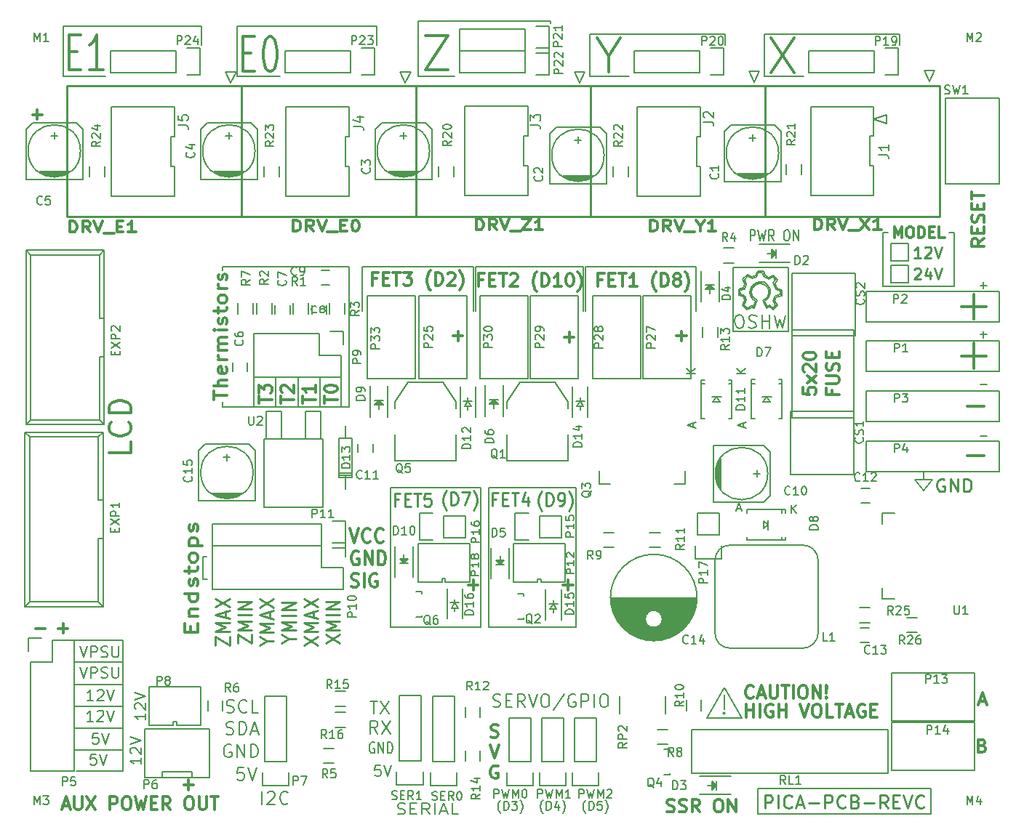
<source format=gbr>
G04 #@! TF.FileFunction,Legend,Top*
%FSLAX46Y46*%
G04 Gerber Fmt 4.6, Leading zero omitted, Abs format (unit mm)*
G04 Created by KiCad (PCBNEW 4.0.2-stable) date 5/17/2016 9:00:00 PM*
%MOMM*%
G01*
G04 APERTURE LIST*
%ADD10C,0.100000*%
%ADD11C,0.254000*%
%ADD12C,0.200000*%
%ADD13C,0.203200*%
%ADD14C,0.300000*%
%ADD15C,0.150000*%
%ADD16C,0.304800*%
%ADD17C,0.139700*%
G04 APERTURE END LIST*
D10*
D11*
X212826743Y-102780400D02*
X212683886Y-102708971D01*
X212469600Y-102708971D01*
X212255315Y-102780400D01*
X212112457Y-102923257D01*
X212041029Y-103066114D01*
X211969600Y-103351829D01*
X211969600Y-103566114D01*
X212041029Y-103851829D01*
X212112457Y-103994686D01*
X212255315Y-104137543D01*
X212469600Y-104208971D01*
X212612457Y-104208971D01*
X212826743Y-104137543D01*
X212898172Y-104066114D01*
X212898172Y-103566114D01*
X212612457Y-103566114D01*
X213541029Y-104208971D02*
X213541029Y-102708971D01*
X214398172Y-104208971D01*
X214398172Y-102708971D01*
X215112458Y-104208971D02*
X215112458Y-102708971D01*
X215469601Y-102708971D01*
X215683886Y-102780400D01*
X215826744Y-102923257D01*
X215898172Y-103066114D01*
X215969601Y-103351829D01*
X215969601Y-103566114D01*
X215898172Y-103851829D01*
X215826744Y-103994686D01*
X215683886Y-104137543D01*
X215469601Y-104208971D01*
X215112458Y-104208971D01*
D12*
X142621000Y-90881200D02*
X142621000Y-94361000D01*
X132486400Y-90881200D02*
X132486400Y-94361000D01*
X135001000Y-94361000D02*
X135001000Y-90906600D01*
X137591800Y-94361000D02*
X137591800Y-90906600D01*
X140182600Y-94361000D02*
X140182600Y-90932000D01*
D11*
X160676167Y-105074257D02*
X160210500Y-105074257D01*
X160210500Y-105859971D02*
X160210500Y-104359971D01*
X160875738Y-104359971D01*
X161407929Y-105074257D02*
X161873596Y-105074257D01*
X162073167Y-105859971D02*
X161407929Y-105859971D01*
X161407929Y-104359971D01*
X162073167Y-104359971D01*
X162472310Y-104359971D02*
X163270595Y-104359971D01*
X162871452Y-105859971D02*
X162871452Y-104359971D01*
X164334976Y-104859971D02*
X164334976Y-105859971D01*
X164002357Y-104288543D02*
X163669738Y-105359971D01*
X164534548Y-105359971D01*
D12*
X159766000Y-103759000D02*
X169926000Y-103759000D01*
X148336000Y-103759000D02*
X158877000Y-103759000D01*
D11*
X154875291Y-106355200D02*
X154808767Y-106283771D01*
X154675719Y-106069486D01*
X154609196Y-105926629D01*
X154542672Y-105712343D01*
X154476148Y-105355200D01*
X154476148Y-105069486D01*
X154542672Y-104712343D01*
X154609196Y-104498057D01*
X154675719Y-104355200D01*
X154808767Y-104140914D01*
X154875291Y-104069486D01*
X155407481Y-105783771D02*
X155407481Y-104283771D01*
X155740100Y-104283771D01*
X155939672Y-104355200D01*
X156072719Y-104498057D01*
X156139243Y-104640914D01*
X156205767Y-104926629D01*
X156205767Y-105140914D01*
X156139243Y-105426629D01*
X156072719Y-105569486D01*
X155939672Y-105712343D01*
X155740100Y-105783771D01*
X155407481Y-105783771D01*
X156671433Y-104283771D02*
X157602767Y-104283771D01*
X157004052Y-105783771D01*
X158001909Y-106355200D02*
X158068433Y-106283771D01*
X158201481Y-106069486D01*
X158268005Y-105926629D01*
X158334528Y-105712343D01*
X158401052Y-105355200D01*
X158401052Y-105069486D01*
X158334528Y-104712343D01*
X158268005Y-104498057D01*
X158201481Y-104355200D01*
X158068433Y-104140914D01*
X158001909Y-104069486D01*
D12*
X191109600Y-141757400D02*
X191516000Y-141757400D01*
X191109600Y-138785600D02*
X191109600Y-141757400D01*
X211277200Y-138785600D02*
X191109600Y-138785600D01*
X211277200Y-141757400D02*
X211277200Y-138785600D01*
X191516000Y-141757400D02*
X211277200Y-141757400D01*
X128854200Y-78003400D02*
X128828800Y-78003400D01*
X130784600Y-78003400D02*
X128854200Y-78003400D01*
X130784600Y-94361000D02*
X128828800Y-94361000D01*
X190855600Y-82016600D02*
X190881000Y-81991200D01*
X190627000Y-82651600D02*
X190855600Y-82016600D01*
X190373000Y-82575400D02*
X190627000Y-82651600D01*
X189915800Y-82829400D02*
X190373000Y-82575400D01*
X189534800Y-82473800D02*
X189915800Y-82829400D01*
X189763400Y-81889600D02*
X189534800Y-82473800D01*
X189585600Y-81356200D02*
X189763400Y-81889600D01*
X189052200Y-81203800D02*
X189585600Y-81356200D01*
X189026800Y-80746600D02*
X189052200Y-81203800D01*
X189585600Y-80594200D02*
X189026800Y-80746600D01*
X189763400Y-80010000D02*
X189585600Y-80594200D01*
X189560200Y-79552800D02*
X189763400Y-80010000D01*
X189915800Y-79146400D02*
X189560200Y-79552800D01*
X190449200Y-79400400D02*
X189915800Y-79146400D01*
X190550800Y-79375000D02*
X190449200Y-79400400D01*
X190957200Y-79222600D02*
X190550800Y-79375000D01*
X191160400Y-78663800D02*
X190957200Y-79222600D01*
X191643000Y-78689200D02*
X191160400Y-78663800D01*
X191770000Y-79146400D02*
X191643000Y-78689200D01*
X191897000Y-79222600D02*
X191770000Y-79146400D01*
X192379600Y-79451200D02*
X191897000Y-79222600D01*
X192887600Y-79171800D02*
X192379600Y-79451200D01*
X193192400Y-79502000D02*
X192887600Y-79171800D01*
X192938400Y-79908400D02*
X193192400Y-79502000D01*
X193243200Y-80670400D02*
X192938400Y-79908400D01*
X193725800Y-80772000D02*
X193243200Y-80670400D01*
X193751200Y-81254600D02*
X193725800Y-80772000D01*
X193167000Y-81407000D02*
X193751200Y-81254600D01*
X192913000Y-82016600D02*
X193167000Y-81407000D01*
X193192400Y-82473800D02*
X192913000Y-82016600D01*
X192887600Y-82804000D02*
X193192400Y-82473800D01*
X192481200Y-82499200D02*
X192887600Y-82804000D01*
X192201800Y-82677000D02*
X192481200Y-82499200D01*
X191897000Y-81991200D02*
X192201800Y-82677000D01*
X192176400Y-81838800D02*
X191897000Y-81991200D01*
X192430400Y-81534000D02*
X192176400Y-81838800D01*
X192557400Y-81127600D02*
X192430400Y-81534000D01*
X192557400Y-80619600D02*
X192557400Y-81127600D01*
X192328800Y-80187800D02*
X192557400Y-80619600D01*
X191846200Y-79806800D02*
X192328800Y-80187800D01*
X191287400Y-79806800D02*
X191846200Y-79806800D01*
X190804800Y-79959200D02*
X191287400Y-79806800D01*
X190347600Y-80391000D02*
X190804800Y-79959200D01*
X190195200Y-80975200D02*
X190347600Y-80391000D01*
X190246000Y-81432400D02*
X190195200Y-80975200D01*
X190550800Y-81788000D02*
X190246000Y-81432400D01*
X190906400Y-81991200D02*
X190550800Y-81788000D01*
X188214000Y-78130400D02*
X188214000Y-85521800D01*
X194665600Y-78130400D02*
X188214000Y-78130400D01*
X194665600Y-85521800D02*
X194665600Y-78130400D01*
X188214000Y-85521800D02*
X194665600Y-85521800D01*
D13*
X190233905Y-74996524D02*
X190233905Y-73726524D01*
X190620952Y-73726524D01*
X190717714Y-73787000D01*
X190766095Y-73847476D01*
X190814476Y-73968429D01*
X190814476Y-74149857D01*
X190766095Y-74270810D01*
X190717714Y-74331286D01*
X190620952Y-74391762D01*
X190233905Y-74391762D01*
X191153143Y-73726524D02*
X191395048Y-74996524D01*
X191588571Y-74089381D01*
X191782095Y-74996524D01*
X192024000Y-73726524D01*
X192991619Y-74996524D02*
X192652953Y-74391762D01*
X192411048Y-74996524D02*
X192411048Y-73726524D01*
X192798095Y-73726524D01*
X192894857Y-73787000D01*
X192943238Y-73847476D01*
X192991619Y-73968429D01*
X192991619Y-74149857D01*
X192943238Y-74270810D01*
X192894857Y-74331286D01*
X192798095Y-74391762D01*
X192411048Y-74391762D01*
X194394667Y-73726524D02*
X194588190Y-73726524D01*
X194684952Y-73787000D01*
X194781714Y-73907952D01*
X194830095Y-74149857D01*
X194830095Y-74573190D01*
X194781714Y-74815095D01*
X194684952Y-74936048D01*
X194588190Y-74996524D01*
X194394667Y-74996524D01*
X194297905Y-74936048D01*
X194201143Y-74815095D01*
X194152762Y-74573190D01*
X194152762Y-74149857D01*
X194201143Y-73907952D01*
X194297905Y-73787000D01*
X194394667Y-73726524D01*
X195265524Y-74996524D02*
X195265524Y-73726524D01*
X195846095Y-74996524D01*
X195846095Y-73726524D01*
X217785647Y-97735571D02*
X217011552Y-97735571D01*
X217785647Y-91690371D02*
X217011552Y-91690371D01*
D12*
X209423000Y-102844600D02*
X210439000Y-102844600D01*
X210439000Y-104114600D02*
X209423000Y-102844600D01*
X211455000Y-102844600D02*
X210439000Y-104114600D01*
X210439000Y-102844600D02*
X211455000Y-102844600D01*
X210439000Y-101879400D02*
X210439000Y-102844600D01*
D13*
X217785647Y-85899171D02*
X217011552Y-85899171D01*
X217398600Y-86286219D02*
X217398600Y-85512124D01*
X217785647Y-80184171D02*
X217011552Y-80184171D01*
X217398600Y-80571219D02*
X217398600Y-79797124D01*
D12*
X205714600Y-74041000D02*
X206248000Y-74041000D01*
X205714600Y-75082400D02*
X205714600Y-74041000D01*
X213995000Y-74041000D02*
X213410800Y-74041000D01*
X213995000Y-75158600D02*
X213995000Y-74041000D01*
X208635600Y-77851000D02*
X208635600Y-79883000D01*
X208635600Y-79883000D02*
X206603600Y-79883000D01*
X206603600Y-79883000D02*
X206603600Y-77851000D01*
X206603600Y-77851000D02*
X208635600Y-77851000D01*
X206603600Y-75336400D02*
X208635600Y-75336400D01*
X206603600Y-77368400D02*
X206603600Y-75336400D01*
X208635600Y-77368400D02*
X206603600Y-77368400D01*
X208635600Y-75336400D02*
X208635600Y-77368400D01*
X213995000Y-80314800D02*
X213995000Y-75158600D01*
X205714600Y-80314800D02*
X213995000Y-80314800D01*
X205714600Y-75082400D02*
X205714600Y-80314800D01*
D11*
X209358896Y-78317876D02*
X209419372Y-78257400D01*
X209540324Y-78196924D01*
X209842705Y-78196924D01*
X209963658Y-78257400D01*
X210024134Y-78317876D01*
X210084610Y-78438829D01*
X210084610Y-78559781D01*
X210024134Y-78741210D01*
X209298420Y-79466924D01*
X210084610Y-79466924D01*
X211173182Y-78620257D02*
X211173182Y-79466924D01*
X210870801Y-78136448D02*
X210568420Y-79043590D01*
X211354610Y-79043590D01*
X211656991Y-78196924D02*
X212080325Y-79466924D01*
X212503658Y-78196924D01*
X210084610Y-76952324D02*
X209358896Y-76952324D01*
X209721753Y-76952324D02*
X209721753Y-75682324D01*
X209600801Y-75863752D01*
X209479848Y-75984705D01*
X209358896Y-76045181D01*
X210568420Y-75803276D02*
X210628896Y-75742800D01*
X210749848Y-75682324D01*
X211052229Y-75682324D01*
X211173182Y-75742800D01*
X211233658Y-75803276D01*
X211294134Y-75924229D01*
X211294134Y-76045181D01*
X211233658Y-76226610D01*
X210507944Y-76952324D01*
X211294134Y-76952324D01*
X211656991Y-75682324D02*
X212080325Y-76952324D01*
X212503658Y-75682324D01*
D12*
X129159000Y-55321200D02*
X129768600Y-56616600D01*
X130378200Y-55321200D02*
X129159000Y-55321200D01*
X129768600Y-56616600D02*
X130378200Y-55321200D01*
X150088600Y-56591200D02*
X150698200Y-55295800D01*
X150698200Y-55295800D02*
X149479000Y-55295800D01*
X149479000Y-55295800D02*
X150088600Y-56591200D01*
X169748200Y-55295800D02*
X170357800Y-56591200D01*
X170967400Y-55295800D02*
X169748200Y-55295800D01*
X170357800Y-56591200D02*
X170967400Y-55295800D01*
X190703200Y-56540400D02*
X191312800Y-55245000D01*
X191312800Y-55245000D02*
X190093600Y-55245000D01*
X190093600Y-55245000D02*
X190703200Y-56540400D01*
D13*
X119344924Y-135228390D02*
X119344924Y-135954104D01*
X119344924Y-135591247D02*
X118074924Y-135591247D01*
X118256352Y-135712199D01*
X118377305Y-135833152D01*
X118437781Y-135954104D01*
X118195876Y-134744580D02*
X118135400Y-134684104D01*
X118074924Y-134563152D01*
X118074924Y-134260771D01*
X118135400Y-134139818D01*
X118195876Y-134079342D01*
X118316829Y-134018866D01*
X118437781Y-134018866D01*
X118619210Y-134079342D01*
X119344924Y-134805056D01*
X119344924Y-134018866D01*
X118074924Y-133656009D02*
X119344924Y-133232675D01*
X118074924Y-132809342D01*
X119852924Y-130046790D02*
X119852924Y-130772504D01*
X119852924Y-130409647D02*
X118582924Y-130409647D01*
X118764352Y-130530599D01*
X118885305Y-130651552D01*
X118945781Y-130772504D01*
X118703876Y-129562980D02*
X118643400Y-129502504D01*
X118582924Y-129381552D01*
X118582924Y-129079171D01*
X118643400Y-128958218D01*
X118703876Y-128897742D01*
X118824829Y-128837266D01*
X118945781Y-128837266D01*
X119127210Y-128897742D01*
X119852924Y-129623456D01*
X119852924Y-128837266D01*
X118582924Y-128474409D02*
X119852924Y-128051075D01*
X118582924Y-127627742D01*
D12*
X111531400Y-134289800D02*
X117221000Y-134289800D01*
X111531400Y-131749800D02*
X117195600Y-131749800D01*
X111531400Y-129235200D02*
X117195600Y-129235200D01*
X111531400Y-126669800D02*
X117195600Y-126669800D01*
X111531400Y-124104400D02*
X117221000Y-124104400D01*
D13*
X114083496Y-134788124D02*
X113478734Y-134788124D01*
X113418258Y-135392886D01*
X113478734Y-135332410D01*
X113599686Y-135271933D01*
X113902067Y-135271933D01*
X114023020Y-135332410D01*
X114083496Y-135392886D01*
X114143972Y-135513838D01*
X114143972Y-135816219D01*
X114083496Y-135937171D01*
X114023020Y-135997648D01*
X113902067Y-136058124D01*
X113599686Y-136058124D01*
X113478734Y-135997648D01*
X113418258Y-135937171D01*
X114506829Y-134788124D02*
X114930163Y-136058124D01*
X115353496Y-134788124D01*
X113742410Y-130978124D02*
X113016696Y-130978124D01*
X113379553Y-130978124D02*
X113379553Y-129708124D01*
X113258601Y-129889552D01*
X113137648Y-130010505D01*
X113016696Y-130070981D01*
X114226220Y-129829076D02*
X114286696Y-129768600D01*
X114407648Y-129708124D01*
X114710029Y-129708124D01*
X114830982Y-129768600D01*
X114891458Y-129829076D01*
X114951934Y-129950029D01*
X114951934Y-130070981D01*
X114891458Y-130252410D01*
X114165744Y-130978124D01*
X114951934Y-130978124D01*
X115314791Y-129708124D02*
X115738125Y-130978124D01*
X116161458Y-129708124D01*
X114312096Y-132349724D02*
X113707334Y-132349724D01*
X113646858Y-132954486D01*
X113707334Y-132894010D01*
X113828286Y-132833533D01*
X114130667Y-132833533D01*
X114251620Y-132894010D01*
X114312096Y-132954486D01*
X114372572Y-133075438D01*
X114372572Y-133377819D01*
X114312096Y-133498771D01*
X114251620Y-133559248D01*
X114130667Y-133619724D01*
X113828286Y-133619724D01*
X113707334Y-133559248D01*
X113646858Y-133498771D01*
X114735429Y-132349724D02*
X115158763Y-133619724D01*
X115582096Y-132349724D01*
X113767810Y-128565124D02*
X113042096Y-128565124D01*
X113404953Y-128565124D02*
X113404953Y-127295124D01*
X113284001Y-127476552D01*
X113163048Y-127597505D01*
X113042096Y-127657981D01*
X114251620Y-127416076D02*
X114312096Y-127355600D01*
X114433048Y-127295124D01*
X114735429Y-127295124D01*
X114856382Y-127355600D01*
X114916858Y-127416076D01*
X114977334Y-127537029D01*
X114977334Y-127657981D01*
X114916858Y-127839410D01*
X114191144Y-128565124D01*
X114977334Y-128565124D01*
X115340191Y-127295124D02*
X115763525Y-128565124D01*
X116186858Y-127295124D01*
X112225667Y-124653524D02*
X112649001Y-125923524D01*
X113072334Y-124653524D01*
X113495667Y-125923524D02*
X113495667Y-124653524D01*
X113979476Y-124653524D01*
X114100429Y-124714000D01*
X114160905Y-124774476D01*
X114221381Y-124895429D01*
X114221381Y-125076857D01*
X114160905Y-125197810D01*
X114100429Y-125258286D01*
X113979476Y-125318762D01*
X113495667Y-125318762D01*
X114705191Y-125863048D02*
X114886619Y-125923524D01*
X115189000Y-125923524D01*
X115309953Y-125863048D01*
X115370429Y-125802571D01*
X115430905Y-125681619D01*
X115430905Y-125560667D01*
X115370429Y-125439714D01*
X115309953Y-125379238D01*
X115189000Y-125318762D01*
X114947096Y-125258286D01*
X114826143Y-125197810D01*
X114765667Y-125137333D01*
X114705191Y-125016381D01*
X114705191Y-124895429D01*
X114765667Y-124774476D01*
X114826143Y-124714000D01*
X114947096Y-124653524D01*
X115249476Y-124653524D01*
X115430905Y-124714000D01*
X115975191Y-124653524D02*
X115975191Y-125681619D01*
X116035667Y-125802571D01*
X116096143Y-125863048D01*
X116217096Y-125923524D01*
X116459000Y-125923524D01*
X116579953Y-125863048D01*
X116640429Y-125802571D01*
X116700905Y-125681619D01*
X116700905Y-124653524D01*
D12*
X117221000Y-136804400D02*
X111760000Y-136779000D01*
X117221000Y-121564400D02*
X117221000Y-136804400D01*
X111531400Y-121564400D02*
X117221000Y-121564400D01*
D14*
X124294972Y-138384743D02*
X125437829Y-138384743D01*
X124866400Y-138956171D02*
X124866400Y-137813314D01*
D13*
X149189714Y-141738048D02*
X149404000Y-141798524D01*
X149761143Y-141798524D01*
X149904000Y-141738048D01*
X149975429Y-141677571D01*
X150046857Y-141556619D01*
X150046857Y-141435667D01*
X149975429Y-141314714D01*
X149904000Y-141254238D01*
X149761143Y-141193762D01*
X149475429Y-141133286D01*
X149332571Y-141072810D01*
X149261143Y-141012333D01*
X149189714Y-140891381D01*
X149189714Y-140770429D01*
X149261143Y-140649476D01*
X149332571Y-140589000D01*
X149475429Y-140528524D01*
X149832571Y-140528524D01*
X150046857Y-140589000D01*
X150689714Y-141133286D02*
X151189714Y-141133286D01*
X151404000Y-141798524D02*
X150689714Y-141798524D01*
X150689714Y-140528524D01*
X151404000Y-140528524D01*
X152904000Y-141798524D02*
X152404000Y-141193762D01*
X152046857Y-141798524D02*
X152046857Y-140528524D01*
X152618285Y-140528524D01*
X152761143Y-140589000D01*
X152832571Y-140649476D01*
X152904000Y-140770429D01*
X152904000Y-140951857D01*
X152832571Y-141072810D01*
X152761143Y-141133286D01*
X152618285Y-141193762D01*
X152046857Y-141193762D01*
X153546857Y-141798524D02*
X153546857Y-140528524D01*
X154189714Y-141435667D02*
X154904000Y-141435667D01*
X154046857Y-141798524D02*
X154546857Y-140528524D01*
X155046857Y-141798524D01*
X156261143Y-141798524D02*
X155546857Y-141798524D01*
X155546857Y-140528524D01*
D12*
X148336000Y-120015000D02*
X148336000Y-109093000D01*
X158877000Y-120015000D02*
X148336000Y-120015000D01*
X158877000Y-110617000D02*
X158877000Y-120015000D01*
X159766000Y-120015000D02*
X159766000Y-108839000D01*
X169926000Y-120015000D02*
X159766000Y-120015000D01*
X169926000Y-110871000D02*
X169926000Y-120015000D01*
X126365000Y-49961800D02*
X126365000Y-52222400D01*
X110286800Y-49961800D02*
X126365000Y-49961800D01*
X110286800Y-55854600D02*
X110286800Y-49961800D01*
X115189000Y-55854600D02*
X110286800Y-55854600D01*
X146735800Y-49961800D02*
X146735800Y-52197000D01*
X130530600Y-49961800D02*
X146735800Y-49961800D01*
X130530600Y-55854600D02*
X130530600Y-49961800D01*
X135483600Y-55854600D02*
X130530600Y-55854600D01*
X167030400Y-49352200D02*
X167030400Y-49682400D01*
X151561800Y-49352200D02*
X167030400Y-49352200D01*
X151561800Y-55829200D02*
X151561800Y-49352200D01*
X155854400Y-55829200D02*
X151561800Y-55829200D01*
X187350400Y-50901600D02*
X187350400Y-52222400D01*
X171577000Y-50901600D02*
X187350400Y-50901600D01*
X171577000Y-55854600D02*
X171577000Y-50901600D01*
X176123600Y-55854600D02*
X171577000Y-55854600D01*
X207645000Y-50901600D02*
X207645000Y-52222400D01*
X191922400Y-50901600D02*
X207645000Y-50901600D01*
X191922400Y-55854600D02*
X191922400Y-50901600D01*
X196469000Y-55854600D02*
X191922400Y-55854600D01*
D14*
X110948410Y-52924429D02*
X111879743Y-52924429D01*
X112278886Y-55040619D02*
X110948410Y-55040619D01*
X110948410Y-51000619D01*
X112278886Y-51000619D01*
X114939839Y-55040619D02*
X113343267Y-55040619D01*
X114141553Y-55040619D02*
X114141553Y-51000619D01*
X113875458Y-51577762D01*
X113609363Y-51962524D01*
X113343267Y-52154905D01*
X131166810Y-53127629D02*
X132098143Y-53127629D01*
X132497286Y-55243819D02*
X131166810Y-55243819D01*
X131166810Y-51203819D01*
X132497286Y-51203819D01*
X134226906Y-51203819D02*
X134493001Y-51203819D01*
X134759096Y-51396200D01*
X134892144Y-51588581D01*
X135025191Y-51973343D01*
X135158239Y-52742867D01*
X135158239Y-53704771D01*
X135025191Y-54474295D01*
X134892144Y-54859057D01*
X134759096Y-55051438D01*
X134493001Y-55243819D01*
X134226906Y-55243819D01*
X133960810Y-55051438D01*
X133827763Y-54859057D01*
X133694715Y-54474295D01*
X133561667Y-53704771D01*
X133561667Y-52742867D01*
X133694715Y-51973343D01*
X133827763Y-51588581D01*
X133960810Y-51396200D01*
X134226906Y-51203819D01*
X173761401Y-53421610D02*
X173761401Y-55345419D01*
X172414734Y-51305419D02*
X173761401Y-53421610D01*
X175108067Y-51305419D01*
X152399534Y-51051419D02*
X155092867Y-51051419D01*
X152399534Y-55091419D01*
X155092867Y-55091419D01*
X192683934Y-51330819D02*
X195377267Y-55370819D01*
X195377267Y-51330819D02*
X192683934Y-55370819D01*
X106667372Y-60279743D02*
X107810229Y-60279743D01*
X107238800Y-60851171D02*
X107238800Y-59708314D01*
D12*
X126492000Y-111810800D02*
X126974600Y-111810800D01*
X126492000Y-114401600D02*
X126492000Y-111810800D01*
X126492000Y-114401600D02*
X127000000Y-114401600D01*
X206095600Y-60274200D02*
X204571600Y-60782200D01*
X206095600Y-61290200D02*
X206095600Y-60274200D01*
X204571600Y-60782200D02*
X206095600Y-61290200D01*
X210489800Y-55143400D02*
X211099400Y-56438800D01*
X211709000Y-55143400D02*
X210489800Y-55143400D01*
X211099400Y-56438800D02*
X211709000Y-55143400D01*
D11*
X191951429Y-141100629D02*
X191951429Y-139576629D01*
X192532001Y-139576629D01*
X192677143Y-139649200D01*
X192749715Y-139721771D01*
X192822286Y-139866914D01*
X192822286Y-140084629D01*
X192749715Y-140229771D01*
X192677143Y-140302343D01*
X192532001Y-140374914D01*
X191951429Y-140374914D01*
X193475429Y-141100629D02*
X193475429Y-139576629D01*
X195072000Y-140955486D02*
X194999429Y-141028057D01*
X194781715Y-141100629D01*
X194636572Y-141100629D01*
X194418857Y-141028057D01*
X194273715Y-140882914D01*
X194201143Y-140737771D01*
X194128572Y-140447486D01*
X194128572Y-140229771D01*
X194201143Y-139939486D01*
X194273715Y-139794343D01*
X194418857Y-139649200D01*
X194636572Y-139576629D01*
X194781715Y-139576629D01*
X194999429Y-139649200D01*
X195072000Y-139721771D01*
X195652572Y-140665200D02*
X196378286Y-140665200D01*
X195507429Y-141100629D02*
X196015429Y-139576629D01*
X196523429Y-141100629D01*
X197031429Y-140520057D02*
X198192572Y-140520057D01*
X198918286Y-141100629D02*
X198918286Y-139576629D01*
X199498858Y-139576629D01*
X199644000Y-139649200D01*
X199716572Y-139721771D01*
X199789143Y-139866914D01*
X199789143Y-140084629D01*
X199716572Y-140229771D01*
X199644000Y-140302343D01*
X199498858Y-140374914D01*
X198918286Y-140374914D01*
X201313143Y-140955486D02*
X201240572Y-141028057D01*
X201022858Y-141100629D01*
X200877715Y-141100629D01*
X200660000Y-141028057D01*
X200514858Y-140882914D01*
X200442286Y-140737771D01*
X200369715Y-140447486D01*
X200369715Y-140229771D01*
X200442286Y-139939486D01*
X200514858Y-139794343D01*
X200660000Y-139649200D01*
X200877715Y-139576629D01*
X201022858Y-139576629D01*
X201240572Y-139649200D01*
X201313143Y-139721771D01*
X202474286Y-140302343D02*
X202692000Y-140374914D01*
X202764572Y-140447486D01*
X202837143Y-140592629D01*
X202837143Y-140810343D01*
X202764572Y-140955486D01*
X202692000Y-141028057D01*
X202546858Y-141100629D01*
X201966286Y-141100629D01*
X201966286Y-139576629D01*
X202474286Y-139576629D01*
X202619429Y-139649200D01*
X202692000Y-139721771D01*
X202764572Y-139866914D01*
X202764572Y-140012057D01*
X202692000Y-140157200D01*
X202619429Y-140229771D01*
X202474286Y-140302343D01*
X201966286Y-140302343D01*
X203490286Y-140520057D02*
X204651429Y-140520057D01*
X206248000Y-141100629D02*
X205740000Y-140374914D01*
X205377143Y-141100629D02*
X205377143Y-139576629D01*
X205957715Y-139576629D01*
X206102857Y-139649200D01*
X206175429Y-139721771D01*
X206248000Y-139866914D01*
X206248000Y-140084629D01*
X206175429Y-140229771D01*
X206102857Y-140302343D01*
X205957715Y-140374914D01*
X205377143Y-140374914D01*
X206901143Y-140302343D02*
X207409143Y-140302343D01*
X207626857Y-141100629D02*
X206901143Y-141100629D01*
X206901143Y-139576629D01*
X207626857Y-139576629D01*
X208062286Y-139576629D02*
X208570286Y-141100629D01*
X209078286Y-139576629D01*
X210457143Y-140955486D02*
X210384572Y-141028057D01*
X210166858Y-141100629D01*
X210021715Y-141100629D01*
X209804000Y-141028057D01*
X209658858Y-140882914D01*
X209586286Y-140737771D01*
X209513715Y-140447486D01*
X209513715Y-140229771D01*
X209586286Y-139939486D01*
X209658858Y-139794343D01*
X209804000Y-139649200D01*
X210021715Y-139576629D01*
X210166858Y-139576629D01*
X210384572Y-139649200D01*
X210457143Y-139721771D01*
D12*
X143535400Y-78003400D02*
X143103600Y-78003400D01*
X143535400Y-94361000D02*
X143535400Y-78003400D01*
X130784600Y-78003400D02*
X143103600Y-78003400D01*
X128828800Y-78460600D02*
X128828800Y-78028800D01*
X130784600Y-94361000D02*
X143535400Y-94361000D01*
X128828800Y-93776800D02*
X128828800Y-94361000D01*
D14*
X217251743Y-133801657D02*
X217466029Y-133873086D01*
X217537457Y-133944514D01*
X217608886Y-134087371D01*
X217608886Y-134301657D01*
X217537457Y-134444514D01*
X217466029Y-134515943D01*
X217323171Y-134587371D01*
X216751743Y-134587371D01*
X216751743Y-133087371D01*
X217251743Y-133087371D01*
X217394600Y-133158800D01*
X217466029Y-133230229D01*
X217537457Y-133373086D01*
X217537457Y-133515943D01*
X217466029Y-133658800D01*
X217394600Y-133730229D01*
X217251743Y-133801657D01*
X216751743Y-133801657D01*
X216914457Y-128672400D02*
X217628743Y-128672400D01*
X216771600Y-129100971D02*
X217271600Y-127600971D01*
X217771600Y-129100971D01*
D12*
X148336000Y-103759000D02*
X148336000Y-109093000D01*
X158877000Y-110617000D02*
X158877000Y-103759000D01*
X159766000Y-103759000D02*
X159766000Y-108839000D01*
X169926000Y-110871000D02*
X169926000Y-103759000D01*
D14*
X189786571Y-130472571D02*
X189786571Y-128972571D01*
X189786571Y-129686857D02*
X190643714Y-129686857D01*
X190643714Y-130472571D02*
X190643714Y-128972571D01*
X191358000Y-130472571D02*
X191358000Y-128972571D01*
X192858000Y-129044000D02*
X192715143Y-128972571D01*
X192500857Y-128972571D01*
X192286572Y-129044000D01*
X192143714Y-129186857D01*
X192072286Y-129329714D01*
X192000857Y-129615429D01*
X192000857Y-129829714D01*
X192072286Y-130115429D01*
X192143714Y-130258286D01*
X192286572Y-130401143D01*
X192500857Y-130472571D01*
X192643714Y-130472571D01*
X192858000Y-130401143D01*
X192929429Y-130329714D01*
X192929429Y-129829714D01*
X192643714Y-129829714D01*
X193572286Y-130472571D02*
X193572286Y-128972571D01*
X193572286Y-129686857D02*
X194429429Y-129686857D01*
X194429429Y-130472571D02*
X194429429Y-128972571D01*
X196072286Y-128972571D02*
X196572286Y-130472571D01*
X197072286Y-128972571D01*
X197858000Y-128972571D02*
X198143714Y-128972571D01*
X198286572Y-129044000D01*
X198429429Y-129186857D01*
X198500857Y-129472571D01*
X198500857Y-129972571D01*
X198429429Y-130258286D01*
X198286572Y-130401143D01*
X198143714Y-130472571D01*
X197858000Y-130472571D01*
X197715143Y-130401143D01*
X197572286Y-130258286D01*
X197500857Y-129972571D01*
X197500857Y-129472571D01*
X197572286Y-129186857D01*
X197715143Y-129044000D01*
X197858000Y-128972571D01*
X199858001Y-130472571D02*
X199143715Y-130472571D01*
X199143715Y-128972571D01*
X200143715Y-128972571D02*
X201000858Y-128972571D01*
X200572287Y-130472571D02*
X200572287Y-128972571D01*
X201429429Y-130044000D02*
X202143715Y-130044000D01*
X201286572Y-130472571D02*
X201786572Y-128972571D01*
X202286572Y-130472571D01*
X203572286Y-129044000D02*
X203429429Y-128972571D01*
X203215143Y-128972571D01*
X203000858Y-129044000D01*
X202858000Y-129186857D01*
X202786572Y-129329714D01*
X202715143Y-129615429D01*
X202715143Y-129829714D01*
X202786572Y-130115429D01*
X202858000Y-130258286D01*
X203000858Y-130401143D01*
X203215143Y-130472571D01*
X203358000Y-130472571D01*
X203572286Y-130401143D01*
X203643715Y-130329714D01*
X203643715Y-129829714D01*
X203358000Y-129829714D01*
X204286572Y-129686857D02*
X204786572Y-129686857D01*
X205000858Y-130472571D02*
X204286572Y-130472571D01*
X204286572Y-128972571D01*
X205000858Y-128972571D01*
X190615571Y-128170714D02*
X190544142Y-128242143D01*
X190329856Y-128313571D01*
X190186999Y-128313571D01*
X189972714Y-128242143D01*
X189829856Y-128099286D01*
X189758428Y-127956429D01*
X189686999Y-127670714D01*
X189686999Y-127456429D01*
X189758428Y-127170714D01*
X189829856Y-127027857D01*
X189972714Y-126885000D01*
X190186999Y-126813571D01*
X190329856Y-126813571D01*
X190544142Y-126885000D01*
X190615571Y-126956429D01*
X191186999Y-127885000D02*
X191901285Y-127885000D01*
X191044142Y-128313571D02*
X191544142Y-126813571D01*
X192044142Y-128313571D01*
X192544142Y-126813571D02*
X192544142Y-128027857D01*
X192615570Y-128170714D01*
X192686999Y-128242143D01*
X192829856Y-128313571D01*
X193115570Y-128313571D01*
X193258428Y-128242143D01*
X193329856Y-128170714D01*
X193401285Y-128027857D01*
X193401285Y-126813571D01*
X193901285Y-126813571D02*
X194758428Y-126813571D01*
X194329857Y-128313571D02*
X194329857Y-126813571D01*
X195258428Y-128313571D02*
X195258428Y-126813571D01*
X196258428Y-126813571D02*
X196544142Y-126813571D01*
X196687000Y-126885000D01*
X196829857Y-127027857D01*
X196901285Y-127313571D01*
X196901285Y-127813571D01*
X196829857Y-128099286D01*
X196687000Y-128242143D01*
X196544142Y-128313571D01*
X196258428Y-128313571D01*
X196115571Y-128242143D01*
X195972714Y-128099286D01*
X195901285Y-127813571D01*
X195901285Y-127313571D01*
X195972714Y-127027857D01*
X196115571Y-126885000D01*
X196258428Y-126813571D01*
X197544143Y-128313571D02*
X197544143Y-126813571D01*
X198401286Y-128313571D01*
X198401286Y-126813571D01*
X199115572Y-128170714D02*
X199187000Y-128242143D01*
X199115572Y-128313571D01*
X199044143Y-128242143D01*
X199115572Y-128170714D01*
X199115572Y-128313571D01*
X199115572Y-127742143D02*
X199044143Y-126885000D01*
X199115572Y-126813571D01*
X199187000Y-126885000D01*
X199115572Y-127742143D01*
X199115572Y-126813571D01*
D12*
X187325000Y-130048000D02*
G75*
G03X187325000Y-130048000I-127000J0D01*
G01*
X187198000Y-129286000D02*
X187198000Y-129540000D01*
X187198000Y-127889000D02*
X187198000Y-129286000D01*
X189230000Y-130556000D02*
X185166000Y-130556000D01*
X187198000Y-127000000D02*
X189230000Y-130556000D01*
X187198000Y-127000000D02*
X185166000Y-130556000D01*
D14*
X180546086Y-141475543D02*
X180760372Y-141546971D01*
X181117515Y-141546971D01*
X181260372Y-141475543D01*
X181331801Y-141404114D01*
X181403229Y-141261257D01*
X181403229Y-141118400D01*
X181331801Y-140975543D01*
X181260372Y-140904114D01*
X181117515Y-140832686D01*
X180831801Y-140761257D01*
X180688943Y-140689829D01*
X180617515Y-140618400D01*
X180546086Y-140475543D01*
X180546086Y-140332686D01*
X180617515Y-140189829D01*
X180688943Y-140118400D01*
X180831801Y-140046971D01*
X181188943Y-140046971D01*
X181403229Y-140118400D01*
X181974657Y-141475543D02*
X182188943Y-141546971D01*
X182546086Y-141546971D01*
X182688943Y-141475543D01*
X182760372Y-141404114D01*
X182831800Y-141261257D01*
X182831800Y-141118400D01*
X182760372Y-140975543D01*
X182688943Y-140904114D01*
X182546086Y-140832686D01*
X182260372Y-140761257D01*
X182117514Y-140689829D01*
X182046086Y-140618400D01*
X181974657Y-140475543D01*
X181974657Y-140332686D01*
X182046086Y-140189829D01*
X182117514Y-140118400D01*
X182260372Y-140046971D01*
X182617514Y-140046971D01*
X182831800Y-140118400D01*
X184331800Y-141546971D02*
X183831800Y-140832686D01*
X183474657Y-141546971D02*
X183474657Y-140046971D01*
X184046085Y-140046971D01*
X184188943Y-140118400D01*
X184260371Y-140189829D01*
X184331800Y-140332686D01*
X184331800Y-140546971D01*
X184260371Y-140689829D01*
X184188943Y-140761257D01*
X184046085Y-140832686D01*
X183474657Y-140832686D01*
X186403228Y-140046971D02*
X186688942Y-140046971D01*
X186831800Y-140118400D01*
X186974657Y-140261257D01*
X187046085Y-140546971D01*
X187046085Y-141046971D01*
X186974657Y-141332686D01*
X186831800Y-141475543D01*
X186688942Y-141546971D01*
X186403228Y-141546971D01*
X186260371Y-141475543D01*
X186117514Y-141332686D01*
X186046085Y-141046971D01*
X186046085Y-140546971D01*
X186117514Y-140261257D01*
X186260371Y-140118400D01*
X186403228Y-140046971D01*
X187688943Y-141546971D02*
X187688943Y-140046971D01*
X188546086Y-141546971D01*
X188546086Y-140046971D01*
D13*
X131286287Y-136338571D02*
X130572001Y-136338571D01*
X130500572Y-137052857D01*
X130572001Y-136981429D01*
X130714858Y-136910000D01*
X131072001Y-136910000D01*
X131214858Y-136981429D01*
X131286287Y-137052857D01*
X131357715Y-137195714D01*
X131357715Y-137552857D01*
X131286287Y-137695714D01*
X131214858Y-137767143D01*
X131072001Y-137838571D01*
X130714858Y-137838571D01*
X130572001Y-137767143D01*
X130500572Y-137695714D01*
X131786286Y-136338571D02*
X132286286Y-137838571D01*
X132786286Y-136338571D01*
X129794143Y-133743000D02*
X129651286Y-133671571D01*
X129437000Y-133671571D01*
X129222715Y-133743000D01*
X129079857Y-133885857D01*
X129008429Y-134028714D01*
X128937000Y-134314429D01*
X128937000Y-134528714D01*
X129008429Y-134814429D01*
X129079857Y-134957286D01*
X129222715Y-135100143D01*
X129437000Y-135171571D01*
X129579857Y-135171571D01*
X129794143Y-135100143D01*
X129865572Y-135028714D01*
X129865572Y-134528714D01*
X129579857Y-134528714D01*
X130508429Y-135171571D02*
X130508429Y-133671571D01*
X131365572Y-135171571D01*
X131365572Y-133671571D01*
X132079858Y-135171571D02*
X132079858Y-133671571D01*
X132437001Y-133671571D01*
X132651286Y-133743000D01*
X132794144Y-133885857D01*
X132865572Y-134028714D01*
X132937001Y-134314429D01*
X132937001Y-134528714D01*
X132865572Y-134814429D01*
X132794144Y-134957286D01*
X132651286Y-135100143D01*
X132437001Y-135171571D01*
X132079858Y-135171571D01*
X129242572Y-132433143D02*
X129456858Y-132504571D01*
X129814001Y-132504571D01*
X129956858Y-132433143D01*
X130028287Y-132361714D01*
X130099715Y-132218857D01*
X130099715Y-132076000D01*
X130028287Y-131933143D01*
X129956858Y-131861714D01*
X129814001Y-131790286D01*
X129528287Y-131718857D01*
X129385429Y-131647429D01*
X129314001Y-131576000D01*
X129242572Y-131433143D01*
X129242572Y-131290286D01*
X129314001Y-131147429D01*
X129385429Y-131076000D01*
X129528287Y-131004571D01*
X129885429Y-131004571D01*
X130099715Y-131076000D01*
X130742572Y-132504571D02*
X130742572Y-131004571D01*
X131099715Y-131004571D01*
X131314000Y-131076000D01*
X131456858Y-131218857D01*
X131528286Y-131361714D01*
X131599715Y-131647429D01*
X131599715Y-131861714D01*
X131528286Y-132147429D01*
X131456858Y-132290286D01*
X131314000Y-132433143D01*
X131099715Y-132504571D01*
X130742572Y-132504571D01*
X132171143Y-132076000D02*
X132885429Y-132076000D01*
X132028286Y-132504571D02*
X132528286Y-131004571D01*
X133028286Y-132504571D01*
X171075048Y-141689667D02*
X171026668Y-141641286D01*
X170929906Y-141496143D01*
X170881525Y-141399381D01*
X170833144Y-141254238D01*
X170784763Y-141012333D01*
X170784763Y-140818810D01*
X170833144Y-140576905D01*
X170881525Y-140431762D01*
X170929906Y-140335000D01*
X171026668Y-140189857D01*
X171075048Y-140141476D01*
X171462096Y-141302619D02*
X171462096Y-140286619D01*
X171704001Y-140286619D01*
X171849143Y-140335000D01*
X171945905Y-140431762D01*
X171994286Y-140528524D01*
X172042667Y-140722048D01*
X172042667Y-140867190D01*
X171994286Y-141060714D01*
X171945905Y-141157476D01*
X171849143Y-141254238D01*
X171704001Y-141302619D01*
X171462096Y-141302619D01*
X172961905Y-140286619D02*
X172478096Y-140286619D01*
X172429715Y-140770429D01*
X172478096Y-140722048D01*
X172574858Y-140673667D01*
X172816762Y-140673667D01*
X172913524Y-140722048D01*
X172961905Y-140770429D01*
X173010286Y-140867190D01*
X173010286Y-141109095D01*
X172961905Y-141205857D01*
X172913524Y-141254238D01*
X172816762Y-141302619D01*
X172574858Y-141302619D01*
X172478096Y-141254238D01*
X172429715Y-141205857D01*
X173348953Y-141689667D02*
X173397334Y-141641286D01*
X173494096Y-141496143D01*
X173542477Y-141399381D01*
X173590858Y-141254238D01*
X173639239Y-141012333D01*
X173639239Y-140818810D01*
X173590858Y-140576905D01*
X173542477Y-140431762D01*
X173494096Y-140335000D01*
X173397334Y-140189857D01*
X173348953Y-140141476D01*
X166122048Y-141689667D02*
X166073668Y-141641286D01*
X165976906Y-141496143D01*
X165928525Y-141399381D01*
X165880144Y-141254238D01*
X165831763Y-141012333D01*
X165831763Y-140818810D01*
X165880144Y-140576905D01*
X165928525Y-140431762D01*
X165976906Y-140335000D01*
X166073668Y-140189857D01*
X166122048Y-140141476D01*
X166509096Y-141302619D02*
X166509096Y-140286619D01*
X166751001Y-140286619D01*
X166896143Y-140335000D01*
X166992905Y-140431762D01*
X167041286Y-140528524D01*
X167089667Y-140722048D01*
X167089667Y-140867190D01*
X167041286Y-141060714D01*
X166992905Y-141157476D01*
X166896143Y-141254238D01*
X166751001Y-141302619D01*
X166509096Y-141302619D01*
X167960524Y-140625286D02*
X167960524Y-141302619D01*
X167718620Y-140238238D02*
X167476715Y-140963952D01*
X168105667Y-140963952D01*
X168395953Y-141689667D02*
X168444334Y-141641286D01*
X168541096Y-141496143D01*
X168589477Y-141399381D01*
X168637858Y-141254238D01*
X168686239Y-141012333D01*
X168686239Y-140818810D01*
X168637858Y-140576905D01*
X168589477Y-140431762D01*
X168541096Y-140335000D01*
X168444334Y-140189857D01*
X168395953Y-140141476D01*
X161169048Y-141689667D02*
X161120668Y-141641286D01*
X161023906Y-141496143D01*
X160975525Y-141399381D01*
X160927144Y-141254238D01*
X160878763Y-141012333D01*
X160878763Y-140818810D01*
X160927144Y-140576905D01*
X160975525Y-140431762D01*
X161023906Y-140335000D01*
X161120668Y-140189857D01*
X161169048Y-140141476D01*
X161556096Y-141302619D02*
X161556096Y-140286619D01*
X161798001Y-140286619D01*
X161943143Y-140335000D01*
X162039905Y-140431762D01*
X162088286Y-140528524D01*
X162136667Y-140722048D01*
X162136667Y-140867190D01*
X162088286Y-141060714D01*
X162039905Y-141157476D01*
X161943143Y-141254238D01*
X161798001Y-141302619D01*
X161556096Y-141302619D01*
X162475334Y-140286619D02*
X163104286Y-140286619D01*
X162765620Y-140673667D01*
X162910762Y-140673667D01*
X163007524Y-140722048D01*
X163055905Y-140770429D01*
X163104286Y-140867190D01*
X163104286Y-141109095D01*
X163055905Y-141205857D01*
X163007524Y-141254238D01*
X162910762Y-141302619D01*
X162620477Y-141302619D01*
X162523715Y-141254238D01*
X162475334Y-141205857D01*
X163442953Y-141689667D02*
X163491334Y-141641286D01*
X163588096Y-141496143D01*
X163636477Y-141399381D01*
X163684858Y-141254238D01*
X163733239Y-141012333D01*
X163733239Y-140818810D01*
X163684858Y-140576905D01*
X163636477Y-140431762D01*
X163588096Y-140335000D01*
X163491334Y-140189857D01*
X163442953Y-140141476D01*
D14*
X217492971Y-74746371D02*
X216778686Y-75246371D01*
X217492971Y-75603514D02*
X215992971Y-75603514D01*
X215992971Y-75032086D01*
X216064400Y-74889228D01*
X216135829Y-74817800D01*
X216278686Y-74746371D01*
X216492971Y-74746371D01*
X216635829Y-74817800D01*
X216707257Y-74889228D01*
X216778686Y-75032086D01*
X216778686Y-75603514D01*
X216707257Y-74103514D02*
X216707257Y-73603514D01*
X217492971Y-73389228D02*
X217492971Y-74103514D01*
X215992971Y-74103514D01*
X215992971Y-73389228D01*
X217421543Y-72817800D02*
X217492971Y-72603514D01*
X217492971Y-72246371D01*
X217421543Y-72103514D01*
X217350114Y-72032085D01*
X217207257Y-71960657D01*
X217064400Y-71960657D01*
X216921543Y-72032085D01*
X216850114Y-72103514D01*
X216778686Y-72246371D01*
X216707257Y-72532085D01*
X216635829Y-72674943D01*
X216564400Y-72746371D01*
X216421543Y-72817800D01*
X216278686Y-72817800D01*
X216135829Y-72746371D01*
X216064400Y-72674943D01*
X215992971Y-72532085D01*
X215992971Y-72174943D01*
X216064400Y-71960657D01*
X216707257Y-71317800D02*
X216707257Y-70817800D01*
X217492971Y-70603514D02*
X217492971Y-71317800D01*
X215992971Y-71317800D01*
X215992971Y-70603514D01*
X215992971Y-70174943D02*
X215992971Y-69317800D01*
X217492971Y-69746371D02*
X215992971Y-69746371D01*
X155638572Y-86086143D02*
X156781429Y-86086143D01*
X156210000Y-86657571D02*
X156210000Y-85514714D01*
X181673572Y-86086143D02*
X182816429Y-86086143D01*
X182245000Y-86657571D02*
X182245000Y-85514714D01*
X168592572Y-86213143D02*
X169735429Y-86213143D01*
X169164000Y-86784571D02*
X169164000Y-85641714D01*
X168440172Y-115092943D02*
X169583029Y-115092943D01*
X169011600Y-115664371D02*
X169011600Y-114521514D01*
X157416572Y-115092943D02*
X158559429Y-115092943D01*
X157988000Y-115664371D02*
X157988000Y-114521514D01*
D11*
X149296967Y-105125057D02*
X148831300Y-105125057D01*
X148831300Y-105910771D02*
X148831300Y-104410771D01*
X149496538Y-104410771D01*
X150028729Y-105125057D02*
X150494396Y-105125057D01*
X150693967Y-105910771D02*
X150028729Y-105910771D01*
X150028729Y-104410771D01*
X150693967Y-104410771D01*
X151093110Y-104410771D02*
X151891395Y-104410771D01*
X151492252Y-105910771D02*
X151492252Y-104410771D01*
X153022300Y-104410771D02*
X152357062Y-104410771D01*
X152290538Y-105125057D01*
X152357062Y-105053629D01*
X152490110Y-104982200D01*
X152822729Y-104982200D01*
X152955776Y-105053629D01*
X153022300Y-105125057D01*
X153088824Y-105267914D01*
X153088824Y-105625057D01*
X153022300Y-105767914D01*
X152955776Y-105839343D01*
X152822729Y-105910771D01*
X152490110Y-105910771D01*
X152357062Y-105839343D01*
X152290538Y-105767914D01*
X165975091Y-106431400D02*
X165908567Y-106359971D01*
X165775519Y-106145686D01*
X165708996Y-106002829D01*
X165642472Y-105788543D01*
X165575948Y-105431400D01*
X165575948Y-105145686D01*
X165642472Y-104788543D01*
X165708996Y-104574257D01*
X165775519Y-104431400D01*
X165908567Y-104217114D01*
X165975091Y-104145686D01*
X166507281Y-105859971D02*
X166507281Y-104359971D01*
X166839900Y-104359971D01*
X167039472Y-104431400D01*
X167172519Y-104574257D01*
X167239043Y-104717114D01*
X167305567Y-105002829D01*
X167305567Y-105217114D01*
X167239043Y-105502829D01*
X167172519Y-105645686D01*
X167039472Y-105788543D01*
X166839900Y-105859971D01*
X166507281Y-105859971D01*
X167970805Y-105859971D02*
X168236900Y-105859971D01*
X168369948Y-105788543D01*
X168436472Y-105717114D01*
X168569519Y-105502829D01*
X168636043Y-105217114D01*
X168636043Y-104645686D01*
X168569519Y-104502829D01*
X168502995Y-104431400D01*
X168369948Y-104359971D01*
X168103852Y-104359971D01*
X167970805Y-104431400D01*
X167904281Y-104502829D01*
X167837757Y-104645686D01*
X167837757Y-105002829D01*
X167904281Y-105145686D01*
X167970805Y-105217114D01*
X168103852Y-105288543D01*
X168369948Y-105288543D01*
X168502995Y-105217114D01*
X168569519Y-105145686D01*
X168636043Y-105002829D01*
X169101709Y-106431400D02*
X169168233Y-106359971D01*
X169301281Y-106145686D01*
X169367805Y-106002829D01*
X169434328Y-105788543D01*
X169500852Y-105431400D01*
X169500852Y-105145686D01*
X169434328Y-104788543D01*
X169367805Y-104574257D01*
X169301281Y-104431400D01*
X169168233Y-104217114D01*
X169101709Y-104145686D01*
D12*
X183896000Y-77978000D02*
X183896000Y-83185000D01*
X171069000Y-77978000D02*
X183896000Y-77978000D01*
X171069000Y-83185000D02*
X171069000Y-77978000D01*
X170815000Y-77978000D02*
X170815000Y-83185000D01*
X158242000Y-77978000D02*
X170815000Y-77978000D01*
X158242000Y-83185000D02*
X158242000Y-77978000D01*
X157988000Y-77978000D02*
X157988000Y-83185000D01*
X145034000Y-77978000D02*
X157988000Y-77978000D01*
X145034000Y-77978000D02*
X145034000Y-83185000D01*
D13*
X147205096Y-136083524D02*
X146600334Y-136083524D01*
X146539858Y-136688286D01*
X146600334Y-136627810D01*
X146721286Y-136567333D01*
X147023667Y-136567333D01*
X147144620Y-136627810D01*
X147205096Y-136688286D01*
X147265572Y-136809238D01*
X147265572Y-137111619D01*
X147205096Y-137232571D01*
X147144620Y-137293048D01*
X147023667Y-137353524D01*
X146721286Y-137353524D01*
X146600334Y-137293048D01*
X146539858Y-137232571D01*
X147628429Y-136083524D02*
X148051763Y-137353524D01*
X148475096Y-136083524D01*
X146482405Y-133477000D02*
X146385643Y-133416524D01*
X146240500Y-133416524D01*
X146095358Y-133477000D01*
X145998596Y-133597952D01*
X145950215Y-133718905D01*
X145901834Y-133960810D01*
X145901834Y-134142238D01*
X145950215Y-134384143D01*
X145998596Y-134505095D01*
X146095358Y-134626048D01*
X146240500Y-134686524D01*
X146337262Y-134686524D01*
X146482405Y-134626048D01*
X146530786Y-134565571D01*
X146530786Y-134142238D01*
X146337262Y-134142238D01*
X146966215Y-134686524D02*
X146966215Y-133416524D01*
X147546786Y-134686524D01*
X147546786Y-133416524D01*
X148030596Y-134686524D02*
X148030596Y-133416524D01*
X148272501Y-133416524D01*
X148417643Y-133477000D01*
X148514405Y-133597952D01*
X148562786Y-133718905D01*
X148611167Y-133960810D01*
X148611167Y-134142238D01*
X148562786Y-134384143D01*
X148514405Y-134505095D01*
X148417643Y-134626048D01*
X148272501Y-134686524D01*
X148030596Y-134686524D01*
X129278286Y-129893143D02*
X129492572Y-129964571D01*
X129849715Y-129964571D01*
X129992572Y-129893143D01*
X130064001Y-129821714D01*
X130135429Y-129678857D01*
X130135429Y-129536000D01*
X130064001Y-129393143D01*
X129992572Y-129321714D01*
X129849715Y-129250286D01*
X129564001Y-129178857D01*
X129421143Y-129107429D01*
X129349715Y-129036000D01*
X129278286Y-128893143D01*
X129278286Y-128750286D01*
X129349715Y-128607429D01*
X129421143Y-128536000D01*
X129564001Y-128464571D01*
X129921143Y-128464571D01*
X130135429Y-128536000D01*
X131635429Y-129821714D02*
X131564000Y-129893143D01*
X131349714Y-129964571D01*
X131206857Y-129964571D01*
X130992572Y-129893143D01*
X130849714Y-129750286D01*
X130778286Y-129607429D01*
X130706857Y-129321714D01*
X130706857Y-129107429D01*
X130778286Y-128821714D01*
X130849714Y-128678857D01*
X130992572Y-128536000D01*
X131206857Y-128464571D01*
X131349714Y-128464571D01*
X131564000Y-128536000D01*
X131635429Y-128607429D01*
X132992572Y-129964571D02*
X132278286Y-129964571D01*
X132278286Y-128464571D01*
X133409715Y-140632571D02*
X133409715Y-139132571D01*
X134052572Y-139275429D02*
X134124001Y-139204000D01*
X134266858Y-139132571D01*
X134624001Y-139132571D01*
X134766858Y-139204000D01*
X134838287Y-139275429D01*
X134909715Y-139418286D01*
X134909715Y-139561143D01*
X134838287Y-139775429D01*
X133981144Y-140632571D01*
X134909715Y-140632571D01*
X136409715Y-140489714D02*
X136338286Y-140561143D01*
X136124000Y-140632571D01*
X135981143Y-140632571D01*
X135766858Y-140561143D01*
X135624000Y-140418286D01*
X135552572Y-140275429D01*
X135481143Y-139989714D01*
X135481143Y-139775429D01*
X135552572Y-139489714D01*
X135624000Y-139346857D01*
X135766858Y-139204000D01*
X135981143Y-139132571D01*
X136124000Y-139132571D01*
X136338286Y-139204000D01*
X136409715Y-139275429D01*
X145986572Y-128608371D02*
X146843715Y-128608371D01*
X146415144Y-130108371D02*
X146415144Y-128608371D01*
X147200858Y-128608371D02*
X148200858Y-130108371D01*
X148200858Y-128608371D02*
X147200858Y-130108371D01*
X146879429Y-132411571D02*
X146379429Y-131697286D01*
X146022286Y-132411571D02*
X146022286Y-130911571D01*
X146593714Y-130911571D01*
X146736572Y-130983000D01*
X146808000Y-131054429D01*
X146879429Y-131197286D01*
X146879429Y-131411571D01*
X146808000Y-131554429D01*
X146736572Y-131625857D01*
X146593714Y-131697286D01*
X146022286Y-131697286D01*
X147379429Y-130911571D02*
X148379429Y-132411571D01*
X148379429Y-130911571D02*
X147379429Y-132411571D01*
D14*
X160035929Y-132763643D02*
X160250215Y-132835071D01*
X160607358Y-132835071D01*
X160750215Y-132763643D01*
X160821644Y-132692214D01*
X160893072Y-132549357D01*
X160893072Y-132406500D01*
X160821644Y-132263643D01*
X160750215Y-132192214D01*
X160607358Y-132120786D01*
X160321644Y-132049357D01*
X160178786Y-131977929D01*
X160107358Y-131906500D01*
X160035929Y-131763643D01*
X160035929Y-131620786D01*
X160107358Y-131477929D01*
X160178786Y-131406500D01*
X160321644Y-131335071D01*
X160678786Y-131335071D01*
X160893072Y-131406500D01*
X159964500Y-133735071D02*
X160464500Y-135235071D01*
X160964500Y-133735071D01*
X160857357Y-136206500D02*
X160714500Y-136135071D01*
X160500214Y-136135071D01*
X160285929Y-136206500D01*
X160143071Y-136349357D01*
X160071643Y-136492214D01*
X160000214Y-136777929D01*
X160000214Y-136992214D01*
X160071643Y-137277929D01*
X160143071Y-137420786D01*
X160285929Y-137563643D01*
X160500214Y-137635071D01*
X160643071Y-137635071D01*
X160857357Y-137563643D01*
X160928786Y-137492214D01*
X160928786Y-136992214D01*
X160643071Y-136992214D01*
D13*
X160290714Y-129258143D02*
X160505000Y-129329571D01*
X160862143Y-129329571D01*
X161005000Y-129258143D01*
X161076429Y-129186714D01*
X161147857Y-129043857D01*
X161147857Y-128901000D01*
X161076429Y-128758143D01*
X161005000Y-128686714D01*
X160862143Y-128615286D01*
X160576429Y-128543857D01*
X160433571Y-128472429D01*
X160362143Y-128401000D01*
X160290714Y-128258143D01*
X160290714Y-128115286D01*
X160362143Y-127972429D01*
X160433571Y-127901000D01*
X160576429Y-127829571D01*
X160933571Y-127829571D01*
X161147857Y-127901000D01*
X161790714Y-128543857D02*
X162290714Y-128543857D01*
X162505000Y-129329571D02*
X161790714Y-129329571D01*
X161790714Y-127829571D01*
X162505000Y-127829571D01*
X164005000Y-129329571D02*
X163505000Y-128615286D01*
X163147857Y-129329571D02*
X163147857Y-127829571D01*
X163719285Y-127829571D01*
X163862143Y-127901000D01*
X163933571Y-127972429D01*
X164005000Y-128115286D01*
X164005000Y-128329571D01*
X163933571Y-128472429D01*
X163862143Y-128543857D01*
X163719285Y-128615286D01*
X163147857Y-128615286D01*
X164433571Y-127829571D02*
X164933571Y-129329571D01*
X165433571Y-127829571D01*
X166219285Y-127829571D02*
X166504999Y-127829571D01*
X166647857Y-127901000D01*
X166790714Y-128043857D01*
X166862142Y-128329571D01*
X166862142Y-128829571D01*
X166790714Y-129115286D01*
X166647857Y-129258143D01*
X166504999Y-129329571D01*
X166219285Y-129329571D01*
X166076428Y-129258143D01*
X165933571Y-129115286D01*
X165862142Y-128829571D01*
X165862142Y-128329571D01*
X165933571Y-128043857D01*
X166076428Y-127901000D01*
X166219285Y-127829571D01*
X168576428Y-127758143D02*
X167290714Y-129686714D01*
X169862143Y-127901000D02*
X169719286Y-127829571D01*
X169505000Y-127829571D01*
X169290715Y-127901000D01*
X169147857Y-128043857D01*
X169076429Y-128186714D01*
X169005000Y-128472429D01*
X169005000Y-128686714D01*
X169076429Y-128972429D01*
X169147857Y-129115286D01*
X169290715Y-129258143D01*
X169505000Y-129329571D01*
X169647857Y-129329571D01*
X169862143Y-129258143D01*
X169933572Y-129186714D01*
X169933572Y-128686714D01*
X169647857Y-128686714D01*
X170576429Y-129329571D02*
X170576429Y-127829571D01*
X171147857Y-127829571D01*
X171290715Y-127901000D01*
X171362143Y-127972429D01*
X171433572Y-128115286D01*
X171433572Y-128329571D01*
X171362143Y-128472429D01*
X171290715Y-128543857D01*
X171147857Y-128615286D01*
X170576429Y-128615286D01*
X172076429Y-129329571D02*
X172076429Y-127829571D01*
X173076429Y-127829571D02*
X173362143Y-127829571D01*
X173505001Y-127901000D01*
X173647858Y-128043857D01*
X173719286Y-128329571D01*
X173719286Y-128829571D01*
X173647858Y-129115286D01*
X173505001Y-129258143D01*
X173362143Y-129329571D01*
X173076429Y-129329571D01*
X172933572Y-129258143D01*
X172790715Y-129115286D01*
X172719286Y-128829571D01*
X172719286Y-128329571D01*
X172790715Y-128043857D01*
X172933572Y-127901000D01*
X173076429Y-127829571D01*
D14*
X127804171Y-93514219D02*
X127804171Y-92511934D01*
X129304171Y-93013077D02*
X127804171Y-93013077D01*
X129304171Y-91927267D02*
X127804171Y-91927267D01*
X129304171Y-91175553D02*
X128518457Y-91175553D01*
X128375600Y-91259076D01*
X128304171Y-91426124D01*
X128304171Y-91676696D01*
X128375600Y-91843743D01*
X128447029Y-91927267D01*
X129232743Y-89672124D02*
X129304171Y-89839172D01*
X129304171Y-90173267D01*
X129232743Y-90340315D01*
X129089886Y-90423839D01*
X128518457Y-90423839D01*
X128375600Y-90340315D01*
X128304171Y-90173267D01*
X128304171Y-89839172D01*
X128375600Y-89672124D01*
X128518457Y-89588601D01*
X128661314Y-89588601D01*
X128804171Y-90423839D01*
X129304171Y-88836886D02*
X128304171Y-88836886D01*
X128589886Y-88836886D02*
X128447029Y-88753362D01*
X128375600Y-88669838D01*
X128304171Y-88502791D01*
X128304171Y-88335743D01*
X129304171Y-87751076D02*
X128304171Y-87751076D01*
X128447029Y-87751076D02*
X128375600Y-87667552D01*
X128304171Y-87500505D01*
X128304171Y-87249933D01*
X128375600Y-87082885D01*
X128518457Y-86999362D01*
X129304171Y-86999362D01*
X128518457Y-86999362D02*
X128375600Y-86915838D01*
X128304171Y-86748790D01*
X128304171Y-86498219D01*
X128375600Y-86331171D01*
X128518457Y-86247647D01*
X129304171Y-86247647D01*
X129304171Y-85412409D02*
X128304171Y-85412409D01*
X127804171Y-85412409D02*
X127875600Y-85495933D01*
X127947029Y-85412409D01*
X127875600Y-85328885D01*
X127804171Y-85412409D01*
X127947029Y-85412409D01*
X129232743Y-84660695D02*
X129304171Y-84493647D01*
X129304171Y-84159552D01*
X129232743Y-83992504D01*
X129089886Y-83908980D01*
X129018457Y-83908980D01*
X128875600Y-83992504D01*
X128804171Y-84159552D01*
X128804171Y-84410123D01*
X128732743Y-84577171D01*
X128589886Y-84660695D01*
X128518457Y-84660695D01*
X128375600Y-84577171D01*
X128304171Y-84410123D01*
X128304171Y-84159552D01*
X128375600Y-83992504D01*
X128304171Y-83407837D02*
X128304171Y-82739647D01*
X127804171Y-83157266D02*
X129089886Y-83157266D01*
X129232743Y-83073742D01*
X129304171Y-82906695D01*
X129304171Y-82739647D01*
X129304171Y-81904409D02*
X129232743Y-82071456D01*
X129161314Y-82154980D01*
X129018457Y-82238504D01*
X128589886Y-82238504D01*
X128447029Y-82154980D01*
X128375600Y-82071456D01*
X128304171Y-81904409D01*
X128304171Y-81653837D01*
X128375600Y-81486789D01*
X128447029Y-81403266D01*
X128589886Y-81319742D01*
X129018457Y-81319742D01*
X129161314Y-81403266D01*
X129232743Y-81486789D01*
X129304171Y-81653837D01*
X129304171Y-81904409D01*
X129304171Y-80568028D02*
X128304171Y-80568028D01*
X128589886Y-80568028D02*
X128447029Y-80484504D01*
X128375600Y-80400980D01*
X128304171Y-80233933D01*
X128304171Y-80066885D01*
X129232743Y-79565742D02*
X129304171Y-79398694D01*
X129304171Y-79064599D01*
X129232743Y-78897551D01*
X129089886Y-78814027D01*
X129018457Y-78814027D01*
X128875600Y-78897551D01*
X128804171Y-79064599D01*
X128804171Y-79315170D01*
X128732743Y-79482218D01*
X128589886Y-79565742D01*
X128518457Y-79565742D01*
X128375600Y-79482218D01*
X128304171Y-79315170D01*
X128304171Y-79064599D01*
X128375600Y-78897551D01*
X146725287Y-79394857D02*
X146225287Y-79394857D01*
X146225287Y-80180571D02*
X146225287Y-78680571D01*
X146939573Y-78680571D01*
X147511001Y-79394857D02*
X148011001Y-79394857D01*
X148225287Y-80180571D02*
X147511001Y-80180571D01*
X147511001Y-78680571D01*
X148225287Y-78680571D01*
X148653858Y-78680571D02*
X149511001Y-78680571D01*
X149082430Y-80180571D02*
X149082430Y-78680571D01*
X149868144Y-78680571D02*
X150796715Y-78680571D01*
X150296715Y-79252000D01*
X150511001Y-79252000D01*
X150653858Y-79323429D01*
X150725287Y-79394857D01*
X150796715Y-79537714D01*
X150796715Y-79894857D01*
X150725287Y-80037714D01*
X150653858Y-80109143D01*
X150511001Y-80180571D01*
X150082429Y-80180571D01*
X149939572Y-80109143D01*
X149868144Y-80037714D01*
X153011000Y-80752000D02*
X152939572Y-80680571D01*
X152796715Y-80466286D01*
X152725286Y-80323429D01*
X152653857Y-80109143D01*
X152582429Y-79752000D01*
X152582429Y-79466286D01*
X152653857Y-79109143D01*
X152725286Y-78894857D01*
X152796715Y-78752000D01*
X152939572Y-78537714D01*
X153011000Y-78466286D01*
X153582429Y-80180571D02*
X153582429Y-78680571D01*
X153939572Y-78680571D01*
X154153857Y-78752000D01*
X154296715Y-78894857D01*
X154368143Y-79037714D01*
X154439572Y-79323429D01*
X154439572Y-79537714D01*
X154368143Y-79823429D01*
X154296715Y-79966286D01*
X154153857Y-80109143D01*
X153939572Y-80180571D01*
X153582429Y-80180571D01*
X155011000Y-78823429D02*
X155082429Y-78752000D01*
X155225286Y-78680571D01*
X155582429Y-78680571D01*
X155725286Y-78752000D01*
X155796715Y-78823429D01*
X155868143Y-78966286D01*
X155868143Y-79109143D01*
X155796715Y-79323429D01*
X154939572Y-80180571D01*
X155868143Y-80180571D01*
X156368143Y-80752000D02*
X156439571Y-80680571D01*
X156582428Y-80466286D01*
X156653857Y-80323429D01*
X156725286Y-80109143D01*
X156796714Y-79752000D01*
X156796714Y-79466286D01*
X156725286Y-79109143D01*
X156653857Y-78894857D01*
X156582428Y-78752000D01*
X156439571Y-78537714D01*
X156368143Y-78466286D01*
X110212514Y-140839000D02*
X110926800Y-140839000D01*
X110069657Y-141267571D02*
X110569657Y-139767571D01*
X111069657Y-141267571D01*
X111569657Y-139767571D02*
X111569657Y-140981857D01*
X111641085Y-141124714D01*
X111712514Y-141196143D01*
X111855371Y-141267571D01*
X112141085Y-141267571D01*
X112283943Y-141196143D01*
X112355371Y-141124714D01*
X112426800Y-140981857D01*
X112426800Y-139767571D01*
X112998229Y-139767571D02*
X113998229Y-141267571D01*
X113998229Y-139767571D02*
X112998229Y-141267571D01*
X115712514Y-141267571D02*
X115712514Y-139767571D01*
X116283942Y-139767571D01*
X116426800Y-139839000D01*
X116498228Y-139910429D01*
X116569657Y-140053286D01*
X116569657Y-140267571D01*
X116498228Y-140410429D01*
X116426800Y-140481857D01*
X116283942Y-140553286D01*
X115712514Y-140553286D01*
X117498228Y-139767571D02*
X117783942Y-139767571D01*
X117926800Y-139839000D01*
X118069657Y-139981857D01*
X118141085Y-140267571D01*
X118141085Y-140767571D01*
X118069657Y-141053286D01*
X117926800Y-141196143D01*
X117783942Y-141267571D01*
X117498228Y-141267571D01*
X117355371Y-141196143D01*
X117212514Y-141053286D01*
X117141085Y-140767571D01*
X117141085Y-140267571D01*
X117212514Y-139981857D01*
X117355371Y-139839000D01*
X117498228Y-139767571D01*
X118641086Y-139767571D02*
X118998229Y-141267571D01*
X119283943Y-140196143D01*
X119569657Y-141267571D01*
X119926800Y-139767571D01*
X120498229Y-140481857D02*
X120998229Y-140481857D01*
X121212515Y-141267571D02*
X120498229Y-141267571D01*
X120498229Y-139767571D01*
X121212515Y-139767571D01*
X122712515Y-141267571D02*
X122212515Y-140553286D01*
X121855372Y-141267571D02*
X121855372Y-139767571D01*
X122426800Y-139767571D01*
X122569658Y-139839000D01*
X122641086Y-139910429D01*
X122712515Y-140053286D01*
X122712515Y-140267571D01*
X122641086Y-140410429D01*
X122569658Y-140481857D01*
X122426800Y-140553286D01*
X121855372Y-140553286D01*
X124783943Y-139767571D02*
X125069657Y-139767571D01*
X125212515Y-139839000D01*
X125355372Y-139981857D01*
X125426800Y-140267571D01*
X125426800Y-140767571D01*
X125355372Y-141053286D01*
X125212515Y-141196143D01*
X125069657Y-141267571D01*
X124783943Y-141267571D01*
X124641086Y-141196143D01*
X124498229Y-141053286D01*
X124426800Y-140767571D01*
X124426800Y-140267571D01*
X124498229Y-139981857D01*
X124641086Y-139839000D01*
X124783943Y-139767571D01*
X126069658Y-139767571D02*
X126069658Y-140981857D01*
X126141086Y-141124714D01*
X126212515Y-141196143D01*
X126355372Y-141267571D01*
X126641086Y-141267571D01*
X126783944Y-141196143D01*
X126855372Y-141124714D01*
X126926801Y-140981857D01*
X126926801Y-139767571D01*
X127426801Y-139767571D02*
X128283944Y-139767571D01*
X127855373Y-141267571D02*
X127855373Y-139767571D01*
D13*
X112225667Y-122240524D02*
X112649001Y-123510524D01*
X113072334Y-122240524D01*
X113495667Y-123510524D02*
X113495667Y-122240524D01*
X113979476Y-122240524D01*
X114100429Y-122301000D01*
X114160905Y-122361476D01*
X114221381Y-122482429D01*
X114221381Y-122663857D01*
X114160905Y-122784810D01*
X114100429Y-122845286D01*
X113979476Y-122905762D01*
X113495667Y-122905762D01*
X114705191Y-123450048D02*
X114886619Y-123510524D01*
X115189000Y-123510524D01*
X115309953Y-123450048D01*
X115370429Y-123389571D01*
X115430905Y-123268619D01*
X115430905Y-123147667D01*
X115370429Y-123026714D01*
X115309953Y-122966238D01*
X115189000Y-122905762D01*
X114947096Y-122845286D01*
X114826143Y-122784810D01*
X114765667Y-122724333D01*
X114705191Y-122603381D01*
X114705191Y-122482429D01*
X114765667Y-122361476D01*
X114826143Y-122301000D01*
X114947096Y-122240524D01*
X115249476Y-122240524D01*
X115430905Y-122301000D01*
X115975191Y-122240524D02*
X115975191Y-123268619D01*
X116035667Y-123389571D01*
X116096143Y-123450048D01*
X116217096Y-123510524D01*
X116459000Y-123510524D01*
X116579953Y-123450048D01*
X116640429Y-123389571D01*
X116700905Y-123268619D01*
X116700905Y-122240524D01*
D14*
X196409571Y-92102570D02*
X196409571Y-92816856D01*
X197123857Y-92888285D01*
X197052429Y-92816856D01*
X196981000Y-92673999D01*
X196981000Y-92316856D01*
X197052429Y-92173999D01*
X197123857Y-92102570D01*
X197266714Y-92031142D01*
X197623857Y-92031142D01*
X197766714Y-92102570D01*
X197838143Y-92173999D01*
X197909571Y-92316856D01*
X197909571Y-92673999D01*
X197838143Y-92816856D01*
X197766714Y-92888285D01*
X197909571Y-91531142D02*
X196909571Y-90745428D01*
X196909571Y-91531142D02*
X197909571Y-90745428D01*
X196552429Y-90245428D02*
X196481000Y-90173999D01*
X196409571Y-90031142D01*
X196409571Y-89673999D01*
X196481000Y-89531142D01*
X196552429Y-89459713D01*
X196695286Y-89388285D01*
X196838143Y-89388285D01*
X197052429Y-89459713D01*
X197909571Y-90316856D01*
X197909571Y-89388285D01*
X196409571Y-88459714D02*
X196409571Y-88316857D01*
X196481000Y-88174000D01*
X196552429Y-88102571D01*
X196695286Y-88031142D01*
X196981000Y-87959714D01*
X197338143Y-87959714D01*
X197623857Y-88031142D01*
X197766714Y-88102571D01*
X197838143Y-88174000D01*
X197909571Y-88316857D01*
X197909571Y-88459714D01*
X197838143Y-88602571D01*
X197766714Y-88674000D01*
X197623857Y-88745428D01*
X197338143Y-88816857D01*
X196981000Y-88816857D01*
X196695286Y-88745428D01*
X196552429Y-88674000D01*
X196481000Y-88602571D01*
X196409571Y-88459714D01*
X215516581Y-94237629D02*
X217451819Y-94237629D01*
X217426419Y-100046971D02*
X215491181Y-100046971D01*
X214829572Y-88384743D02*
X217732429Y-88384743D01*
X216281000Y-89836171D02*
X216281000Y-86933314D01*
X214829572Y-82669743D02*
X217732429Y-82669743D01*
X216281000Y-84121171D02*
X216281000Y-81218314D01*
X199790857Y-92388285D02*
X199790857Y-92888285D01*
X200576571Y-92888285D02*
X199076571Y-92888285D01*
X199076571Y-92173999D01*
X199076571Y-91602571D02*
X200290857Y-91602571D01*
X200433714Y-91531143D01*
X200505143Y-91459714D01*
X200576571Y-91316857D01*
X200576571Y-91031143D01*
X200505143Y-90888285D01*
X200433714Y-90816857D01*
X200290857Y-90745428D01*
X199076571Y-90745428D01*
X200505143Y-90102571D02*
X200576571Y-89888285D01*
X200576571Y-89531142D01*
X200505143Y-89388285D01*
X200433714Y-89316856D01*
X200290857Y-89245428D01*
X200148000Y-89245428D01*
X200005143Y-89316856D01*
X199933714Y-89388285D01*
X199862286Y-89531142D01*
X199790857Y-89816856D01*
X199719429Y-89959714D01*
X199648000Y-90031142D01*
X199505143Y-90102571D01*
X199362286Y-90102571D01*
X199219429Y-90031142D01*
X199148000Y-89959714D01*
X199076571Y-89816856D01*
X199076571Y-89459714D01*
X199148000Y-89245428D01*
X199790857Y-88602571D02*
X199790857Y-88102571D01*
X200576571Y-87888285D02*
X200576571Y-88602571D01*
X199076571Y-88602571D01*
X199076571Y-87888285D01*
D12*
X195072000Y-85344000D02*
X195072000Y-85725000D01*
X202311000Y-85344000D02*
X195072000Y-85344000D01*
X202311000Y-95631000D02*
X202311000Y-85344000D01*
X195072000Y-95631000D02*
X202311000Y-95631000D01*
X195072000Y-85725000D02*
X195072000Y-95631000D01*
D14*
X118141448Y-98451609D02*
X118141448Y-99661133D01*
X115601448Y-99661133D01*
X117899543Y-96153515D02*
X118020495Y-96274467D01*
X118141448Y-96637324D01*
X118141448Y-96879229D01*
X118020495Y-97242086D01*
X117778590Y-97483991D01*
X117536686Y-97604943D01*
X117052876Y-97725895D01*
X116690019Y-97725895D01*
X116206210Y-97604943D01*
X115964305Y-97483991D01*
X115722400Y-97242086D01*
X115601448Y-96879229D01*
X115601448Y-96637324D01*
X115722400Y-96274467D01*
X115843352Y-96153515D01*
X118141448Y-95064943D02*
X115601448Y-95064943D01*
X115601448Y-94460181D01*
X115722400Y-94097324D01*
X115964305Y-93855419D01*
X116206210Y-93734467D01*
X116690019Y-93613515D01*
X117052876Y-93613515D01*
X117536686Y-93734467D01*
X117778590Y-93855419D01*
X118020495Y-94097324D01*
X118141448Y-94460181D01*
X118141448Y-95064943D01*
X108165828Y-120136457D02*
X107022971Y-120136457D01*
X110230457Y-119570572D02*
X110230457Y-120713429D01*
X109659029Y-120142000D02*
X110801886Y-120142000D01*
X133036571Y-93954457D02*
X133036571Y-93097314D01*
X134536571Y-93525885D02*
X133036571Y-93525885D01*
X133036571Y-92740171D02*
X133036571Y-91811600D01*
X133608000Y-92311600D01*
X133608000Y-92097314D01*
X133679429Y-91954457D01*
X133750857Y-91883028D01*
X133893714Y-91811600D01*
X134250857Y-91811600D01*
X134393714Y-91883028D01*
X134465143Y-91954457D01*
X134536571Y-92097314D01*
X134536571Y-92525886D01*
X134465143Y-92668743D01*
X134393714Y-92740171D01*
X135576571Y-93929057D02*
X135576571Y-93071914D01*
X137076571Y-93500485D02*
X135576571Y-93500485D01*
X135719429Y-92643343D02*
X135648000Y-92571914D01*
X135576571Y-92429057D01*
X135576571Y-92071914D01*
X135648000Y-91929057D01*
X135719429Y-91857628D01*
X135862286Y-91786200D01*
X136005143Y-91786200D01*
X136219429Y-91857628D01*
X137076571Y-92714771D01*
X137076571Y-91786200D01*
X138116571Y-93929057D02*
X138116571Y-93071914D01*
X139616571Y-93500485D02*
X138116571Y-93500485D01*
X139616571Y-91786200D02*
X139616571Y-92643343D01*
X139616571Y-92214771D02*
X138116571Y-92214771D01*
X138330857Y-92357628D01*
X138473714Y-92500486D01*
X138545143Y-92643343D01*
X140656571Y-93929057D02*
X140656571Y-93071914D01*
X142156571Y-93500485D02*
X140656571Y-93500485D01*
X140656571Y-92286200D02*
X140656571Y-92143343D01*
X140728000Y-92000486D01*
X140799429Y-91929057D01*
X140942286Y-91857628D01*
X141228000Y-91786200D01*
X141585143Y-91786200D01*
X141870857Y-91857628D01*
X142013714Y-91929057D01*
X142085143Y-92000486D01*
X142156571Y-92143343D01*
X142156571Y-92286200D01*
X142085143Y-92429057D01*
X142013714Y-92500486D01*
X141870857Y-92571914D01*
X141585143Y-92643343D01*
X141228000Y-92643343D01*
X140942286Y-92571914D01*
X140799429Y-92500486D01*
X140728000Y-92429057D01*
X140656571Y-92286200D01*
X159092001Y-79521857D02*
X158592001Y-79521857D01*
X158592001Y-80307571D02*
X158592001Y-78807571D01*
X159306287Y-78807571D01*
X159877715Y-79521857D02*
X160377715Y-79521857D01*
X160592001Y-80307571D02*
X159877715Y-80307571D01*
X159877715Y-78807571D01*
X160592001Y-78807571D01*
X161020572Y-78807571D02*
X161877715Y-78807571D01*
X161449144Y-80307571D02*
X161449144Y-78807571D01*
X162306286Y-78950429D02*
X162377715Y-78879000D01*
X162520572Y-78807571D01*
X162877715Y-78807571D01*
X163020572Y-78879000D01*
X163092001Y-78950429D01*
X163163429Y-79093286D01*
X163163429Y-79236143D01*
X163092001Y-79450429D01*
X162234858Y-80307571D01*
X163163429Y-80307571D01*
X165377714Y-80879000D02*
X165306286Y-80807571D01*
X165163429Y-80593286D01*
X165092000Y-80450429D01*
X165020571Y-80236143D01*
X164949143Y-79879000D01*
X164949143Y-79593286D01*
X165020571Y-79236143D01*
X165092000Y-79021857D01*
X165163429Y-78879000D01*
X165306286Y-78664714D01*
X165377714Y-78593286D01*
X165949143Y-80307571D02*
X165949143Y-78807571D01*
X166306286Y-78807571D01*
X166520571Y-78879000D01*
X166663429Y-79021857D01*
X166734857Y-79164714D01*
X166806286Y-79450429D01*
X166806286Y-79664714D01*
X166734857Y-79950429D01*
X166663429Y-80093286D01*
X166520571Y-80236143D01*
X166306286Y-80307571D01*
X165949143Y-80307571D01*
X168234857Y-80307571D02*
X167377714Y-80307571D01*
X167806286Y-80307571D02*
X167806286Y-78807571D01*
X167663429Y-79021857D01*
X167520571Y-79164714D01*
X167377714Y-79236143D01*
X169163428Y-78807571D02*
X169306285Y-78807571D01*
X169449142Y-78879000D01*
X169520571Y-78950429D01*
X169592000Y-79093286D01*
X169663428Y-79379000D01*
X169663428Y-79736143D01*
X169592000Y-80021857D01*
X169520571Y-80164714D01*
X169449142Y-80236143D01*
X169306285Y-80307571D01*
X169163428Y-80307571D01*
X169020571Y-80236143D01*
X168949142Y-80164714D01*
X168877714Y-80021857D01*
X168806285Y-79736143D01*
X168806285Y-79379000D01*
X168877714Y-79093286D01*
X168949142Y-78950429D01*
X169020571Y-78879000D01*
X169163428Y-78807571D01*
X170163428Y-80879000D02*
X170234856Y-80807571D01*
X170377713Y-80593286D01*
X170449142Y-80450429D01*
X170520571Y-80236143D01*
X170591999Y-79879000D01*
X170591999Y-79593286D01*
X170520571Y-79236143D01*
X170449142Y-79021857D01*
X170377713Y-78879000D01*
X170234856Y-78664714D01*
X170163428Y-78593286D01*
X173014287Y-79521857D02*
X172514287Y-79521857D01*
X172514287Y-80307571D02*
X172514287Y-78807571D01*
X173228573Y-78807571D01*
X173800001Y-79521857D02*
X174300001Y-79521857D01*
X174514287Y-80307571D02*
X173800001Y-80307571D01*
X173800001Y-78807571D01*
X174514287Y-78807571D01*
X174942858Y-78807571D02*
X175800001Y-78807571D01*
X175371430Y-80307571D02*
X175371430Y-78807571D01*
X177085715Y-80307571D02*
X176228572Y-80307571D01*
X176657144Y-80307571D02*
X176657144Y-78807571D01*
X176514287Y-79021857D01*
X176371429Y-79164714D01*
X176228572Y-79236143D01*
X179300000Y-80879000D02*
X179228572Y-80807571D01*
X179085715Y-80593286D01*
X179014286Y-80450429D01*
X178942857Y-80236143D01*
X178871429Y-79879000D01*
X178871429Y-79593286D01*
X178942857Y-79236143D01*
X179014286Y-79021857D01*
X179085715Y-78879000D01*
X179228572Y-78664714D01*
X179300000Y-78593286D01*
X179871429Y-80307571D02*
X179871429Y-78807571D01*
X180228572Y-78807571D01*
X180442857Y-78879000D01*
X180585715Y-79021857D01*
X180657143Y-79164714D01*
X180728572Y-79450429D01*
X180728572Y-79664714D01*
X180657143Y-79950429D01*
X180585715Y-80093286D01*
X180442857Y-80236143D01*
X180228572Y-80307571D01*
X179871429Y-80307571D01*
X181585715Y-79450429D02*
X181442857Y-79379000D01*
X181371429Y-79307571D01*
X181300000Y-79164714D01*
X181300000Y-79093286D01*
X181371429Y-78950429D01*
X181442857Y-78879000D01*
X181585715Y-78807571D01*
X181871429Y-78807571D01*
X182014286Y-78879000D01*
X182085715Y-78950429D01*
X182157143Y-79093286D01*
X182157143Y-79164714D01*
X182085715Y-79307571D01*
X182014286Y-79379000D01*
X181871429Y-79450429D01*
X181585715Y-79450429D01*
X181442857Y-79521857D01*
X181371429Y-79593286D01*
X181300000Y-79736143D01*
X181300000Y-80021857D01*
X181371429Y-80164714D01*
X181442857Y-80236143D01*
X181585715Y-80307571D01*
X181871429Y-80307571D01*
X182014286Y-80236143D01*
X182085715Y-80164714D01*
X182157143Y-80021857D01*
X182157143Y-79736143D01*
X182085715Y-79593286D01*
X182014286Y-79521857D01*
X181871429Y-79450429D01*
X182657143Y-80879000D02*
X182728571Y-80807571D01*
X182871428Y-80593286D01*
X182942857Y-80450429D01*
X183014286Y-80236143D01*
X183085714Y-79879000D01*
X183085714Y-79593286D01*
X183014286Y-79236143D01*
X182942857Y-79021857D01*
X182871428Y-78879000D01*
X182728571Y-78664714D01*
X182657143Y-78593286D01*
X207042657Y-74615524D02*
X207042657Y-73345524D01*
X207465990Y-74252667D01*
X207889324Y-73345524D01*
X207889324Y-74615524D01*
X208735991Y-73345524D02*
X208977895Y-73345524D01*
X209098848Y-73406000D01*
X209219800Y-73526952D01*
X209280276Y-73768857D01*
X209280276Y-74192190D01*
X209219800Y-74434095D01*
X209098848Y-74555048D01*
X208977895Y-74615524D01*
X208735991Y-74615524D01*
X208615038Y-74555048D01*
X208494086Y-74434095D01*
X208433610Y-74192190D01*
X208433610Y-73768857D01*
X208494086Y-73526952D01*
X208615038Y-73406000D01*
X208735991Y-73345524D01*
X209824562Y-74615524D02*
X209824562Y-73345524D01*
X210126943Y-73345524D01*
X210308371Y-73406000D01*
X210429324Y-73526952D01*
X210489800Y-73647905D01*
X210550276Y-73889810D01*
X210550276Y-74071238D01*
X210489800Y-74313143D01*
X210429324Y-74434095D01*
X210308371Y-74555048D01*
X210126943Y-74615524D01*
X209824562Y-74615524D01*
X211094562Y-73950286D02*
X211517895Y-73950286D01*
X211699324Y-74615524D02*
X211094562Y-74615524D01*
X211094562Y-73345524D01*
X211699324Y-73345524D01*
X212848372Y-74615524D02*
X212243610Y-74615524D01*
X212243610Y-73345524D01*
X125114857Y-120563048D02*
X125114857Y-119893714D01*
X125900571Y-119606857D02*
X125900571Y-120563048D01*
X124400571Y-120563048D01*
X124400571Y-119606857D01*
X124900571Y-118746286D02*
X125900571Y-118746286D01*
X125043429Y-118746286D02*
X124972000Y-118650667D01*
X124900571Y-118459429D01*
X124900571Y-118172571D01*
X124972000Y-117981333D01*
X125114857Y-117885714D01*
X125900571Y-117885714D01*
X125900571Y-116068952D02*
X124400571Y-116068952D01*
X125829143Y-116068952D02*
X125900571Y-116260190D01*
X125900571Y-116642667D01*
X125829143Y-116833905D01*
X125757714Y-116929524D01*
X125614857Y-117025143D01*
X125186286Y-117025143D01*
X125043429Y-116929524D01*
X124972000Y-116833905D01*
X124900571Y-116642667D01*
X124900571Y-116260190D01*
X124972000Y-116068952D01*
X125829143Y-115208381D02*
X125900571Y-115017143D01*
X125900571Y-114634667D01*
X125829143Y-114443428D01*
X125686286Y-114347809D01*
X125614857Y-114347809D01*
X125472000Y-114443428D01*
X125400571Y-114634667D01*
X125400571Y-114921524D01*
X125329143Y-115112762D01*
X125186286Y-115208381D01*
X125114857Y-115208381D01*
X124972000Y-115112762D01*
X124900571Y-114921524D01*
X124900571Y-114634667D01*
X124972000Y-114443428D01*
X124900571Y-113774095D02*
X124900571Y-113009143D01*
X124400571Y-113487238D02*
X125686286Y-113487238D01*
X125829143Y-113391619D01*
X125900571Y-113200381D01*
X125900571Y-113009143D01*
X125900571Y-112052952D02*
X125829143Y-112244190D01*
X125757714Y-112339809D01*
X125614857Y-112435428D01*
X125186286Y-112435428D01*
X125043429Y-112339809D01*
X124972000Y-112244190D01*
X124900571Y-112052952D01*
X124900571Y-111766094D01*
X124972000Y-111574856D01*
X125043429Y-111479237D01*
X125186286Y-111383618D01*
X125614857Y-111383618D01*
X125757714Y-111479237D01*
X125829143Y-111574856D01*
X125900571Y-111766094D01*
X125900571Y-112052952D01*
X124900571Y-110523047D02*
X126400571Y-110523047D01*
X124972000Y-110523047D02*
X124900571Y-110331809D01*
X124900571Y-109949332D01*
X124972000Y-109758094D01*
X125043429Y-109662475D01*
X125186286Y-109566856D01*
X125614857Y-109566856D01*
X125757714Y-109662475D01*
X125829143Y-109758094D01*
X125900571Y-109949332D01*
X125900571Y-110331809D01*
X125829143Y-110523047D01*
X125829143Y-108801904D02*
X125900571Y-108610666D01*
X125900571Y-108228190D01*
X125829143Y-108036951D01*
X125686286Y-107941332D01*
X125614857Y-107941332D01*
X125472000Y-108036951D01*
X125400571Y-108228190D01*
X125400571Y-108515047D01*
X125329143Y-108706285D01*
X125186286Y-108801904D01*
X125114857Y-108801904D01*
X124972000Y-108706285D01*
X124900571Y-108515047D01*
X124900571Y-108228190D01*
X124972000Y-108036951D01*
X143652857Y-108498481D02*
X144152857Y-110149481D01*
X144652857Y-108498481D01*
X146010000Y-109992243D02*
X145938571Y-110070862D01*
X145724285Y-110149481D01*
X145581428Y-110149481D01*
X145367143Y-110070862D01*
X145224285Y-109913624D01*
X145152857Y-109756386D01*
X145081428Y-109441910D01*
X145081428Y-109206052D01*
X145152857Y-108891576D01*
X145224285Y-108734338D01*
X145367143Y-108577100D01*
X145581428Y-108498481D01*
X145724285Y-108498481D01*
X145938571Y-108577100D01*
X146010000Y-108655719D01*
X147510000Y-109992243D02*
X147438571Y-110070862D01*
X147224285Y-110149481D01*
X147081428Y-110149481D01*
X146867143Y-110070862D01*
X146724285Y-109913624D01*
X146652857Y-109756386D01*
X146581428Y-109441910D01*
X146581428Y-109206052D01*
X146652857Y-108891576D01*
X146724285Y-108734338D01*
X146867143Y-108577100D01*
X147081428Y-108498481D01*
X147224285Y-108498481D01*
X147438571Y-108577100D01*
X147510000Y-108655719D01*
X144652857Y-111188500D02*
X144510000Y-111109881D01*
X144295714Y-111109881D01*
X144081429Y-111188500D01*
X143938571Y-111345738D01*
X143867143Y-111502976D01*
X143795714Y-111817452D01*
X143795714Y-112053310D01*
X143867143Y-112367786D01*
X143938571Y-112525024D01*
X144081429Y-112682262D01*
X144295714Y-112760881D01*
X144438571Y-112760881D01*
X144652857Y-112682262D01*
X144724286Y-112603643D01*
X144724286Y-112053310D01*
X144438571Y-112053310D01*
X145367143Y-112760881D02*
X145367143Y-111109881D01*
X146224286Y-112760881D01*
X146224286Y-111109881D01*
X146938572Y-112760881D02*
X146938572Y-111109881D01*
X147295715Y-111109881D01*
X147510000Y-111188500D01*
X147652858Y-111345738D01*
X147724286Y-111502976D01*
X147795715Y-111817452D01*
X147795715Y-112053310D01*
X147724286Y-112367786D01*
X147652858Y-112525024D01*
X147510000Y-112682262D01*
X147295715Y-112760881D01*
X146938572Y-112760881D01*
X143795714Y-115293662D02*
X144010000Y-115372281D01*
X144367143Y-115372281D01*
X144510000Y-115293662D01*
X144581429Y-115215043D01*
X144652857Y-115057805D01*
X144652857Y-114900567D01*
X144581429Y-114743329D01*
X144510000Y-114664710D01*
X144367143Y-114586090D01*
X144081429Y-114507471D01*
X143938571Y-114428852D01*
X143867143Y-114350233D01*
X143795714Y-114192995D01*
X143795714Y-114035757D01*
X143867143Y-113878519D01*
X143938571Y-113799900D01*
X144081429Y-113721281D01*
X144438571Y-113721281D01*
X144652857Y-113799900D01*
X145295714Y-115372281D02*
X145295714Y-113721281D01*
X146795714Y-113799900D02*
X146652857Y-113721281D01*
X146438571Y-113721281D01*
X146224286Y-113799900D01*
X146081428Y-113957138D01*
X146010000Y-114114376D01*
X145938571Y-114428852D01*
X145938571Y-114664710D01*
X146010000Y-114979186D01*
X146081428Y-115136424D01*
X146224286Y-115293662D01*
X146438571Y-115372281D01*
X146581428Y-115372281D01*
X146795714Y-115293662D01*
X146867143Y-115215043D01*
X146867143Y-114664710D01*
X146581428Y-114664710D01*
D11*
X127988181Y-122094285D02*
X127988181Y-121094285D01*
X129639181Y-122094285D01*
X129639181Y-121094285D01*
X129639181Y-120522857D02*
X127988181Y-120522857D01*
X129167467Y-120022857D01*
X127988181Y-119522857D01*
X129639181Y-119522857D01*
X129167467Y-118880000D02*
X129167467Y-118165714D01*
X129639181Y-119022857D02*
X127988181Y-118522857D01*
X129639181Y-118022857D01*
X127988181Y-117665714D02*
X129639181Y-116665714D01*
X127988181Y-116665714D02*
X129639181Y-117665714D01*
X130553581Y-121880000D02*
X130553581Y-120880000D01*
X132204581Y-121880000D01*
X132204581Y-120880000D01*
X132204581Y-120308572D02*
X130553581Y-120308572D01*
X131732867Y-119808572D01*
X130553581Y-119308572D01*
X132204581Y-119308572D01*
X132204581Y-118594286D02*
X130553581Y-118594286D01*
X132204581Y-117880000D02*
X130553581Y-117880000D01*
X132204581Y-117022857D01*
X130553581Y-117022857D01*
X133983790Y-121594285D02*
X134769981Y-121594285D01*
X133118981Y-122094285D02*
X133983790Y-121594285D01*
X133118981Y-121094285D01*
X134769981Y-120594285D02*
X133118981Y-120594285D01*
X134298267Y-120094285D01*
X133118981Y-119594285D01*
X134769981Y-119594285D01*
X134298267Y-118951428D02*
X134298267Y-118237142D01*
X134769981Y-119094285D02*
X133118981Y-118594285D01*
X134769981Y-118094285D01*
X133118981Y-117737142D02*
X134769981Y-116737142D01*
X133118981Y-116737142D02*
X134769981Y-117737142D01*
X136549190Y-121380000D02*
X137335381Y-121380000D01*
X135684381Y-121880000D02*
X136549190Y-121380000D01*
X135684381Y-120880000D01*
X137335381Y-120380000D02*
X135684381Y-120380000D01*
X136863667Y-119880000D01*
X135684381Y-119380000D01*
X137335381Y-119380000D01*
X137335381Y-118665714D02*
X135684381Y-118665714D01*
X137335381Y-117951428D02*
X135684381Y-117951428D01*
X137335381Y-117094285D01*
X135684381Y-117094285D01*
X138249781Y-122094285D02*
X139900781Y-121094285D01*
X138249781Y-121094285D02*
X139900781Y-122094285D01*
X139900781Y-120522857D02*
X138249781Y-120522857D01*
X139429067Y-120022857D01*
X138249781Y-119522857D01*
X139900781Y-119522857D01*
X139429067Y-118880000D02*
X139429067Y-118165714D01*
X139900781Y-119022857D02*
X138249781Y-118522857D01*
X139900781Y-118022857D01*
X138249781Y-117665714D02*
X139900781Y-116665714D01*
X138249781Y-116665714D02*
X139900781Y-117665714D01*
X140815181Y-121880000D02*
X142466181Y-120880000D01*
X140815181Y-120880000D02*
X142466181Y-121880000D01*
X142466181Y-120308572D02*
X140815181Y-120308572D01*
X141994467Y-119808572D01*
X140815181Y-119308572D01*
X142466181Y-119308572D01*
X142466181Y-118594286D02*
X140815181Y-118594286D01*
X142466181Y-117880000D02*
X140815181Y-117880000D01*
X142466181Y-117022857D01*
X140815181Y-117022857D01*
D15*
X171877091Y-81419444D02*
X171877091Y-91071444D01*
X171877091Y-91071444D02*
X177465091Y-91071444D01*
X177465091Y-91071444D02*
X177465091Y-81419444D01*
X177465091Y-81419444D02*
X171877091Y-81419444D01*
X186309000Y-101346000D02*
X186309000Y-102870000D01*
X186436000Y-103251000D02*
X186436000Y-100965000D01*
X186563000Y-100711000D02*
X186563000Y-103505000D01*
X186690000Y-103759000D02*
X186690000Y-100457000D01*
X186817000Y-100330000D02*
X186817000Y-103886000D01*
X185928000Y-98806000D02*
X185928000Y-105410000D01*
X185928000Y-105410000D02*
X191770000Y-105410000D01*
X191770000Y-105410000D02*
X192532000Y-104648000D01*
X192532000Y-104648000D02*
X192532000Y-99568000D01*
X192532000Y-99568000D02*
X191770000Y-98806000D01*
X191770000Y-98806000D02*
X185928000Y-98806000D01*
X191389000Y-102108000D02*
X190627000Y-102108000D01*
X191008000Y-101727000D02*
X191008000Y-102489000D01*
X192278000Y-102108000D02*
G75*
G03X192278000Y-102108000I-3048000J0D01*
G01*
X198131500Y-120693000D02*
X198131500Y-112193000D01*
X187881500Y-122443000D02*
X196381500Y-122443000D01*
X186131500Y-112193000D02*
X186131500Y-120693000D01*
X196381500Y-110443000D02*
X187881500Y-110443000D01*
X196381500Y-122443000D02*
G75*
G03X198131500Y-120693000I0J1750000D01*
G01*
X186131500Y-120693000D02*
G75*
G03X187881500Y-122443000I1750000J0D01*
G01*
X187881500Y-110443000D02*
G75*
G03X186131500Y-112193000I0J-1750000D01*
G01*
X198131500Y-112193000D02*
G75*
G03X196381500Y-110443000I-1750000J0D01*
G01*
X128549400Y-104902000D02*
X130073400Y-104902000D01*
X130454400Y-104775000D02*
X128168400Y-104775000D01*
X127914400Y-104648000D02*
X130708400Y-104648000D01*
X130962400Y-104521000D02*
X127660400Y-104521000D01*
X127533400Y-104394000D02*
X131089400Y-104394000D01*
X126009400Y-105283000D02*
X132613400Y-105283000D01*
X132613400Y-105283000D02*
X132613400Y-99441000D01*
X132613400Y-99441000D02*
X131851400Y-98679000D01*
X131851400Y-98679000D02*
X126771400Y-98679000D01*
X126771400Y-98679000D02*
X126009400Y-99441000D01*
X126009400Y-99441000D02*
X126009400Y-105283000D01*
X129311400Y-99822000D02*
X129311400Y-100584000D01*
X128930400Y-100203000D02*
X129692400Y-100203000D01*
X132359400Y-101981000D02*
G75*
G03X132359400Y-101981000I-3048000J0D01*
G01*
X206273400Y-131927600D02*
X206273400Y-137007600D01*
X206273400Y-137007600D02*
X183413400Y-137007600D01*
X183413400Y-137007600D02*
X183413400Y-131927600D01*
X183413400Y-131927600D02*
X206273400Y-131927600D01*
D11*
X171640500Y-72136000D02*
X151320500Y-72136000D01*
X151320500Y-72136000D02*
X151320500Y-56896000D01*
X151320500Y-56896000D02*
X171640500Y-56896000D01*
X171640500Y-56896000D02*
X171640500Y-72136000D01*
X212280500Y-72136000D02*
X191960500Y-72136000D01*
X191960500Y-72136000D02*
X191960500Y-56896000D01*
X191960500Y-56896000D02*
X212280500Y-56896000D01*
X212280500Y-56896000D02*
X212280500Y-72136000D01*
D15*
X155829000Y-117792500D02*
X155829000Y-118173500D01*
X155829000Y-116776500D02*
X155829000Y-117157500D01*
X155829000Y-117157500D02*
X156210000Y-117792500D01*
X156210000Y-117792500D02*
X155448000Y-117792500D01*
X155448000Y-117792500D02*
X155829000Y-117157500D01*
X156337000Y-117157500D02*
X155321000Y-117157500D01*
X154929000Y-115475000D02*
X154929000Y-119015000D01*
X156729000Y-115475000D02*
X156729000Y-119015000D01*
X203733400Y-84455000D02*
X219227400Y-84455000D01*
X219227400Y-84455000D02*
X219227400Y-80899000D01*
X219227400Y-80899000D02*
X203733400Y-80899000D01*
X203733400Y-80899000D02*
X203733400Y-84455000D01*
X203708000Y-90170000D02*
X219202000Y-90170000D01*
X219202000Y-90170000D02*
X219202000Y-86614000D01*
X219202000Y-86614000D02*
X203708000Y-86614000D01*
X203708000Y-86614000D02*
X203708000Y-90170000D01*
X203708000Y-96012000D02*
X219202000Y-96012000D01*
X219202000Y-96012000D02*
X219202000Y-92456000D01*
X219202000Y-92456000D02*
X203708000Y-92456000D01*
X203708000Y-92456000D02*
X203708000Y-96012000D01*
D11*
X131000500Y-72136000D02*
X110680500Y-72136000D01*
X110680500Y-72136000D02*
X110680500Y-56896000D01*
X110680500Y-56896000D02*
X131000500Y-56896000D01*
X131000500Y-56896000D02*
X131000500Y-72136000D01*
D15*
X177719090Y-81419444D02*
X177719090Y-91071444D01*
X177719090Y-91071444D02*
X183307090Y-91071444D01*
X183307090Y-91071444D02*
X183307090Y-81419444D01*
X183307090Y-81419444D02*
X177719090Y-81419444D01*
D11*
X151320500Y-72136000D02*
X131000500Y-72136000D01*
X131000500Y-72136000D02*
X131000500Y-56896000D01*
X131000500Y-56896000D02*
X151320500Y-56896000D01*
X151320500Y-56896000D02*
X151320500Y-72136000D01*
X191960500Y-72136000D02*
X171640500Y-72136000D01*
X171640500Y-72136000D02*
X171640500Y-56896000D01*
X171640500Y-56896000D02*
X191960500Y-56896000D01*
X191960500Y-56896000D02*
X191960500Y-72136000D01*
D15*
X189738000Y-67691000D02*
X191262000Y-67691000D01*
X191643000Y-67564000D02*
X189357000Y-67564000D01*
X189103000Y-67437000D02*
X191897000Y-67437000D01*
X192151000Y-67310000D02*
X188849000Y-67310000D01*
X188722000Y-67183000D02*
X192278000Y-67183000D01*
X187198000Y-68072000D02*
X193802000Y-68072000D01*
X193802000Y-68072000D02*
X193802000Y-62230000D01*
X193802000Y-62230000D02*
X193040000Y-61468000D01*
X193040000Y-61468000D02*
X187960000Y-61468000D01*
X187960000Y-61468000D02*
X187198000Y-62230000D01*
X187198000Y-62230000D02*
X187198000Y-68072000D01*
X190500000Y-62611000D02*
X190500000Y-63373000D01*
X190119000Y-62992000D02*
X190881000Y-62992000D01*
X193548000Y-64770000D02*
G75*
G03X193548000Y-64770000I-3048000J0D01*
G01*
X169418000Y-67945000D02*
X170942000Y-67945000D01*
X171323000Y-67818000D02*
X169037000Y-67818000D01*
X168783000Y-67691000D02*
X171577000Y-67691000D01*
X171831000Y-67564000D02*
X168529000Y-67564000D01*
X168402000Y-67437000D02*
X171958000Y-67437000D01*
X166878000Y-68326000D02*
X173482000Y-68326000D01*
X173482000Y-68326000D02*
X173482000Y-62484000D01*
X173482000Y-62484000D02*
X172720000Y-61722000D01*
X172720000Y-61722000D02*
X167640000Y-61722000D01*
X167640000Y-61722000D02*
X166878000Y-62484000D01*
X166878000Y-62484000D02*
X166878000Y-68326000D01*
X170180000Y-62865000D02*
X170180000Y-63627000D01*
X169799000Y-63246000D02*
X170561000Y-63246000D01*
X173228000Y-65024000D02*
G75*
G03X173228000Y-65024000I-3048000J0D01*
G01*
X149098000Y-67437000D02*
X150622000Y-67437000D01*
X151003000Y-67310000D02*
X148717000Y-67310000D01*
X148463000Y-67183000D02*
X151257000Y-67183000D01*
X151511000Y-67056000D02*
X148209000Y-67056000D01*
X148082000Y-66929000D02*
X151638000Y-66929000D01*
X146558000Y-67818000D02*
X153162000Y-67818000D01*
X153162000Y-67818000D02*
X153162000Y-61976000D01*
X153162000Y-61976000D02*
X152400000Y-61214000D01*
X152400000Y-61214000D02*
X147320000Y-61214000D01*
X147320000Y-61214000D02*
X146558000Y-61976000D01*
X146558000Y-61976000D02*
X146558000Y-67818000D01*
X149860000Y-62357000D02*
X149860000Y-63119000D01*
X149479000Y-62738000D02*
X150241000Y-62738000D01*
X152908000Y-64516000D02*
G75*
G03X152908000Y-64516000I-3048000J0D01*
G01*
X128778000Y-67437000D02*
X130302000Y-67437000D01*
X130683000Y-67310000D02*
X128397000Y-67310000D01*
X128143000Y-67183000D02*
X130937000Y-67183000D01*
X131191000Y-67056000D02*
X127889000Y-67056000D01*
X127762000Y-66929000D02*
X131318000Y-66929000D01*
X126238000Y-67818000D02*
X132842000Y-67818000D01*
X132842000Y-67818000D02*
X132842000Y-61976000D01*
X132842000Y-61976000D02*
X132080000Y-61214000D01*
X132080000Y-61214000D02*
X127000000Y-61214000D01*
X127000000Y-61214000D02*
X126238000Y-61976000D01*
X126238000Y-61976000D02*
X126238000Y-67818000D01*
X129540000Y-62357000D02*
X129540000Y-63119000D01*
X129159000Y-62738000D02*
X129921000Y-62738000D01*
X132588000Y-64516000D02*
G75*
G03X132588000Y-64516000I-3048000J0D01*
G01*
X108458000Y-67437000D02*
X109982000Y-67437000D01*
X110363000Y-67310000D02*
X108077000Y-67310000D01*
X107823000Y-67183000D02*
X110617000Y-67183000D01*
X110871000Y-67056000D02*
X107569000Y-67056000D01*
X107442000Y-66929000D02*
X110998000Y-66929000D01*
X105918000Y-67818000D02*
X112522000Y-67818000D01*
X112522000Y-67818000D02*
X112522000Y-61976000D01*
X112522000Y-61976000D02*
X111760000Y-61214000D01*
X111760000Y-61214000D02*
X106680000Y-61214000D01*
X106680000Y-61214000D02*
X105918000Y-61976000D01*
X105918000Y-61976000D02*
X105918000Y-67818000D01*
X109220000Y-62357000D02*
X109220000Y-63119000D01*
X108839000Y-62738000D02*
X109601000Y-62738000D01*
X112268000Y-64516000D02*
G75*
G03X112268000Y-64516000I-3048000J0D01*
G01*
X131710800Y-90162000D02*
X131710800Y-89162000D01*
X130010800Y-89162000D02*
X130010800Y-90162000D01*
X134938400Y-82481800D02*
X134938400Y-83481800D01*
X136638400Y-83481800D02*
X136638400Y-82481800D01*
X139205600Y-82481800D02*
X139205600Y-83481800D01*
X140905600Y-83481800D02*
X140905600Y-82481800D01*
X140292200Y-80123400D02*
X141292200Y-80123400D01*
X141292200Y-78423400D02*
X140292200Y-78423400D01*
X161925000Y-97536000D02*
X161925000Y-100584000D01*
X161925000Y-100584000D02*
X169037000Y-100584000D01*
X169037000Y-100584000D02*
X169037000Y-97536000D01*
X161925000Y-94488000D02*
X161925000Y-93726000D01*
X161925000Y-93726000D02*
X163449000Y-91440000D01*
X163449000Y-91440000D02*
X167513000Y-91440000D01*
X167513000Y-91440000D02*
X169037000Y-93726000D01*
X169037000Y-93726000D02*
X169037000Y-94488000D01*
X179733500Y-110730000D02*
X178533500Y-110730000D01*
X178533500Y-108980000D02*
X179733500Y-108980000D01*
X173136000Y-108980000D02*
X174336000Y-108980000D01*
X174336000Y-110730000D02*
X173136000Y-110730000D01*
X203708000Y-101854000D02*
X219202000Y-101854000D01*
X219202000Y-101854000D02*
X219202000Y-98298000D01*
X219202000Y-98298000D02*
X203708000Y-98298000D01*
X203708000Y-98298000D02*
X203708000Y-101854000D01*
X136271000Y-135636000D02*
X136271000Y-128016000D01*
X133731000Y-135636000D02*
X133731000Y-128016000D01*
X133451000Y-138456000D02*
X133451000Y-136906000D01*
X136271000Y-128016000D02*
X133731000Y-128016000D01*
X133731000Y-135636000D02*
X136271000Y-135636000D01*
X136551000Y-136906000D02*
X136551000Y-138456000D01*
X136551000Y-138456000D02*
X133451000Y-138456000D01*
X204660500Y-52832000D02*
X197040500Y-52832000D01*
X204660500Y-55372000D02*
X197040500Y-55372000D01*
X207480500Y-55652000D02*
X205930500Y-55652000D01*
X197040500Y-52832000D02*
X197040500Y-55372000D01*
X204660500Y-55372000D02*
X204660500Y-52832000D01*
X205930500Y-52552000D02*
X207480500Y-52552000D01*
X207480500Y-52552000D02*
X207480500Y-55652000D01*
X184340500Y-52832000D02*
X176720500Y-52832000D01*
X184340500Y-55372000D02*
X176720500Y-55372000D01*
X187160500Y-55652000D02*
X185610500Y-55652000D01*
X176720500Y-52832000D02*
X176720500Y-55372000D01*
X184340500Y-55372000D02*
X184340500Y-52832000D01*
X185610500Y-52552000D02*
X187160500Y-52552000D01*
X187160500Y-52552000D02*
X187160500Y-55652000D01*
X164033200Y-50292000D02*
X156413200Y-50292000D01*
X164033200Y-52832000D02*
X156413200Y-52832000D01*
X166853200Y-53112000D02*
X165303200Y-53112000D01*
X156413200Y-50292000D02*
X156413200Y-52832000D01*
X164033200Y-52832000D02*
X164033200Y-50292000D01*
X165303200Y-50012000D02*
X166853200Y-50012000D01*
X166853200Y-50012000D02*
X166853200Y-53112000D01*
X164033200Y-52832000D02*
X156413200Y-52832000D01*
X164033200Y-55372000D02*
X156413200Y-55372000D01*
X166853200Y-55652000D02*
X165303200Y-55652000D01*
X156413200Y-52832000D02*
X156413200Y-55372000D01*
X164033200Y-55372000D02*
X164033200Y-52832000D01*
X165303200Y-52552000D02*
X166853200Y-52552000D01*
X166853200Y-52552000D02*
X166853200Y-55652000D01*
X143700500Y-52832000D02*
X136080500Y-52832000D01*
X143700500Y-55372000D02*
X136080500Y-55372000D01*
X146520500Y-55652000D02*
X144970500Y-55652000D01*
X136080500Y-52832000D02*
X136080500Y-55372000D01*
X143700500Y-55372000D02*
X143700500Y-52832000D01*
X144970500Y-52552000D02*
X146520500Y-52552000D01*
X146520500Y-52552000D02*
X146520500Y-55652000D01*
X123380500Y-52832000D02*
X115760500Y-52832000D01*
X123380500Y-55372000D02*
X115760500Y-55372000D01*
X126200500Y-55652000D02*
X124650500Y-55652000D01*
X115760500Y-52832000D02*
X115760500Y-55372000D01*
X123380500Y-55372000D02*
X123380500Y-52832000D01*
X124650500Y-52552000D02*
X126200500Y-52552000D01*
X126200500Y-52552000D02*
X126200500Y-55652000D01*
X170180000Y-91059000D02*
X170180000Y-81407000D01*
X170180000Y-81407000D02*
X164592000Y-81407000D01*
X164592000Y-81407000D02*
X164592000Y-91059000D01*
X164592000Y-91059000D02*
X170180000Y-91059000D01*
X164338000Y-91059000D02*
X164338000Y-81407000D01*
X164338000Y-81407000D02*
X158750000Y-81407000D01*
X158750000Y-81407000D02*
X158750000Y-91059000D01*
X158750000Y-91059000D02*
X164338000Y-91059000D01*
X186422000Y-85023400D02*
X186422000Y-86223400D01*
X184672000Y-86223400D02*
X184672000Y-85023400D01*
X153938000Y-67529000D02*
X153938000Y-66329000D01*
X155688000Y-66329000D02*
X155688000Y-67529000D01*
X194451000Y-67275000D02*
X194451000Y-66075000D01*
X196201000Y-66075000D02*
X196201000Y-67275000D01*
X174258000Y-67529000D02*
X174258000Y-66329000D01*
X176008000Y-66329000D02*
X176008000Y-67529000D01*
X133618000Y-67529000D02*
X133618000Y-66329000D01*
X135368000Y-66329000D02*
X135368000Y-67529000D01*
X113298000Y-67529000D02*
X113298000Y-66329000D01*
X115048000Y-66329000D02*
X115048000Y-67529000D01*
X205573000Y-116696500D02*
X205573000Y-115446500D01*
X205573000Y-116696500D02*
X207073000Y-116696500D01*
X205573000Y-106696500D02*
X207073000Y-106696500D01*
X205573000Y-106696500D02*
X205573000Y-107946500D01*
X182673000Y-103297000D02*
X181423000Y-103297000D01*
X182673000Y-103297000D02*
X182673000Y-101797000D01*
X172673000Y-103297000D02*
X172673000Y-101797000D01*
X172673000Y-103297000D02*
X173923000Y-103297000D01*
X192151000Y-93171200D02*
X192601000Y-93721200D01*
X192601000Y-93721200D02*
X191701000Y-93721200D01*
X191701000Y-93721200D02*
X192151000Y-93171200D01*
X192701000Y-93171200D02*
X191601000Y-93171200D01*
X190400940Y-91622060D02*
X190751460Y-91622060D01*
X193901060Y-91622060D02*
X193550540Y-91622060D01*
X190400940Y-95671640D02*
X190751460Y-95671640D01*
X190400940Y-91170760D02*
X190751460Y-91170760D01*
X193901060Y-91170760D02*
X193550540Y-91170760D01*
X193901060Y-95671640D02*
X193550540Y-95671640D01*
X190400940Y-91170760D02*
X190400940Y-95671640D01*
X193901060Y-91170760D02*
X193901060Y-95671640D01*
X192337500Y-108077000D02*
X191787500Y-108527000D01*
X191787500Y-108527000D02*
X191787500Y-107627000D01*
X191787500Y-107627000D02*
X192337500Y-108077000D01*
X192337500Y-108627000D02*
X192337500Y-107527000D01*
X193886640Y-106326940D02*
X193886640Y-106677460D01*
X193886640Y-109827060D02*
X193886640Y-109476540D01*
X189837060Y-106326940D02*
X189837060Y-106677460D01*
X194337940Y-106326940D02*
X194337940Y-106677460D01*
X194337940Y-109827060D02*
X194337940Y-109476540D01*
X189837060Y-109827060D02*
X189837060Y-109476540D01*
X194337940Y-106326940D02*
X189837060Y-106326940D01*
X194337940Y-109827060D02*
X189837060Y-109827060D01*
X204181000Y-119493000D02*
X202981000Y-119493000D01*
X202981000Y-117743000D02*
X204181000Y-117743000D01*
X209642000Y-120636000D02*
X208442000Y-120636000D01*
X208442000Y-118886000D02*
X209642000Y-118886000D01*
X148844000Y-97536000D02*
X148844000Y-100584000D01*
X148844000Y-100584000D02*
X155956000Y-100584000D01*
X155956000Y-100584000D02*
X155956000Y-97536000D01*
X148844000Y-94488000D02*
X148844000Y-93726000D01*
X148844000Y-93726000D02*
X150368000Y-91440000D01*
X150368000Y-91440000D02*
X154432000Y-91440000D01*
X154432000Y-91440000D02*
X155956000Y-93726000D01*
X155956000Y-93726000D02*
X155956000Y-94488000D01*
X194872500Y-75404000D02*
X191272500Y-75404000D01*
X194872500Y-77504000D02*
X191272500Y-77504000D01*
X192822500Y-76754000D02*
X192822500Y-76154000D01*
X192822500Y-76154000D02*
X193122500Y-76454000D01*
X193122500Y-76454000D02*
X192922500Y-76654000D01*
X192922500Y-76654000D02*
X192922500Y-76404000D01*
X192922500Y-76404000D02*
X192972500Y-76454000D01*
X193222500Y-76954000D02*
X193222500Y-75954000D01*
X192722500Y-76454000D02*
X192222500Y-76454000D01*
X193222500Y-76454000D02*
X192722500Y-76954000D01*
X192722500Y-76954000D02*
X192722500Y-75954000D01*
X192722500Y-75954000D02*
X193222500Y-76454000D01*
X184497000Y-78495000D02*
X184497000Y-82095000D01*
X186597000Y-78495000D02*
X186597000Y-82095000D01*
X185847000Y-80545000D02*
X185247000Y-80545000D01*
X185247000Y-80545000D02*
X185547000Y-80245000D01*
X185547000Y-80245000D02*
X185747000Y-80445000D01*
X185747000Y-80445000D02*
X185497000Y-80445000D01*
X185497000Y-80445000D02*
X185547000Y-80395000D01*
X186047000Y-80145000D02*
X185047000Y-80145000D01*
X185547000Y-80645000D02*
X185547000Y-81145000D01*
X185547000Y-80145000D02*
X186047000Y-80645000D01*
X186047000Y-80645000D02*
X185047000Y-80645000D01*
X185047000Y-80645000D02*
X185547000Y-80145000D01*
X162162200Y-114341800D02*
X162162200Y-110741800D01*
X160062200Y-114341800D02*
X160062200Y-110741800D01*
X160812200Y-112291800D02*
X161412200Y-112291800D01*
X161412200Y-112291800D02*
X161112200Y-112591800D01*
X161112200Y-112591800D02*
X160912200Y-112391800D01*
X160912200Y-112391800D02*
X161162200Y-112391800D01*
X161162200Y-112391800D02*
X161112200Y-112441800D01*
X160612200Y-112691800D02*
X161612200Y-112691800D01*
X161112200Y-112191800D02*
X161112200Y-111691800D01*
X161112200Y-112691800D02*
X160612200Y-112191800D01*
X160612200Y-112191800D02*
X161612200Y-112191800D01*
X161612200Y-112191800D02*
X161112200Y-112691800D01*
X159351000Y-91830000D02*
X159351000Y-95430000D01*
X161451000Y-91830000D02*
X161451000Y-95430000D01*
X160701000Y-93880000D02*
X160101000Y-93880000D01*
X160101000Y-93880000D02*
X160401000Y-93580000D01*
X160401000Y-93580000D02*
X160601000Y-93780000D01*
X160601000Y-93780000D02*
X160351000Y-93780000D01*
X160351000Y-93780000D02*
X160401000Y-93730000D01*
X160901000Y-93480000D02*
X159901000Y-93480000D01*
X160401000Y-93980000D02*
X160401000Y-94480000D01*
X160401000Y-93480000D02*
X160901000Y-93980000D01*
X160901000Y-93980000D02*
X159901000Y-93980000D01*
X159901000Y-93980000D02*
X160401000Y-93480000D01*
X145965200Y-91931600D02*
X145965200Y-95531600D01*
X148065200Y-91931600D02*
X148065200Y-95531600D01*
X147315200Y-93981600D02*
X146715200Y-93981600D01*
X146715200Y-93981600D02*
X147015200Y-93681600D01*
X147015200Y-93681600D02*
X147215200Y-93881600D01*
X147215200Y-93881600D02*
X146965200Y-93881600D01*
X146965200Y-93881600D02*
X147015200Y-93831600D01*
X147515200Y-93581600D02*
X146515200Y-93581600D01*
X147015200Y-94081600D02*
X147015200Y-94581600D01*
X147015200Y-93581600D02*
X147515200Y-94081600D01*
X147515200Y-94081600D02*
X146515200Y-94081600D01*
X146515200Y-94081600D02*
X147015200Y-93581600D01*
X150973500Y-114164000D02*
X150973500Y-110564000D01*
X148873500Y-114164000D02*
X148873500Y-110564000D01*
X149623500Y-112114000D02*
X150223500Y-112114000D01*
X150223500Y-112114000D02*
X149923500Y-112414000D01*
X149923500Y-112414000D02*
X149723500Y-112214000D01*
X149723500Y-112214000D02*
X149973500Y-112214000D01*
X149973500Y-112214000D02*
X149923500Y-112264000D01*
X149423500Y-112514000D02*
X150423500Y-112514000D01*
X149923500Y-112014000D02*
X149923500Y-111514000D01*
X149923500Y-112514000D02*
X149423500Y-112014000D01*
X149423500Y-112014000D02*
X150423500Y-112014000D01*
X150423500Y-112014000D02*
X149923500Y-112514000D01*
X186309000Y-93181360D02*
X186759000Y-93731360D01*
X186759000Y-93731360D02*
X185859000Y-93731360D01*
X185859000Y-93731360D02*
X186309000Y-93181360D01*
X186859000Y-93181360D02*
X185759000Y-93181360D01*
X184558940Y-91632220D02*
X184909460Y-91632220D01*
X188059060Y-91632220D02*
X187708540Y-91632220D01*
X184558940Y-95681800D02*
X184909460Y-95681800D01*
X184558940Y-91180920D02*
X184909460Y-91180920D01*
X188059060Y-91180920D02*
X187708540Y-91180920D01*
X188059060Y-95681800D02*
X187708540Y-95681800D01*
X184558940Y-91180920D02*
X184558940Y-95681800D01*
X188059060Y-91180920D02*
X188059060Y-95681800D01*
X218219600Y-58343600D02*
X219219600Y-58343600D01*
X218219600Y-68343600D02*
X219219600Y-68343600D01*
X219219600Y-68343600D02*
X219219600Y-58343600D01*
X218219600Y-58343600D02*
X212969600Y-58343600D01*
X212969600Y-58343600D02*
X212969600Y-68343600D01*
X212969600Y-68343600D02*
X218219600Y-68343600D01*
X157353000Y-94297500D02*
X157353000Y-94678500D01*
X157353000Y-93281500D02*
X157353000Y-93662500D01*
X157353000Y-93662500D02*
X157734000Y-94297500D01*
X157734000Y-94297500D02*
X156972000Y-94297500D01*
X156972000Y-94297500D02*
X157353000Y-93662500D01*
X157861000Y-93662500D02*
X156845000Y-93662500D01*
X156453000Y-91980000D02*
X156453000Y-95520000D01*
X158253000Y-91980000D02*
X158253000Y-95520000D01*
X167322500Y-117919500D02*
X167322500Y-118300500D01*
X167322500Y-116903500D02*
X167322500Y-117284500D01*
X167322500Y-117284500D02*
X167703500Y-117919500D01*
X167703500Y-117919500D02*
X166941500Y-117919500D01*
X166941500Y-117919500D02*
X167322500Y-117284500D01*
X167830500Y-117284500D02*
X166814500Y-117284500D01*
X166422500Y-115602000D02*
X166422500Y-119142000D01*
X168222500Y-115602000D02*
X168222500Y-119142000D01*
X170434000Y-94297500D02*
X170434000Y-94678500D01*
X170434000Y-93281500D02*
X170434000Y-93662500D01*
X170434000Y-93662500D02*
X170815000Y-94297500D01*
X170815000Y-94297500D02*
X170053000Y-94297500D01*
X170053000Y-94297500D02*
X170434000Y-93662500D01*
X170942000Y-93662500D02*
X169926000Y-93662500D01*
X169534000Y-91980000D02*
X169534000Y-95520000D01*
X171334000Y-91980000D02*
X171334000Y-95520000D01*
X151638000Y-81407000D02*
X151638000Y-91059000D01*
X151638000Y-91059000D02*
X157226000Y-91059000D01*
X157226000Y-91059000D02*
X157226000Y-81407000D01*
X157226000Y-81407000D02*
X151638000Y-81407000D01*
X151257000Y-91059000D02*
X151257000Y-81407000D01*
X151257000Y-81407000D02*
X145669000Y-81407000D01*
X145669000Y-81407000D02*
X145669000Y-91059000D01*
X145669000Y-91059000D02*
X151257000Y-91059000D01*
X140081000Y-85801200D02*
X132461000Y-85801200D01*
X132461000Y-85801200D02*
X132461000Y-90881200D01*
X132461000Y-90881200D02*
X142621000Y-90881200D01*
X142621000Y-90881200D02*
X142621000Y-88341200D01*
X142901000Y-87071200D02*
X142901000Y-85521200D01*
X142621000Y-88341200D02*
X140081000Y-88341200D01*
X140081000Y-88341200D02*
X140081000Y-85801200D01*
X142901000Y-85521200D02*
X141351000Y-85521200D01*
X127635000Y-115570000D02*
X142875000Y-115570000D01*
X140335000Y-110490000D02*
X127635000Y-110490000D01*
X127635000Y-115570000D02*
X127635000Y-110490000D01*
X142875000Y-115570000D02*
X142875000Y-113030000D01*
X143155000Y-111760000D02*
X143155000Y-110210000D01*
X142875000Y-113030000D02*
X140335000Y-113030000D01*
X140335000Y-113030000D02*
X140335000Y-110490000D01*
X143155000Y-110210000D02*
X141605000Y-110210000D01*
X140335000Y-110490000D02*
X127635000Y-110490000D01*
X127635000Y-110490000D02*
X127635000Y-107950000D01*
X127635000Y-107950000D02*
X140335000Y-107950000D01*
X143155000Y-110770000D02*
X141605000Y-110770000D01*
X140335000Y-110490000D02*
X140335000Y-107950000D01*
X141605000Y-107670000D02*
X143155000Y-107670000D01*
X143155000Y-107670000D02*
X143155000Y-110770000D01*
X164719000Y-135636000D02*
X164719000Y-130556000D01*
X164719000Y-130556000D02*
X162179000Y-130556000D01*
X162179000Y-130556000D02*
X162179000Y-135636000D01*
X161899000Y-138456000D02*
X161899000Y-136906000D01*
X162179000Y-135636000D02*
X164719000Y-135636000D01*
X164999000Y-136906000D02*
X164999000Y-138456000D01*
X164999000Y-138456000D02*
X161899000Y-138456000D01*
X168529000Y-135636000D02*
X168529000Y-130556000D01*
X168529000Y-130556000D02*
X165989000Y-130556000D01*
X165989000Y-130556000D02*
X165989000Y-135636000D01*
X165709000Y-138456000D02*
X165709000Y-136906000D01*
X165989000Y-135636000D02*
X168529000Y-135636000D01*
X168809000Y-136906000D02*
X168809000Y-138456000D01*
X168809000Y-138456000D02*
X165709000Y-138456000D01*
X172339000Y-135636000D02*
X172339000Y-130556000D01*
X172339000Y-130556000D02*
X169799000Y-130556000D01*
X169799000Y-130556000D02*
X169799000Y-135636000D01*
X169519000Y-138456000D02*
X169519000Y-136906000D01*
X169799000Y-135636000D02*
X172339000Y-135636000D01*
X172619000Y-136906000D02*
X172619000Y-138456000D01*
X172619000Y-138456000D02*
X169519000Y-138456000D01*
X155829000Y-135636000D02*
X155829000Y-128016000D01*
X153289000Y-135636000D02*
X153289000Y-128016000D01*
X153009000Y-138456000D02*
X153009000Y-136906000D01*
X155829000Y-128016000D02*
X153289000Y-128016000D01*
X153289000Y-135636000D02*
X155829000Y-135636000D01*
X156109000Y-136906000D02*
X156109000Y-138456000D01*
X156109000Y-138456000D02*
X153009000Y-138456000D01*
X151892000Y-135572500D02*
X151892000Y-127952500D01*
X149352000Y-135572500D02*
X149352000Y-127952500D01*
X149072000Y-138392500D02*
X149072000Y-136842500D01*
X151892000Y-127952500D02*
X149352000Y-127952500D01*
X149352000Y-135572500D02*
X151892000Y-135572500D01*
X152172000Y-136842500D02*
X152172000Y-138392500D01*
X152172000Y-138392500D02*
X149072000Y-138392500D01*
X206679800Y-130886200D02*
X216331800Y-130886200D01*
X216331800Y-130886200D02*
X216331800Y-125298200D01*
X216331800Y-125298200D02*
X206679800Y-125298200D01*
X206679800Y-125298200D02*
X206679800Y-130886200D01*
X206705200Y-136677400D02*
X216357200Y-136677400D01*
X216357200Y-136677400D02*
X216357200Y-131089400D01*
X216357200Y-131089400D02*
X206705200Y-131089400D01*
X206705200Y-131089400D02*
X206705200Y-136677400D01*
X180609800Y-133666200D02*
X179409800Y-133666200D01*
X179409800Y-131916200D02*
X180609800Y-131916200D01*
X182792400Y-129708200D02*
X182792400Y-128508200D01*
X184542400Y-128508200D02*
X184542400Y-129708200D01*
X187951000Y-137380000D02*
X184351000Y-137380000D01*
X187951000Y-139480000D02*
X184351000Y-139480000D01*
X185901000Y-138730000D02*
X185901000Y-138130000D01*
X185901000Y-138130000D02*
X186201000Y-138430000D01*
X186201000Y-138430000D02*
X186001000Y-138630000D01*
X186001000Y-138630000D02*
X186001000Y-138380000D01*
X186001000Y-138380000D02*
X186051000Y-138430000D01*
X186301000Y-138930000D02*
X186301000Y-137930000D01*
X185801000Y-138430000D02*
X185301000Y-138430000D01*
X186301000Y-138430000D02*
X185801000Y-138930000D01*
X185801000Y-138930000D02*
X185801000Y-137930000D01*
X185801000Y-137930000D02*
X186301000Y-138430000D01*
X194945000Y-96393000D02*
X194945000Y-94894400D01*
X194945000Y-102184200D02*
X194945000Y-100711000D01*
X202311000Y-100711000D02*
X202311000Y-102184200D01*
X202311000Y-96393000D02*
X202311000Y-94894400D01*
X202311000Y-98552000D02*
X202311000Y-100711000D01*
X202311000Y-102184200D02*
X194945000Y-102184200D01*
X194945000Y-100711000D02*
X194945000Y-96393000D01*
X194945000Y-94894400D02*
X202311000Y-94894400D01*
X202311000Y-96393000D02*
X202311000Y-98552000D01*
X195072000Y-80264000D02*
X195072000Y-78765400D01*
X195072000Y-86055200D02*
X195072000Y-84582000D01*
X202438000Y-84582000D02*
X202438000Y-86055200D01*
X202438000Y-80264000D02*
X202438000Y-78765400D01*
X202438000Y-82423000D02*
X202438000Y-84582000D01*
X202438000Y-86055200D02*
X195072000Y-86055200D01*
X195072000Y-84582000D02*
X195072000Y-80264000D01*
X195072000Y-78765400D02*
X202438000Y-78765400D01*
X202438000Y-80264000D02*
X202438000Y-82423000D01*
X204614400Y-59342400D02*
X197264401Y-59342400D01*
X197264401Y-59342400D02*
X197264400Y-69740400D01*
X197264400Y-69740400D02*
X204614399Y-69740400D01*
X204614399Y-69740400D02*
X204614400Y-66274400D01*
X204614400Y-66274400D02*
X204164400Y-66274400D01*
X204164400Y-66274400D02*
X204164400Y-62808401D01*
X204164400Y-62808401D02*
X204614400Y-62808401D01*
X204614400Y-62808401D02*
X204614400Y-59342400D01*
X184421400Y-59367800D02*
X177071401Y-59367800D01*
X177071401Y-59367800D02*
X177071400Y-69765800D01*
X177071400Y-69765800D02*
X184421399Y-69765800D01*
X184421399Y-69765800D02*
X184421400Y-66299800D01*
X184421400Y-66299800D02*
X183971400Y-66299800D01*
X183971400Y-66299800D02*
X183971400Y-62833801D01*
X183971400Y-62833801D02*
X184421400Y-62833801D01*
X184421400Y-62833801D02*
X184421400Y-59367800D01*
X164330000Y-59317000D02*
X156980001Y-59317000D01*
X156980001Y-59317000D02*
X156980000Y-69715000D01*
X156980000Y-69715000D02*
X164329999Y-69715000D01*
X164329999Y-69715000D02*
X164330000Y-66249000D01*
X164330000Y-66249000D02*
X163880000Y-66249000D01*
X163880000Y-66249000D02*
X163880000Y-62783001D01*
X163880000Y-62783001D02*
X164330000Y-62783001D01*
X164330000Y-62783001D02*
X164330000Y-59317000D01*
X143527400Y-59367800D02*
X136177401Y-59367800D01*
X136177401Y-59367800D02*
X136177400Y-69765800D01*
X136177400Y-69765800D02*
X143527399Y-69765800D01*
X143527399Y-69765800D02*
X143527400Y-66299800D01*
X143527400Y-66299800D02*
X143077400Y-66299800D01*
X143077400Y-66299800D02*
X143077400Y-62833801D01*
X143077400Y-62833801D02*
X143527400Y-62833801D01*
X143527400Y-62833801D02*
X143527400Y-59367800D01*
X123232800Y-59418600D02*
X115882801Y-59418600D01*
X115882801Y-59418600D02*
X115882800Y-69816600D01*
X115882800Y-69816600D02*
X123232799Y-69816600D01*
X123232799Y-69816600D02*
X123232800Y-66350600D01*
X123232800Y-66350600D02*
X122782800Y-66350600D01*
X122782800Y-66350600D02*
X122782800Y-62884601D01*
X122782800Y-62884601D02*
X123232800Y-62884601D01*
X123232800Y-62884601D02*
X123232800Y-59418600D01*
X135686800Y-98044000D02*
X135686800Y-94869000D01*
X135686800Y-94869000D02*
X133908800Y-94869000D01*
X133908800Y-94869000D02*
X133908800Y-98044000D01*
X140258800Y-98044000D02*
X140258800Y-94869000D01*
X140258800Y-94869000D02*
X138480800Y-94869000D01*
X138480800Y-94869000D02*
X138480800Y-98044000D01*
X133654800Y-104140000D02*
X133654800Y-98044000D01*
X133654800Y-98044000D02*
X140512800Y-98044000D01*
X140512800Y-98044000D02*
X140512800Y-105918000D01*
X140512800Y-106045000D02*
X133654800Y-106045000D01*
X133654800Y-105918000D02*
X133654800Y-104140000D01*
X146290400Y-99636200D02*
X146290400Y-98636200D01*
X144590400Y-98636200D02*
X144590400Y-99636200D01*
X175048800Y-130107400D02*
X175048800Y-128007400D01*
X180398800Y-130107400D02*
X180398800Y-128007400D01*
X163144200Y-116102180D02*
X163845240Y-116102180D01*
X163845240Y-116102180D02*
X163845240Y-116351100D01*
X163845240Y-118901160D02*
X163845240Y-119101820D01*
X163845240Y-119101820D02*
X163144200Y-119101820D01*
X180162200Y-134186980D02*
X180863240Y-134186980D01*
X180863240Y-134186980D02*
X180863240Y-134435900D01*
X180863240Y-136985960D02*
X180863240Y-137186620D01*
X180863240Y-137186620D02*
X180162200Y-137186620D01*
X151333200Y-115848180D02*
X152034240Y-115848180D01*
X152034240Y-115848180D02*
X152034240Y-116097100D01*
X152034240Y-118647160D02*
X152034240Y-118847820D01*
X152034240Y-118847820D02*
X151333200Y-118847820D01*
X184005500Y-116621000D02*
X174007500Y-116621000D01*
X184001500Y-116761000D02*
X174011500Y-116761000D01*
X183993500Y-116901000D02*
X174019500Y-116901000D01*
X183981500Y-117041000D02*
X174031500Y-117041000D01*
X183966500Y-117181000D02*
X174046500Y-117181000D01*
X183946500Y-117321000D02*
X174066500Y-117321000D01*
X183922500Y-117461000D02*
X174090500Y-117461000D01*
X183893500Y-117601000D02*
X174119500Y-117601000D01*
X183861500Y-117741000D02*
X174151500Y-117741000D01*
X183824500Y-117881000D02*
X174188500Y-117881000D01*
X183783500Y-118021000D02*
X174229500Y-118021000D01*
X183738500Y-118161000D02*
X179472500Y-118161000D01*
X178540500Y-118161000D02*
X174274500Y-118161000D01*
X183688500Y-118301000D02*
X179673500Y-118301000D01*
X178339500Y-118301000D02*
X174324500Y-118301000D01*
X183633500Y-118441000D02*
X179802500Y-118441000D01*
X178210500Y-118441000D02*
X174379500Y-118441000D01*
X183573500Y-118581000D02*
X179891500Y-118581000D01*
X178121500Y-118581000D02*
X174439500Y-118581000D01*
X183508500Y-118721000D02*
X179952500Y-118721000D01*
X178060500Y-118721000D02*
X174504500Y-118721000D01*
X183438500Y-118861000D02*
X179989500Y-118861000D01*
X178023500Y-118861000D02*
X174574500Y-118861000D01*
X183362500Y-119001000D02*
X180005500Y-119001000D01*
X178007500Y-119001000D02*
X174650500Y-119001000D01*
X183280500Y-119141000D02*
X180001500Y-119141000D01*
X178011500Y-119141000D02*
X174732500Y-119141000D01*
X183192500Y-119281000D02*
X179978500Y-119281000D01*
X178034500Y-119281000D02*
X174820500Y-119281000D01*
X183097500Y-119421000D02*
X179933500Y-119421000D01*
X178079500Y-119421000D02*
X174915500Y-119421000D01*
X182995500Y-119561000D02*
X179863500Y-119561000D01*
X178149500Y-119561000D02*
X175017500Y-119561000D01*
X182885500Y-119701000D02*
X179762500Y-119701000D01*
X178250500Y-119701000D02*
X175127500Y-119701000D01*
X182767500Y-119841000D02*
X179613500Y-119841000D01*
X178399500Y-119841000D02*
X175245500Y-119841000D01*
X182639500Y-119981000D02*
X179361500Y-119981000D01*
X178651500Y-119981000D02*
X175373500Y-119981000D01*
X182502500Y-120121000D02*
X175510500Y-120121000D01*
X182352500Y-120261000D02*
X175660500Y-120261000D01*
X182190500Y-120401000D02*
X175822500Y-120401000D01*
X182013500Y-120541000D02*
X175999500Y-120541000D01*
X181817500Y-120681000D02*
X176195500Y-120681000D01*
X181599500Y-120821000D02*
X176413500Y-120821000D01*
X181353500Y-120961000D02*
X176659500Y-120961000D01*
X181068500Y-121101000D02*
X176944500Y-121101000D01*
X180726500Y-121241000D02*
X177286500Y-121241000D01*
X180280500Y-121381000D02*
X177732500Y-121381000D01*
X179505500Y-121521000D02*
X178507500Y-121521000D01*
X180006500Y-119046000D02*
G75*
G03X180006500Y-119046000I-1000000J0D01*
G01*
X184044000Y-116546000D02*
G75*
G03X184044000Y-116546000I-5037500J0D01*
G01*
X143126460Y-97979980D02*
X143126460Y-96582980D01*
X143126460Y-102424980D02*
X143126460Y-103948980D01*
X142364460Y-102043980D02*
X143888460Y-102043980D01*
X142364460Y-102297980D02*
X143888460Y-102297980D01*
X143126460Y-102551980D02*
X143888460Y-102551980D01*
X143888460Y-102551980D02*
X143888460Y-97979980D01*
X143888460Y-97979980D02*
X142364460Y-97979980D01*
X142364460Y-97979980D02*
X142364460Y-102551980D01*
X142364460Y-102551980D02*
X143126460Y-102551980D01*
X184086500Y-109220000D02*
X184086500Y-106680000D01*
X183806500Y-112040000D02*
X183806500Y-110490000D01*
X184086500Y-109220000D02*
X186626500Y-109220000D01*
X186906500Y-110490000D02*
X186906500Y-112040000D01*
X186906500Y-112040000D02*
X183806500Y-112040000D01*
X186626500Y-109220000D02*
X186626500Y-106680000D01*
X186626500Y-106680000D02*
X184086500Y-106680000D01*
X204081000Y-120054000D02*
X203081000Y-120054000D01*
X203081000Y-121754000D02*
X204081000Y-121754000D01*
X158799500Y-129321000D02*
X158799500Y-130521000D01*
X157049500Y-130521000D02*
X157049500Y-129321000D01*
X157049500Y-135601000D02*
X157049500Y-134401000D01*
X158799500Y-134401000D02*
X158799500Y-135601000D01*
X141894000Y-127458500D02*
X143094000Y-127458500D01*
X143094000Y-129208500D02*
X141894000Y-129208500D01*
X141894000Y-129935000D02*
X143094000Y-129935000D01*
X143094000Y-131685000D02*
X141894000Y-131685000D01*
X111531400Y-136804400D02*
X111531400Y-121564400D01*
X106451400Y-124104400D02*
X106451400Y-136804400D01*
X111531400Y-136804400D02*
X106451400Y-136804400D01*
X111531400Y-121564400D02*
X108991400Y-121564400D01*
X107721400Y-121284400D02*
X106171400Y-121284400D01*
X108991400Y-121564400D02*
X108991400Y-124104400D01*
X108991400Y-124104400D02*
X106451400Y-124104400D01*
X106171400Y-121284400D02*
X106171400Y-122834400D01*
X119786600Y-131962800D02*
X119786600Y-131862800D01*
X127286600Y-131962800D02*
X127286600Y-131862800D01*
X121786600Y-137562800D02*
X121786600Y-136862800D01*
X121786600Y-136862800D02*
X125286600Y-136862800D01*
X125286600Y-136862800D02*
X125286600Y-137562800D01*
X119786600Y-137562800D02*
X127286600Y-137562800D01*
X127286600Y-137562800D02*
X127286600Y-131962800D01*
X127286600Y-131862800D02*
X119786600Y-131862800D01*
X119786600Y-131962800D02*
X119786600Y-137562800D01*
X123432600Y-131427200D02*
X126232600Y-131427200D01*
X120232600Y-131427200D02*
X123032600Y-131427200D01*
X123032600Y-131427200D02*
X123032600Y-131027200D01*
X123032600Y-131027200D02*
X123432600Y-131027200D01*
X123432600Y-131027200D02*
X123432600Y-131427200D01*
X126232600Y-131427200D02*
X126232600Y-126927200D01*
X126232600Y-126927200D02*
X120232600Y-126927200D01*
X120232600Y-126927200D02*
X120232600Y-131427200D01*
X193057780Y-83665060D02*
X193418460Y-85135720D01*
X193418460Y-85135720D02*
X193697860Y-84074000D01*
X193697860Y-84074000D02*
X194007740Y-85145880D01*
X194007740Y-85145880D02*
X194348100Y-83695540D01*
X191637920Y-84355940D02*
X192427860Y-84345780D01*
X192427860Y-84345780D02*
X192438020Y-84355940D01*
X192438020Y-84355940D02*
X192438020Y-84345780D01*
X192478660Y-83634580D02*
X192478660Y-85176360D01*
X191589660Y-83624420D02*
X191589660Y-85194140D01*
X191589660Y-85194140D02*
X191599820Y-85183980D01*
X191038480Y-83726020D02*
X190687960Y-83644740D01*
X190687960Y-83644740D02*
X190367920Y-83634580D01*
X190367920Y-83634580D02*
X190129160Y-83835240D01*
X190129160Y-83835240D02*
X190098680Y-84104480D01*
X190098680Y-84104480D02*
X190339980Y-84345780D01*
X190339980Y-84345780D02*
X190728600Y-84475320D01*
X190728600Y-84475320D02*
X190908940Y-84635340D01*
X190908940Y-84635340D02*
X190949580Y-84935060D01*
X190949580Y-84935060D02*
X190718440Y-85156040D01*
X190718440Y-85156040D02*
X190398400Y-85183980D01*
X190398400Y-85183980D02*
X190047880Y-85074760D01*
X189009020Y-83624420D02*
X188760100Y-83644740D01*
X188760100Y-83644740D02*
X188518800Y-83886040D01*
X188518800Y-83886040D02*
X188429900Y-84376260D01*
X188429900Y-84376260D02*
X188457840Y-84724240D01*
X188457840Y-84724240D02*
X188658500Y-85044280D01*
X188658500Y-85044280D02*
X188909960Y-85166200D01*
X188909960Y-85166200D02*
X189219840Y-85095080D01*
X189219840Y-85095080D02*
X189438280Y-84914740D01*
X189438280Y-84914740D02*
X189509400Y-84455000D01*
X189509400Y-84455000D02*
X189458600Y-84046060D01*
X189458600Y-84046060D02*
X189349380Y-83764120D01*
X189349380Y-83764120D02*
X188988700Y-83634580D01*
X189608460Y-81904840D02*
X189349380Y-82466180D01*
X189349380Y-82466180D02*
X189887860Y-82984340D01*
X189887860Y-82984340D02*
X190408560Y-82715100D01*
X190408560Y-82715100D02*
X190687960Y-82875120D01*
X192128140Y-82854800D02*
X192458340Y-82664300D01*
X192458340Y-82664300D02*
X192897760Y-82994500D01*
X192897760Y-82994500D02*
X193370200Y-82504280D01*
X193370200Y-82504280D02*
X193088260Y-82024220D01*
X193088260Y-82024220D02*
X193278760Y-81554320D01*
X193278760Y-81554320D02*
X193888360Y-81366360D01*
X193888360Y-81366360D02*
X193888360Y-80685640D01*
X193888360Y-80685640D02*
X193329560Y-80545940D01*
X193329560Y-80545940D02*
X193128900Y-79974440D01*
X193128900Y-79974440D02*
X193398140Y-79504540D01*
X193398140Y-79504540D02*
X192928240Y-78994000D01*
X192928240Y-78994000D02*
X192410080Y-79255620D01*
X192410080Y-79255620D02*
X191940180Y-79054960D01*
X191940180Y-79054960D02*
X191770000Y-78513940D01*
X191770000Y-78513940D02*
X191079120Y-78496160D01*
X191079120Y-78496160D02*
X190868300Y-79044800D01*
X190868300Y-79044800D02*
X190449200Y-79214980D01*
X190449200Y-79214980D02*
X189898020Y-78945740D01*
X189898020Y-78945740D02*
X189379860Y-79474060D01*
X189379860Y-79474060D02*
X189628780Y-80015080D01*
X189628780Y-80015080D02*
X189458600Y-80495140D01*
X189458600Y-80495140D02*
X188909960Y-80594200D01*
X188909960Y-80594200D02*
X188899800Y-81295240D01*
X188899800Y-81295240D02*
X189458600Y-81495900D01*
X189458600Y-81495900D02*
X189598300Y-81894680D01*
X191739520Y-81874360D02*
X192039240Y-81724500D01*
X192039240Y-81724500D02*
X192239900Y-81526380D01*
X192239900Y-81526380D02*
X192389760Y-81125060D01*
X192389760Y-81125060D02*
X192389760Y-80726280D01*
X192389760Y-80726280D02*
X192239900Y-80375760D01*
X192239900Y-80375760D02*
X191787780Y-80025240D01*
X191787780Y-80025240D02*
X191338200Y-79974440D01*
X191338200Y-79974440D02*
X190939420Y-80076040D01*
X190939420Y-80076040D02*
X190538100Y-80424020D01*
X190538100Y-80424020D02*
X190388240Y-80876140D01*
X190388240Y-80876140D02*
X190439040Y-81373980D01*
X190439040Y-81373980D02*
X190687960Y-81676240D01*
X190687960Y-81676240D02*
X191038480Y-81874360D01*
X191038480Y-81874360D02*
X190687960Y-82875120D01*
X191739520Y-81874360D02*
X192138300Y-82875120D01*
X105813000Y-117602000D02*
X105813000Y-97282000D01*
X106363000Y-117062000D02*
X106363000Y-97842000D01*
X114913000Y-117602000D02*
X114913000Y-97282000D01*
X114363000Y-117062000D02*
X114363000Y-109692000D01*
X114363000Y-105192000D02*
X114363000Y-97842000D01*
X114363000Y-109692000D02*
X114913000Y-109692000D01*
X114363000Y-105192000D02*
X114913000Y-105192000D01*
X105813000Y-117602000D02*
X114913000Y-117602000D01*
X106363000Y-117062000D02*
X114363000Y-117062000D01*
X105813000Y-97282000D02*
X114913000Y-97282000D01*
X106363000Y-97842000D02*
X114363000Y-97842000D01*
X105813000Y-117602000D02*
X106363000Y-117062000D01*
X105813000Y-97282000D02*
X106363000Y-97842000D01*
X114913000Y-117602000D02*
X114363000Y-117062000D01*
X114913000Y-97282000D02*
X114363000Y-97842000D01*
X105940000Y-96393000D02*
X105940000Y-76073000D01*
X106490000Y-95853000D02*
X106490000Y-76633000D01*
X115040000Y-96393000D02*
X115040000Y-76073000D01*
X114490000Y-95853000D02*
X114490000Y-88483000D01*
X114490000Y-83983000D02*
X114490000Y-76633000D01*
X114490000Y-88483000D02*
X115040000Y-88483000D01*
X114490000Y-83983000D02*
X115040000Y-83983000D01*
X105940000Y-96393000D02*
X115040000Y-96393000D01*
X106490000Y-95853000D02*
X114490000Y-95853000D01*
X105940000Y-76073000D02*
X115040000Y-76073000D01*
X106490000Y-76633000D02*
X114490000Y-76633000D01*
X105940000Y-96393000D02*
X106490000Y-95853000D01*
X105940000Y-76073000D02*
X106490000Y-76633000D01*
X115040000Y-96393000D02*
X114490000Y-95853000D01*
X115040000Y-76073000D02*
X114490000Y-76633000D01*
X188356800Y-77557600D02*
X187156800Y-77557600D01*
X187156800Y-75807600D02*
X188356800Y-75807600D01*
X140598600Y-134126000D02*
X141798600Y-134126000D01*
X141798600Y-135876000D02*
X140598600Y-135876000D01*
X128840200Y-128533600D02*
X128840200Y-129733600D01*
X127090200Y-129733600D02*
X127090200Y-128533600D01*
X204144500Y-103798000D02*
X203144500Y-103798000D01*
X203144500Y-105498000D02*
X204144500Y-105498000D01*
X137047000Y-83480200D02*
X137047000Y-82280200D01*
X138797000Y-82280200D02*
X138797000Y-83480200D01*
X132779800Y-83480200D02*
X132779800Y-82280200D01*
X134529800Y-82280200D02*
X134529800Y-83480200D01*
X141288800Y-83480200D02*
X141288800Y-82280200D01*
X143038800Y-82280200D02*
X143038800Y-83480200D01*
X130620800Y-83480200D02*
X130620800Y-82280200D01*
X132370800Y-82280200D02*
X132370800Y-83480200D01*
X165876000Y-114790200D02*
X168676000Y-114790200D01*
X162676000Y-114790200D02*
X165476000Y-114790200D01*
X165476000Y-114790200D02*
X165476000Y-114390200D01*
X165476000Y-114390200D02*
X165876000Y-114390200D01*
X165876000Y-114390200D02*
X165876000Y-114790200D01*
X168676000Y-114790200D02*
X168676000Y-110290200D01*
X168676000Y-110290200D02*
X162676000Y-110290200D01*
X162676000Y-110290200D02*
X162676000Y-114790200D01*
X165684200Y-107010200D02*
X168224200Y-107010200D01*
X162864200Y-106730200D02*
X164414200Y-106730200D01*
X165684200Y-107010200D02*
X165684200Y-109550200D01*
X164414200Y-109830200D02*
X162864200Y-109830200D01*
X162864200Y-109830200D02*
X162864200Y-106730200D01*
X165684200Y-109550200D02*
X168224200Y-109550200D01*
X168224200Y-109550200D02*
X168224200Y-107010200D01*
X154750800Y-114764800D02*
X157550800Y-114764800D01*
X151550800Y-114764800D02*
X154350800Y-114764800D01*
X154350800Y-114764800D02*
X154350800Y-114364800D01*
X154350800Y-114364800D02*
X154750800Y-114364800D01*
X154750800Y-114364800D02*
X154750800Y-114764800D01*
X157550800Y-114764800D02*
X157550800Y-110264800D01*
X157550800Y-110264800D02*
X151550800Y-110264800D01*
X151550800Y-110264800D02*
X151550800Y-114764800D01*
X154533600Y-107010200D02*
X157073600Y-107010200D01*
X151713600Y-106730200D02*
X153263600Y-106730200D01*
X154533600Y-107010200D02*
X154533600Y-109550200D01*
X153263600Y-109830200D02*
X151713600Y-109830200D01*
X151713600Y-109830200D02*
X151713600Y-106730200D01*
X154533600Y-109550200D02*
X157073600Y-109550200D01*
X157073600Y-109550200D02*
X157073600Y-107010200D01*
X173091472Y-87459730D02*
X172091472Y-87459730D01*
X172091472Y-87078777D01*
X172139091Y-86983539D01*
X172186710Y-86935920D01*
X172281948Y-86888301D01*
X172424805Y-86888301D01*
X172520043Y-86935920D01*
X172567662Y-86983539D01*
X172615281Y-87078777D01*
X172615281Y-87459730D01*
X172186710Y-86507349D02*
X172139091Y-86459730D01*
X172091472Y-86364492D01*
X172091472Y-86126396D01*
X172139091Y-86031158D01*
X172186710Y-85983539D01*
X172281948Y-85935920D01*
X172377186Y-85935920D01*
X172520043Y-85983539D01*
X173091472Y-86554968D01*
X173091472Y-85935920D01*
X172520043Y-85364492D02*
X172472424Y-85459730D01*
X172424805Y-85507349D01*
X172329567Y-85554968D01*
X172281948Y-85554968D01*
X172186710Y-85507349D01*
X172139091Y-85459730D01*
X172091472Y-85364492D01*
X172091472Y-85174015D01*
X172139091Y-85078777D01*
X172186710Y-85031158D01*
X172281948Y-84983539D01*
X172329567Y-84983539D01*
X172424805Y-85031158D01*
X172472424Y-85078777D01*
X172520043Y-85174015D01*
X172520043Y-85364492D01*
X172567662Y-85459730D01*
X172615281Y-85507349D01*
X172710520Y-85554968D01*
X172900996Y-85554968D01*
X172996234Y-85507349D01*
X173043853Y-85459730D01*
X173091472Y-85364492D01*
X173091472Y-85174015D01*
X173043853Y-85078777D01*
X172996234Y-85031158D01*
X172900996Y-84983539D01*
X172710520Y-84983539D01*
X172615281Y-85031158D01*
X172567662Y-85078777D01*
X172520043Y-85174015D01*
X194873643Y-104497143D02*
X194826024Y-104544762D01*
X194683167Y-104592381D01*
X194587929Y-104592381D01*
X194445071Y-104544762D01*
X194349833Y-104449524D01*
X194302214Y-104354286D01*
X194254595Y-104163810D01*
X194254595Y-104020952D01*
X194302214Y-103830476D01*
X194349833Y-103735238D01*
X194445071Y-103640000D01*
X194587929Y-103592381D01*
X194683167Y-103592381D01*
X194826024Y-103640000D01*
X194873643Y-103687619D01*
X195826024Y-104592381D02*
X195254595Y-104592381D01*
X195540309Y-104592381D02*
X195540309Y-103592381D01*
X195445071Y-103735238D01*
X195349833Y-103830476D01*
X195254595Y-103878095D01*
X196445071Y-103592381D02*
X196540310Y-103592381D01*
X196635548Y-103640000D01*
X196683167Y-103687619D01*
X196730786Y-103782857D01*
X196778405Y-103973333D01*
X196778405Y-104211429D01*
X196730786Y-104401905D01*
X196683167Y-104497143D01*
X196635548Y-104544762D01*
X196540310Y-104592381D01*
X196445071Y-104592381D01*
X196349833Y-104544762D01*
X196302214Y-104497143D01*
X196254595Y-104401905D01*
X196206976Y-104211429D01*
X196206976Y-103973333D01*
X196254595Y-103782857D01*
X196302214Y-103687619D01*
X196349833Y-103640000D01*
X196445071Y-103592381D01*
X199223334Y-121610381D02*
X198747143Y-121610381D01*
X198747143Y-120610381D01*
X200080477Y-121610381D02*
X199509048Y-121610381D01*
X199794762Y-121610381D02*
X199794762Y-120610381D01*
X199699524Y-120753238D01*
X199604286Y-120848476D01*
X199509048Y-120896095D01*
X125172743Y-102446057D02*
X125220362Y-102493676D01*
X125267981Y-102636533D01*
X125267981Y-102731771D01*
X125220362Y-102874629D01*
X125125124Y-102969867D01*
X125029886Y-103017486D01*
X124839410Y-103065105D01*
X124696552Y-103065105D01*
X124506076Y-103017486D01*
X124410838Y-102969867D01*
X124315600Y-102874629D01*
X124267981Y-102731771D01*
X124267981Y-102636533D01*
X124315600Y-102493676D01*
X124363219Y-102446057D01*
X125267981Y-101493676D02*
X125267981Y-102065105D01*
X125267981Y-101779391D02*
X124267981Y-101779391D01*
X124410838Y-101874629D01*
X124506076Y-101969867D01*
X124553695Y-102065105D01*
X124267981Y-100588914D02*
X124267981Y-101065105D01*
X124744171Y-101112724D01*
X124696552Y-101065105D01*
X124648933Y-100969867D01*
X124648933Y-100731771D01*
X124696552Y-100636533D01*
X124744171Y-100588914D01*
X124839410Y-100541295D01*
X125077505Y-100541295D01*
X125172743Y-100588914D01*
X125220362Y-100636533D01*
X125267981Y-100731771D01*
X125267981Y-100969867D01*
X125220362Y-101065105D01*
X125172743Y-101112724D01*
X194348172Y-138272781D02*
X194014838Y-137796590D01*
X193776743Y-138272781D02*
X193776743Y-137272781D01*
X194157696Y-137272781D01*
X194252934Y-137320400D01*
X194300553Y-137368019D01*
X194348172Y-137463257D01*
X194348172Y-137606114D01*
X194300553Y-137701352D01*
X194252934Y-137748971D01*
X194157696Y-137796590D01*
X193776743Y-137796590D01*
X195252934Y-138272781D02*
X194776743Y-138272781D01*
X194776743Y-137272781D01*
X196110077Y-138272781D02*
X195538648Y-138272781D01*
X195824362Y-138272781D02*
X195824362Y-137272781D01*
X195729124Y-137415638D01*
X195633886Y-137510876D01*
X195538648Y-137558495D01*
D16*
X158332714Y-73726524D02*
X158332714Y-72456524D01*
X158695571Y-72456524D01*
X158913286Y-72517000D01*
X159058428Y-72637952D01*
X159131000Y-72758905D01*
X159203571Y-73000810D01*
X159203571Y-73182238D01*
X159131000Y-73424143D01*
X159058428Y-73545095D01*
X158913286Y-73666048D01*
X158695571Y-73726524D01*
X158332714Y-73726524D01*
X160727571Y-73726524D02*
X160219571Y-73121762D01*
X159856714Y-73726524D02*
X159856714Y-72456524D01*
X160437286Y-72456524D01*
X160582428Y-72517000D01*
X160655000Y-72577476D01*
X160727571Y-72698429D01*
X160727571Y-72879857D01*
X160655000Y-73000810D01*
X160582428Y-73061286D01*
X160437286Y-73121762D01*
X159856714Y-73121762D01*
X161163000Y-72456524D02*
X161671000Y-73726524D01*
X162179000Y-72456524D01*
X162324143Y-73847476D02*
X163485286Y-73847476D01*
X163703000Y-72456524D02*
X164719000Y-72456524D01*
X163703000Y-73726524D01*
X164719000Y-73726524D01*
X166097858Y-73726524D02*
X165227001Y-73726524D01*
X165662429Y-73726524D02*
X165662429Y-72456524D01*
X165517286Y-72637952D01*
X165372144Y-72758905D01*
X165227001Y-72819381D01*
X197728114Y-73675724D02*
X197728114Y-72405724D01*
X198090971Y-72405724D01*
X198308686Y-72466200D01*
X198453828Y-72587152D01*
X198526400Y-72708105D01*
X198598971Y-72950010D01*
X198598971Y-73131438D01*
X198526400Y-73373343D01*
X198453828Y-73494295D01*
X198308686Y-73615248D01*
X198090971Y-73675724D01*
X197728114Y-73675724D01*
X200122971Y-73675724D02*
X199614971Y-73070962D01*
X199252114Y-73675724D02*
X199252114Y-72405724D01*
X199832686Y-72405724D01*
X199977828Y-72466200D01*
X200050400Y-72526676D01*
X200122971Y-72647629D01*
X200122971Y-72829057D01*
X200050400Y-72950010D01*
X199977828Y-73010486D01*
X199832686Y-73070962D01*
X199252114Y-73070962D01*
X200558400Y-72405724D02*
X201066400Y-73675724D01*
X201574400Y-72405724D01*
X201719543Y-73796676D02*
X202880686Y-73796676D01*
X203098400Y-72405724D02*
X204114400Y-73675724D01*
X204114400Y-72405724D02*
X203098400Y-73675724D01*
X205493258Y-73675724D02*
X204622401Y-73675724D01*
X205057829Y-73675724D02*
X205057829Y-72405724D01*
X204912686Y-72587152D01*
X204767544Y-72708105D01*
X204622401Y-72768581D01*
D15*
X157995881Y-118562286D02*
X156995881Y-118562286D01*
X156995881Y-118324191D01*
X157043500Y-118181333D01*
X157138738Y-118086095D01*
X157233976Y-118038476D01*
X157424452Y-117990857D01*
X157567310Y-117990857D01*
X157757786Y-118038476D01*
X157853024Y-118086095D01*
X157948262Y-118181333D01*
X157995881Y-118324191D01*
X157995881Y-118562286D01*
X157995881Y-117038476D02*
X157995881Y-117609905D01*
X157995881Y-117324191D02*
X156995881Y-117324191D01*
X157138738Y-117419429D01*
X157233976Y-117514667D01*
X157281595Y-117609905D01*
X156995881Y-116181333D02*
X156995881Y-116371810D01*
X157043500Y-116467048D01*
X157091119Y-116514667D01*
X157233976Y-116609905D01*
X157424452Y-116657524D01*
X157805405Y-116657524D01*
X157900643Y-116609905D01*
X157948262Y-116562286D01*
X157995881Y-116467048D01*
X157995881Y-116276571D01*
X157948262Y-116181333D01*
X157900643Y-116133714D01*
X157805405Y-116086095D01*
X157567310Y-116086095D01*
X157472071Y-116133714D01*
X157424452Y-116181333D01*
X157376833Y-116276571D01*
X157376833Y-116467048D01*
X157424452Y-116562286D01*
X157472071Y-116609905D01*
X157567310Y-116657524D01*
X206932305Y-82240381D02*
X206932305Y-81240381D01*
X207313258Y-81240381D01*
X207408496Y-81288000D01*
X207456115Y-81335619D01*
X207503734Y-81430857D01*
X207503734Y-81573714D01*
X207456115Y-81668952D01*
X207408496Y-81716571D01*
X207313258Y-81764190D01*
X206932305Y-81764190D01*
X207884686Y-81335619D02*
X207932305Y-81288000D01*
X208027543Y-81240381D01*
X208265639Y-81240381D01*
X208360877Y-81288000D01*
X208408496Y-81335619D01*
X208456115Y-81430857D01*
X208456115Y-81526095D01*
X208408496Y-81668952D01*
X207837067Y-82240381D01*
X208456115Y-82240381D01*
X207033905Y-87955381D02*
X207033905Y-86955381D01*
X207414858Y-86955381D01*
X207510096Y-87003000D01*
X207557715Y-87050619D01*
X207605334Y-87145857D01*
X207605334Y-87288714D01*
X207557715Y-87383952D01*
X207510096Y-87431571D01*
X207414858Y-87479190D01*
X207033905Y-87479190D01*
X208557715Y-87955381D02*
X207986286Y-87955381D01*
X208272000Y-87955381D02*
X208272000Y-86955381D01*
X208176762Y-87098238D01*
X208081524Y-87193476D01*
X207986286Y-87241095D01*
X207033905Y-93797381D02*
X207033905Y-92797381D01*
X207414858Y-92797381D01*
X207510096Y-92845000D01*
X207557715Y-92892619D01*
X207605334Y-92987857D01*
X207605334Y-93130714D01*
X207557715Y-93225952D01*
X207510096Y-93273571D01*
X207414858Y-93321190D01*
X207033905Y-93321190D01*
X207938667Y-92797381D02*
X208557715Y-92797381D01*
X208224381Y-93178333D01*
X208367239Y-93178333D01*
X208462477Y-93225952D01*
X208510096Y-93273571D01*
X208557715Y-93368810D01*
X208557715Y-93606905D01*
X208510096Y-93702143D01*
X208462477Y-93749762D01*
X208367239Y-93797381D01*
X208081524Y-93797381D01*
X207986286Y-93749762D01*
X207938667Y-93702143D01*
D16*
X110998000Y-73980524D02*
X110998000Y-72710524D01*
X111360857Y-72710524D01*
X111578572Y-72771000D01*
X111723714Y-72891952D01*
X111796286Y-73012905D01*
X111868857Y-73254810D01*
X111868857Y-73436238D01*
X111796286Y-73678143D01*
X111723714Y-73799095D01*
X111578572Y-73920048D01*
X111360857Y-73980524D01*
X110998000Y-73980524D01*
X113392857Y-73980524D02*
X112884857Y-73375762D01*
X112522000Y-73980524D02*
X112522000Y-72710524D01*
X113102572Y-72710524D01*
X113247714Y-72771000D01*
X113320286Y-72831476D01*
X113392857Y-72952429D01*
X113392857Y-73133857D01*
X113320286Y-73254810D01*
X113247714Y-73315286D01*
X113102572Y-73375762D01*
X112522000Y-73375762D01*
X113828286Y-72710524D02*
X114336286Y-73980524D01*
X114844286Y-72710524D01*
X114989429Y-74101476D02*
X116150572Y-74101476D01*
X116513429Y-73315286D02*
X117021429Y-73315286D01*
X117239143Y-73980524D02*
X116513429Y-73980524D01*
X116513429Y-72710524D01*
X117239143Y-72710524D01*
X118690572Y-73980524D02*
X117819715Y-73980524D01*
X118255143Y-73980524D02*
X118255143Y-72710524D01*
X118110000Y-72891952D01*
X117964858Y-73012905D01*
X117819715Y-73073381D01*
D15*
X179187471Y-87459730D02*
X178187471Y-87459730D01*
X178187471Y-87078777D01*
X178235090Y-86983539D01*
X178282709Y-86935920D01*
X178377947Y-86888301D01*
X178520804Y-86888301D01*
X178616042Y-86935920D01*
X178663661Y-86983539D01*
X178711280Y-87078777D01*
X178711280Y-87459730D01*
X178282709Y-86507349D02*
X178235090Y-86459730D01*
X178187471Y-86364492D01*
X178187471Y-86126396D01*
X178235090Y-86031158D01*
X178282709Y-85983539D01*
X178377947Y-85935920D01*
X178473185Y-85935920D01*
X178616042Y-85983539D01*
X179187471Y-86554968D01*
X179187471Y-85935920D01*
X178187471Y-85602587D02*
X178187471Y-84935920D01*
X179187471Y-85364492D01*
D16*
X137033000Y-73853524D02*
X137033000Y-72583524D01*
X137395857Y-72583524D01*
X137613572Y-72644000D01*
X137758714Y-72764952D01*
X137831286Y-72885905D01*
X137903857Y-73127810D01*
X137903857Y-73309238D01*
X137831286Y-73551143D01*
X137758714Y-73672095D01*
X137613572Y-73793048D01*
X137395857Y-73853524D01*
X137033000Y-73853524D01*
X139427857Y-73853524D02*
X138919857Y-73248762D01*
X138557000Y-73853524D02*
X138557000Y-72583524D01*
X139137572Y-72583524D01*
X139282714Y-72644000D01*
X139355286Y-72704476D01*
X139427857Y-72825429D01*
X139427857Y-73006857D01*
X139355286Y-73127810D01*
X139282714Y-73188286D01*
X139137572Y-73248762D01*
X138557000Y-73248762D01*
X139863286Y-72583524D02*
X140371286Y-73853524D01*
X140879286Y-72583524D01*
X141024429Y-73974476D02*
X142185572Y-73974476D01*
X142548429Y-73188286D02*
X143056429Y-73188286D01*
X143274143Y-73853524D02*
X142548429Y-73853524D01*
X142548429Y-72583524D01*
X143274143Y-72583524D01*
X144217572Y-72583524D02*
X144362715Y-72583524D01*
X144507858Y-72644000D01*
X144580429Y-72704476D01*
X144653000Y-72825429D01*
X144725572Y-73067333D01*
X144725572Y-73369714D01*
X144653000Y-73611619D01*
X144580429Y-73732571D01*
X144507858Y-73793048D01*
X144362715Y-73853524D01*
X144217572Y-73853524D01*
X144072429Y-73793048D01*
X143999858Y-73732571D01*
X143927286Y-73611619D01*
X143854715Y-73369714D01*
X143854715Y-73067333D01*
X143927286Y-72825429D01*
X143999858Y-72704476D01*
X144072429Y-72644000D01*
X144217572Y-72583524D01*
X178598285Y-73853524D02*
X178598285Y-72583524D01*
X178961142Y-72583524D01*
X179178857Y-72644000D01*
X179323999Y-72764952D01*
X179396571Y-72885905D01*
X179469142Y-73127810D01*
X179469142Y-73309238D01*
X179396571Y-73551143D01*
X179323999Y-73672095D01*
X179178857Y-73793048D01*
X178961142Y-73853524D01*
X178598285Y-73853524D01*
X180993142Y-73853524D02*
X180485142Y-73248762D01*
X180122285Y-73853524D02*
X180122285Y-72583524D01*
X180702857Y-72583524D01*
X180847999Y-72644000D01*
X180920571Y-72704476D01*
X180993142Y-72825429D01*
X180993142Y-73006857D01*
X180920571Y-73127810D01*
X180847999Y-73188286D01*
X180702857Y-73248762D01*
X180122285Y-73248762D01*
X181428571Y-72583524D02*
X181936571Y-73853524D01*
X182444571Y-72583524D01*
X182589714Y-73974476D02*
X183750857Y-73974476D01*
X184404000Y-73248762D02*
X184404000Y-73853524D01*
X183896000Y-72583524D02*
X184404000Y-73248762D01*
X184912000Y-72583524D01*
X186218286Y-73853524D02*
X185347429Y-73853524D01*
X185782857Y-73853524D02*
X185782857Y-72583524D01*
X185637714Y-72764952D01*
X185492572Y-72885905D01*
X185347429Y-72946381D01*
D15*
X186462943Y-67171866D02*
X186510562Y-67219485D01*
X186558181Y-67362342D01*
X186558181Y-67457580D01*
X186510562Y-67600438D01*
X186415324Y-67695676D01*
X186320086Y-67743295D01*
X186129610Y-67790914D01*
X185986752Y-67790914D01*
X185796276Y-67743295D01*
X185701038Y-67695676D01*
X185605800Y-67600438D01*
X185558181Y-67457580D01*
X185558181Y-67362342D01*
X185605800Y-67219485D01*
X185653419Y-67171866D01*
X186558181Y-66219485D02*
X186558181Y-66790914D01*
X186558181Y-66505200D02*
X185558181Y-66505200D01*
X185701038Y-66600438D01*
X185796276Y-66695676D01*
X185843895Y-66790914D01*
X165990543Y-67425866D02*
X166038162Y-67473485D01*
X166085781Y-67616342D01*
X166085781Y-67711580D01*
X166038162Y-67854438D01*
X165942924Y-67949676D01*
X165847686Y-67997295D01*
X165657210Y-68044914D01*
X165514352Y-68044914D01*
X165323876Y-67997295D01*
X165228638Y-67949676D01*
X165133400Y-67854438D01*
X165085781Y-67711580D01*
X165085781Y-67616342D01*
X165133400Y-67473485D01*
X165181019Y-67425866D01*
X165181019Y-67044914D02*
X165133400Y-66997295D01*
X165085781Y-66902057D01*
X165085781Y-66663961D01*
X165133400Y-66568723D01*
X165181019Y-66521104D01*
X165276257Y-66473485D01*
X165371495Y-66473485D01*
X165514352Y-66521104D01*
X166085781Y-67092533D01*
X166085781Y-66473485D01*
X145924543Y-66511466D02*
X145972162Y-66559085D01*
X146019781Y-66701942D01*
X146019781Y-66797180D01*
X145972162Y-66940038D01*
X145876924Y-67035276D01*
X145781686Y-67082895D01*
X145591210Y-67130514D01*
X145448352Y-67130514D01*
X145257876Y-67082895D01*
X145162638Y-67035276D01*
X145067400Y-66940038D01*
X145019781Y-66797180D01*
X145019781Y-66701942D01*
X145067400Y-66559085D01*
X145115019Y-66511466D01*
X145019781Y-66178133D02*
X145019781Y-65559085D01*
X145400733Y-65892419D01*
X145400733Y-65749561D01*
X145448352Y-65654323D01*
X145495971Y-65606704D01*
X145591210Y-65559085D01*
X145829305Y-65559085D01*
X145924543Y-65606704D01*
X145972162Y-65654323D01*
X146019781Y-65749561D01*
X146019781Y-66035276D01*
X145972162Y-66130514D01*
X145924543Y-66178133D01*
X125452143Y-64682666D02*
X125499762Y-64730285D01*
X125547381Y-64873142D01*
X125547381Y-64968380D01*
X125499762Y-65111238D01*
X125404524Y-65206476D01*
X125309286Y-65254095D01*
X125118810Y-65301714D01*
X124975952Y-65301714D01*
X124785476Y-65254095D01*
X124690238Y-65206476D01*
X124595000Y-65111238D01*
X124547381Y-64968380D01*
X124547381Y-64873142D01*
X124595000Y-64730285D01*
X124642619Y-64682666D01*
X124880714Y-63825523D02*
X125547381Y-63825523D01*
X124499762Y-64063619D02*
X125214048Y-64301714D01*
X125214048Y-63682666D01*
X107808734Y-70689743D02*
X107761115Y-70737362D01*
X107618258Y-70784981D01*
X107523020Y-70784981D01*
X107380162Y-70737362D01*
X107284924Y-70642124D01*
X107237305Y-70546886D01*
X107189686Y-70356410D01*
X107189686Y-70213552D01*
X107237305Y-70023076D01*
X107284924Y-69927838D01*
X107380162Y-69832600D01*
X107523020Y-69784981D01*
X107618258Y-69784981D01*
X107761115Y-69832600D01*
X107808734Y-69880219D01*
X108713496Y-69784981D02*
X108237305Y-69784981D01*
X108189686Y-70261171D01*
X108237305Y-70213552D01*
X108332543Y-70165933D01*
X108570639Y-70165933D01*
X108665877Y-70213552D01*
X108713496Y-70261171D01*
X108761115Y-70356410D01*
X108761115Y-70594505D01*
X108713496Y-70689743D01*
X108665877Y-70737362D01*
X108570639Y-70784981D01*
X108332543Y-70784981D01*
X108237305Y-70737362D01*
X108189686Y-70689743D01*
X131116343Y-86552066D02*
X131163962Y-86599685D01*
X131211581Y-86742542D01*
X131211581Y-86837780D01*
X131163962Y-86980638D01*
X131068724Y-87075876D01*
X130973486Y-87123495D01*
X130783010Y-87171114D01*
X130640152Y-87171114D01*
X130449676Y-87123495D01*
X130354438Y-87075876D01*
X130259200Y-86980638D01*
X130211581Y-86837780D01*
X130211581Y-86742542D01*
X130259200Y-86599685D01*
X130306819Y-86552066D01*
X130211581Y-85694923D02*
X130211581Y-85885400D01*
X130259200Y-85980638D01*
X130306819Y-86028257D01*
X130449676Y-86123495D01*
X130640152Y-86171114D01*
X131021105Y-86171114D01*
X131116343Y-86123495D01*
X131163962Y-86075876D01*
X131211581Y-85980638D01*
X131211581Y-85790161D01*
X131163962Y-85694923D01*
X131116343Y-85647304D01*
X131021105Y-85599685D01*
X130783010Y-85599685D01*
X130687771Y-85647304D01*
X130640152Y-85694923D01*
X130592533Y-85790161D01*
X130592533Y-85980638D01*
X130640152Y-86075876D01*
X130687771Y-86123495D01*
X130783010Y-86171114D01*
X136120143Y-79592466D02*
X136167762Y-79640085D01*
X136215381Y-79782942D01*
X136215381Y-79878180D01*
X136167762Y-80021038D01*
X136072524Y-80116276D01*
X135977286Y-80163895D01*
X135786810Y-80211514D01*
X135643952Y-80211514D01*
X135453476Y-80163895D01*
X135358238Y-80116276D01*
X135263000Y-80021038D01*
X135215381Y-79878180D01*
X135215381Y-79782942D01*
X135263000Y-79640085D01*
X135310619Y-79592466D01*
X135215381Y-79259133D02*
X135215381Y-78592466D01*
X136215381Y-79021038D01*
X139763500Y-83279343D02*
X139716329Y-83315629D01*
X139574815Y-83351914D01*
X139480472Y-83351914D01*
X139338957Y-83315629D01*
X139244615Y-83243057D01*
X139197443Y-83170486D01*
X139150272Y-83025343D01*
X139150272Y-82916486D01*
X139197443Y-82771343D01*
X139244615Y-82698771D01*
X139338957Y-82626200D01*
X139480472Y-82589914D01*
X139574815Y-82589914D01*
X139716329Y-82626200D01*
X139763500Y-82662486D01*
X140329557Y-82916486D02*
X140235215Y-82880200D01*
X140188043Y-82843914D01*
X140140872Y-82771343D01*
X140140872Y-82735057D01*
X140188043Y-82662486D01*
X140235215Y-82626200D01*
X140329557Y-82589914D01*
X140518243Y-82589914D01*
X140612586Y-82626200D01*
X140659757Y-82662486D01*
X140706929Y-82735057D01*
X140706929Y-82771343D01*
X140659757Y-82843914D01*
X140612586Y-82880200D01*
X140518243Y-82916486D01*
X140329557Y-82916486D01*
X140235215Y-82952771D01*
X140188043Y-82989057D01*
X140140872Y-83061629D01*
X140140872Y-83206771D01*
X140188043Y-83279343D01*
X140235215Y-83315629D01*
X140329557Y-83351914D01*
X140518243Y-83351914D01*
X140612586Y-83315629D01*
X140659757Y-83279343D01*
X140706929Y-83206771D01*
X140706929Y-83061629D01*
X140659757Y-82989057D01*
X140612586Y-82952771D01*
X140518243Y-82916486D01*
X137425134Y-78919343D02*
X137377515Y-78966962D01*
X137234658Y-79014581D01*
X137139420Y-79014581D01*
X136996562Y-78966962D01*
X136901324Y-78871724D01*
X136853705Y-78776486D01*
X136806086Y-78586010D01*
X136806086Y-78443152D01*
X136853705Y-78252676D01*
X136901324Y-78157438D01*
X136996562Y-78062200D01*
X137139420Y-78014581D01*
X137234658Y-78014581D01*
X137377515Y-78062200D01*
X137425134Y-78109819D01*
X137901324Y-79014581D02*
X138091800Y-79014581D01*
X138187039Y-78966962D01*
X138234658Y-78919343D01*
X138329896Y-78776486D01*
X138377515Y-78586010D01*
X138377515Y-78205057D01*
X138329896Y-78109819D01*
X138282277Y-78062200D01*
X138187039Y-78014581D01*
X137996562Y-78014581D01*
X137901324Y-78062200D01*
X137853705Y-78109819D01*
X137806086Y-78205057D01*
X137806086Y-78443152D01*
X137853705Y-78538390D01*
X137901324Y-78586010D01*
X137996562Y-78633629D01*
X138187039Y-78633629D01*
X138282277Y-78586010D01*
X138329896Y-78538390D01*
X138377515Y-78443152D01*
X160813762Y-100369619D02*
X160718524Y-100322000D01*
X160623286Y-100226762D01*
X160480429Y-100083905D01*
X160385190Y-100036286D01*
X160289952Y-100036286D01*
X160337571Y-100274381D02*
X160242333Y-100226762D01*
X160147095Y-100131524D01*
X160099476Y-99941048D01*
X160099476Y-99607714D01*
X160147095Y-99417238D01*
X160242333Y-99322000D01*
X160337571Y-99274381D01*
X160528048Y-99274381D01*
X160623286Y-99322000D01*
X160718524Y-99417238D01*
X160766143Y-99607714D01*
X160766143Y-99941048D01*
X160718524Y-100131524D01*
X160623286Y-100226762D01*
X160528048Y-100274381D01*
X160337571Y-100274381D01*
X161718524Y-100274381D02*
X161147095Y-100274381D01*
X161432809Y-100274381D02*
X161432809Y-99274381D01*
X161337571Y-99417238D01*
X161242333Y-99512476D01*
X161147095Y-99560095D01*
X182570381Y-110370857D02*
X182094190Y-110704191D01*
X182570381Y-110942286D02*
X181570381Y-110942286D01*
X181570381Y-110561333D01*
X181618000Y-110466095D01*
X181665619Y-110418476D01*
X181760857Y-110370857D01*
X181903714Y-110370857D01*
X181998952Y-110418476D01*
X182046571Y-110466095D01*
X182094190Y-110561333D01*
X182094190Y-110942286D01*
X182570381Y-109418476D02*
X182570381Y-109989905D01*
X182570381Y-109704191D02*
X181570381Y-109704191D01*
X181713238Y-109799429D01*
X181808476Y-109894667D01*
X181856095Y-109989905D01*
X182570381Y-108466095D02*
X182570381Y-109037524D01*
X182570381Y-108751810D02*
X181570381Y-108751810D01*
X181713238Y-108847048D01*
X181808476Y-108942286D01*
X181856095Y-109037524D01*
X171918334Y-112085381D02*
X171585000Y-111609190D01*
X171346905Y-112085381D02*
X171346905Y-111085381D01*
X171727858Y-111085381D01*
X171823096Y-111133000D01*
X171870715Y-111180619D01*
X171918334Y-111275857D01*
X171918334Y-111418714D01*
X171870715Y-111513952D01*
X171823096Y-111561571D01*
X171727858Y-111609190D01*
X171346905Y-111609190D01*
X172394524Y-112085381D02*
X172585000Y-112085381D01*
X172680239Y-112037762D01*
X172727858Y-111990143D01*
X172823096Y-111847286D01*
X172870715Y-111656810D01*
X172870715Y-111275857D01*
X172823096Y-111180619D01*
X172775477Y-111133000D01*
X172680239Y-111085381D01*
X172489762Y-111085381D01*
X172394524Y-111133000D01*
X172346905Y-111180619D01*
X172299286Y-111275857D01*
X172299286Y-111513952D01*
X172346905Y-111609190D01*
X172394524Y-111656810D01*
X172489762Y-111704429D01*
X172680239Y-111704429D01*
X172775477Y-111656810D01*
X172823096Y-111609190D01*
X172870715Y-111513952D01*
X207033905Y-99639381D02*
X207033905Y-98639381D01*
X207414858Y-98639381D01*
X207510096Y-98687000D01*
X207557715Y-98734619D01*
X207605334Y-98829857D01*
X207605334Y-98972714D01*
X207557715Y-99067952D01*
X207510096Y-99115571D01*
X207414858Y-99163190D01*
X207033905Y-99163190D01*
X208462477Y-98972714D02*
X208462477Y-99639381D01*
X208224381Y-98591762D02*
X207986286Y-99306048D01*
X208605334Y-99306048D01*
X137056905Y-138374381D02*
X137056905Y-137374381D01*
X137437858Y-137374381D01*
X137533096Y-137422000D01*
X137580715Y-137469619D01*
X137628334Y-137564857D01*
X137628334Y-137707714D01*
X137580715Y-137802952D01*
X137533096Y-137850571D01*
X137437858Y-137898190D01*
X137056905Y-137898190D01*
X137961667Y-137374381D02*
X138628334Y-137374381D01*
X138199762Y-138374381D01*
X204805114Y-52192181D02*
X204805114Y-51192181D01*
X205186067Y-51192181D01*
X205281305Y-51239800D01*
X205328924Y-51287419D01*
X205376543Y-51382657D01*
X205376543Y-51525514D01*
X205328924Y-51620752D01*
X205281305Y-51668371D01*
X205186067Y-51715990D01*
X204805114Y-51715990D01*
X206328924Y-52192181D02*
X205757495Y-52192181D01*
X206043209Y-52192181D02*
X206043209Y-51192181D01*
X205947971Y-51335038D01*
X205852733Y-51430276D01*
X205757495Y-51477895D01*
X206805114Y-52192181D02*
X206995590Y-52192181D01*
X207090829Y-52144562D01*
X207138448Y-52096943D01*
X207233686Y-51954086D01*
X207281305Y-51763610D01*
X207281305Y-51382657D01*
X207233686Y-51287419D01*
X207186067Y-51239800D01*
X207090829Y-51192181D01*
X206900352Y-51192181D01*
X206805114Y-51239800D01*
X206757495Y-51287419D01*
X206709876Y-51382657D01*
X206709876Y-51620752D01*
X206757495Y-51715990D01*
X206805114Y-51763610D01*
X206900352Y-51811229D01*
X207090829Y-51811229D01*
X207186067Y-51763610D01*
X207233686Y-51715990D01*
X207281305Y-51620752D01*
X184612114Y-52166781D02*
X184612114Y-51166781D01*
X184993067Y-51166781D01*
X185088305Y-51214400D01*
X185135924Y-51262019D01*
X185183543Y-51357257D01*
X185183543Y-51500114D01*
X185135924Y-51595352D01*
X185088305Y-51642971D01*
X184993067Y-51690590D01*
X184612114Y-51690590D01*
X185564495Y-51262019D02*
X185612114Y-51214400D01*
X185707352Y-51166781D01*
X185945448Y-51166781D01*
X186040686Y-51214400D01*
X186088305Y-51262019D01*
X186135924Y-51357257D01*
X186135924Y-51452495D01*
X186088305Y-51595352D01*
X185516876Y-52166781D01*
X186135924Y-52166781D01*
X186754971Y-51166781D02*
X186850210Y-51166781D01*
X186945448Y-51214400D01*
X186993067Y-51262019D01*
X187040686Y-51357257D01*
X187088305Y-51547733D01*
X187088305Y-51785829D01*
X187040686Y-51976305D01*
X186993067Y-52071543D01*
X186945448Y-52119162D01*
X186850210Y-52166781D01*
X186754971Y-52166781D01*
X186659733Y-52119162D01*
X186612114Y-52071543D01*
X186564495Y-51976305D01*
X186516876Y-51785829D01*
X186516876Y-51547733D01*
X186564495Y-51357257D01*
X186612114Y-51262019D01*
X186659733Y-51214400D01*
X186754971Y-51166781D01*
X168320981Y-52369886D02*
X167320981Y-52369886D01*
X167320981Y-51988933D01*
X167368600Y-51893695D01*
X167416219Y-51846076D01*
X167511457Y-51798457D01*
X167654314Y-51798457D01*
X167749552Y-51846076D01*
X167797171Y-51893695D01*
X167844790Y-51988933D01*
X167844790Y-52369886D01*
X167416219Y-51417505D02*
X167368600Y-51369886D01*
X167320981Y-51274648D01*
X167320981Y-51036552D01*
X167368600Y-50941314D01*
X167416219Y-50893695D01*
X167511457Y-50846076D01*
X167606695Y-50846076D01*
X167749552Y-50893695D01*
X168320981Y-51465124D01*
X168320981Y-50846076D01*
X168320981Y-49893695D02*
X168320981Y-50465124D01*
X168320981Y-50179410D02*
X167320981Y-50179410D01*
X167463838Y-50274648D01*
X167559076Y-50369886D01*
X167606695Y-50465124D01*
X168397181Y-55519486D02*
X167397181Y-55519486D01*
X167397181Y-55138533D01*
X167444800Y-55043295D01*
X167492419Y-54995676D01*
X167587657Y-54948057D01*
X167730514Y-54948057D01*
X167825752Y-54995676D01*
X167873371Y-55043295D01*
X167920990Y-55138533D01*
X167920990Y-55519486D01*
X167492419Y-54567105D02*
X167444800Y-54519486D01*
X167397181Y-54424248D01*
X167397181Y-54186152D01*
X167444800Y-54090914D01*
X167492419Y-54043295D01*
X167587657Y-53995676D01*
X167682895Y-53995676D01*
X167825752Y-54043295D01*
X168397181Y-54614724D01*
X168397181Y-53995676D01*
X167492419Y-53614724D02*
X167444800Y-53567105D01*
X167397181Y-53471867D01*
X167397181Y-53233771D01*
X167444800Y-53138533D01*
X167492419Y-53090914D01*
X167587657Y-53043295D01*
X167682895Y-53043295D01*
X167825752Y-53090914D01*
X168397181Y-53662343D01*
X168397181Y-53043295D01*
X143845114Y-52115981D02*
X143845114Y-51115981D01*
X144226067Y-51115981D01*
X144321305Y-51163600D01*
X144368924Y-51211219D01*
X144416543Y-51306457D01*
X144416543Y-51449314D01*
X144368924Y-51544552D01*
X144321305Y-51592171D01*
X144226067Y-51639790D01*
X143845114Y-51639790D01*
X144797495Y-51211219D02*
X144845114Y-51163600D01*
X144940352Y-51115981D01*
X145178448Y-51115981D01*
X145273686Y-51163600D01*
X145321305Y-51211219D01*
X145368924Y-51306457D01*
X145368924Y-51401695D01*
X145321305Y-51544552D01*
X144749876Y-52115981D01*
X145368924Y-52115981D01*
X145702257Y-51115981D02*
X146321305Y-51115981D01*
X145987971Y-51496933D01*
X146130829Y-51496933D01*
X146226067Y-51544552D01*
X146273686Y-51592171D01*
X146321305Y-51687410D01*
X146321305Y-51925505D01*
X146273686Y-52020743D01*
X146226067Y-52068362D01*
X146130829Y-52115981D01*
X145845114Y-52115981D01*
X145749876Y-52068362D01*
X145702257Y-52020743D01*
X123525114Y-52115981D02*
X123525114Y-51115981D01*
X123906067Y-51115981D01*
X124001305Y-51163600D01*
X124048924Y-51211219D01*
X124096543Y-51306457D01*
X124096543Y-51449314D01*
X124048924Y-51544552D01*
X124001305Y-51592171D01*
X123906067Y-51639790D01*
X123525114Y-51639790D01*
X124477495Y-51211219D02*
X124525114Y-51163600D01*
X124620352Y-51115981D01*
X124858448Y-51115981D01*
X124953686Y-51163600D01*
X125001305Y-51211219D01*
X125048924Y-51306457D01*
X125048924Y-51401695D01*
X125001305Y-51544552D01*
X124429876Y-52115981D01*
X125048924Y-52115981D01*
X125906067Y-51449314D02*
X125906067Y-52115981D01*
X125667971Y-51068362D02*
X125429876Y-51782648D01*
X126048924Y-51782648D01*
X166187381Y-87447286D02*
X165187381Y-87447286D01*
X165187381Y-87066333D01*
X165235000Y-86971095D01*
X165282619Y-86923476D01*
X165377857Y-86875857D01*
X165520714Y-86875857D01*
X165615952Y-86923476D01*
X165663571Y-86971095D01*
X165711190Y-87066333D01*
X165711190Y-87447286D01*
X165282619Y-86494905D02*
X165235000Y-86447286D01*
X165187381Y-86352048D01*
X165187381Y-86113952D01*
X165235000Y-86018714D01*
X165282619Y-85971095D01*
X165377857Y-85923476D01*
X165473095Y-85923476D01*
X165615952Y-85971095D01*
X166187381Y-86542524D01*
X166187381Y-85923476D01*
X166187381Y-85447286D02*
X166187381Y-85256810D01*
X166139762Y-85161571D01*
X166092143Y-85113952D01*
X165949286Y-85018714D01*
X165758810Y-84971095D01*
X165377857Y-84971095D01*
X165282619Y-85018714D01*
X165235000Y-85066333D01*
X165187381Y-85161571D01*
X165187381Y-85352048D01*
X165235000Y-85447286D01*
X165282619Y-85494905D01*
X165377857Y-85542524D01*
X165615952Y-85542524D01*
X165711190Y-85494905D01*
X165758810Y-85447286D01*
X165806429Y-85352048D01*
X165806429Y-85161571D01*
X165758810Y-85066333D01*
X165711190Y-85018714D01*
X165615952Y-84971095D01*
X160218381Y-87447286D02*
X159218381Y-87447286D01*
X159218381Y-87066333D01*
X159266000Y-86971095D01*
X159313619Y-86923476D01*
X159408857Y-86875857D01*
X159551714Y-86875857D01*
X159646952Y-86923476D01*
X159694571Y-86971095D01*
X159742190Y-87066333D01*
X159742190Y-87447286D01*
X159218381Y-86542524D02*
X159218381Y-85923476D01*
X159599333Y-86256810D01*
X159599333Y-86113952D01*
X159646952Y-86018714D01*
X159694571Y-85971095D01*
X159789810Y-85923476D01*
X160027905Y-85923476D01*
X160123143Y-85971095D01*
X160170762Y-86018714D01*
X160218381Y-86113952D01*
X160218381Y-86399667D01*
X160170762Y-86494905D01*
X160123143Y-86542524D01*
X159218381Y-85304429D02*
X159218381Y-85209190D01*
X159266000Y-85113952D01*
X159313619Y-85066333D01*
X159408857Y-85018714D01*
X159599333Y-84971095D01*
X159837429Y-84971095D01*
X160027905Y-85018714D01*
X160123143Y-85066333D01*
X160170762Y-85113952D01*
X160218381Y-85209190D01*
X160218381Y-85304429D01*
X160170762Y-85399667D01*
X160123143Y-85447286D01*
X160027905Y-85494905D01*
X159837429Y-85542524D01*
X159599333Y-85542524D01*
X159408857Y-85494905D01*
X159313619Y-85447286D01*
X159266000Y-85399667D01*
X159218381Y-85304429D01*
X187777381Y-87108257D02*
X187301190Y-87441591D01*
X187777381Y-87679686D02*
X186777381Y-87679686D01*
X186777381Y-87298733D01*
X186825000Y-87203495D01*
X186872619Y-87155876D01*
X186967857Y-87108257D01*
X187110714Y-87108257D01*
X187205952Y-87155876D01*
X187253571Y-87203495D01*
X187301190Y-87298733D01*
X187301190Y-87679686D01*
X187777381Y-86155876D02*
X187777381Y-86727305D01*
X187777381Y-86441591D02*
X186777381Y-86441591D01*
X186920238Y-86536829D01*
X187015476Y-86632067D01*
X187063095Y-86727305D01*
X186777381Y-85822543D02*
X186777381Y-85203495D01*
X187158333Y-85536829D01*
X187158333Y-85393971D01*
X187205952Y-85298733D01*
X187253571Y-85251114D01*
X187348810Y-85203495D01*
X187586905Y-85203495D01*
X187682143Y-85251114D01*
X187729762Y-85298733D01*
X187777381Y-85393971D01*
X187777381Y-85679686D01*
X187729762Y-85774924D01*
X187682143Y-85822543D01*
X155443181Y-63330057D02*
X154966990Y-63663391D01*
X155443181Y-63901486D02*
X154443181Y-63901486D01*
X154443181Y-63520533D01*
X154490800Y-63425295D01*
X154538419Y-63377676D01*
X154633657Y-63330057D01*
X154776514Y-63330057D01*
X154871752Y-63377676D01*
X154919371Y-63425295D01*
X154966990Y-63520533D01*
X154966990Y-63901486D01*
X154538419Y-62949105D02*
X154490800Y-62901486D01*
X154443181Y-62806248D01*
X154443181Y-62568152D01*
X154490800Y-62472914D01*
X154538419Y-62425295D01*
X154633657Y-62377676D01*
X154728895Y-62377676D01*
X154871752Y-62425295D01*
X155443181Y-62996724D01*
X155443181Y-62377676D01*
X154443181Y-61758629D02*
X154443181Y-61663390D01*
X154490800Y-61568152D01*
X154538419Y-61520533D01*
X154633657Y-61472914D01*
X154824133Y-61425295D01*
X155062229Y-61425295D01*
X155252705Y-61472914D01*
X155347943Y-61520533D01*
X155395562Y-61568152D01*
X155443181Y-61663390D01*
X155443181Y-61758629D01*
X155395562Y-61853867D01*
X155347943Y-61901486D01*
X155252705Y-61949105D01*
X155062229Y-61996724D01*
X154824133Y-61996724D01*
X154633657Y-61949105D01*
X154538419Y-61901486D01*
X154490800Y-61853867D01*
X154443181Y-61758629D01*
X195473581Y-63228457D02*
X194997390Y-63561791D01*
X195473581Y-63799886D02*
X194473581Y-63799886D01*
X194473581Y-63418933D01*
X194521200Y-63323695D01*
X194568819Y-63276076D01*
X194664057Y-63228457D01*
X194806914Y-63228457D01*
X194902152Y-63276076D01*
X194949771Y-63323695D01*
X194997390Y-63418933D01*
X194997390Y-63799886D01*
X194568819Y-62847505D02*
X194521200Y-62799886D01*
X194473581Y-62704648D01*
X194473581Y-62466552D01*
X194521200Y-62371314D01*
X194568819Y-62323695D01*
X194664057Y-62276076D01*
X194759295Y-62276076D01*
X194902152Y-62323695D01*
X195473581Y-62895124D01*
X195473581Y-62276076D01*
X195473581Y-61323695D02*
X195473581Y-61895124D01*
X195473581Y-61609410D02*
X194473581Y-61609410D01*
X194616438Y-61704648D01*
X194711676Y-61799886D01*
X194759295Y-61895124D01*
X175331381Y-63380857D02*
X174855190Y-63714191D01*
X175331381Y-63952286D02*
X174331381Y-63952286D01*
X174331381Y-63571333D01*
X174379000Y-63476095D01*
X174426619Y-63428476D01*
X174521857Y-63380857D01*
X174664714Y-63380857D01*
X174759952Y-63428476D01*
X174807571Y-63476095D01*
X174855190Y-63571333D01*
X174855190Y-63952286D01*
X174426619Y-62999905D02*
X174379000Y-62952286D01*
X174331381Y-62857048D01*
X174331381Y-62618952D01*
X174379000Y-62523714D01*
X174426619Y-62476095D01*
X174521857Y-62428476D01*
X174617095Y-62428476D01*
X174759952Y-62476095D01*
X175331381Y-63047524D01*
X175331381Y-62428476D01*
X174426619Y-62047524D02*
X174379000Y-61999905D01*
X174331381Y-61904667D01*
X174331381Y-61666571D01*
X174379000Y-61571333D01*
X174426619Y-61523714D01*
X174521857Y-61476095D01*
X174617095Y-61476095D01*
X174759952Y-61523714D01*
X175331381Y-62095143D01*
X175331381Y-61476095D01*
X134767581Y-63380857D02*
X134291390Y-63714191D01*
X134767581Y-63952286D02*
X133767581Y-63952286D01*
X133767581Y-63571333D01*
X133815200Y-63476095D01*
X133862819Y-63428476D01*
X133958057Y-63380857D01*
X134100914Y-63380857D01*
X134196152Y-63428476D01*
X134243771Y-63476095D01*
X134291390Y-63571333D01*
X134291390Y-63952286D01*
X133862819Y-62999905D02*
X133815200Y-62952286D01*
X133767581Y-62857048D01*
X133767581Y-62618952D01*
X133815200Y-62523714D01*
X133862819Y-62476095D01*
X133958057Y-62428476D01*
X134053295Y-62428476D01*
X134196152Y-62476095D01*
X134767581Y-63047524D01*
X134767581Y-62428476D01*
X133767581Y-62095143D02*
X133767581Y-61476095D01*
X134148533Y-61809429D01*
X134148533Y-61666571D01*
X134196152Y-61571333D01*
X134243771Y-61523714D01*
X134339010Y-61476095D01*
X134577105Y-61476095D01*
X134672343Y-61523714D01*
X134719962Y-61571333D01*
X134767581Y-61666571D01*
X134767581Y-61952286D01*
X134719962Y-62047524D01*
X134672343Y-62095143D01*
X114574581Y-63406257D02*
X114098390Y-63739591D01*
X114574581Y-63977686D02*
X113574581Y-63977686D01*
X113574581Y-63596733D01*
X113622200Y-63501495D01*
X113669819Y-63453876D01*
X113765057Y-63406257D01*
X113907914Y-63406257D01*
X114003152Y-63453876D01*
X114050771Y-63501495D01*
X114098390Y-63596733D01*
X114098390Y-63977686D01*
X113669819Y-63025305D02*
X113622200Y-62977686D01*
X113574581Y-62882448D01*
X113574581Y-62644352D01*
X113622200Y-62549114D01*
X113669819Y-62501495D01*
X113765057Y-62453876D01*
X113860295Y-62453876D01*
X114003152Y-62501495D01*
X114574581Y-63072924D01*
X114574581Y-62453876D01*
X113907914Y-61596733D02*
X114574581Y-61596733D01*
X113526962Y-61834829D02*
X114241248Y-62072924D01*
X114241248Y-61453876D01*
X213995095Y-117498881D02*
X213995095Y-118308405D01*
X214042714Y-118403643D01*
X214090333Y-118451262D01*
X214185571Y-118498881D01*
X214376048Y-118498881D01*
X214471286Y-118451262D01*
X214518905Y-118403643D01*
X214566524Y-118308405D01*
X214566524Y-117498881D01*
X215566524Y-118498881D02*
X214995095Y-118498881D01*
X215280809Y-118498881D02*
X215280809Y-117498881D01*
X215185571Y-117641738D01*
X215090333Y-117736976D01*
X214995095Y-117784595D01*
X171743619Y-104108238D02*
X171696000Y-104203476D01*
X171600762Y-104298714D01*
X171457905Y-104441571D01*
X171410286Y-104536810D01*
X171410286Y-104632048D01*
X171648381Y-104584429D02*
X171600762Y-104679667D01*
X171505524Y-104774905D01*
X171315048Y-104822524D01*
X170981714Y-104822524D01*
X170791238Y-104774905D01*
X170696000Y-104679667D01*
X170648381Y-104584429D01*
X170648381Y-104393952D01*
X170696000Y-104298714D01*
X170791238Y-104203476D01*
X170981714Y-104155857D01*
X171315048Y-104155857D01*
X171505524Y-104203476D01*
X171600762Y-104298714D01*
X171648381Y-104393952D01*
X171648381Y-104584429D01*
X170648381Y-103822524D02*
X170648381Y-103203476D01*
X171029333Y-103536810D01*
X171029333Y-103393952D01*
X171076952Y-103298714D01*
X171124571Y-103251095D01*
X171219810Y-103203476D01*
X171457905Y-103203476D01*
X171553143Y-103251095D01*
X171600762Y-103298714D01*
X171648381Y-103393952D01*
X171648381Y-103679667D01*
X171600762Y-103774905D01*
X171553143Y-103822524D01*
X191031905Y-88437981D02*
X191031905Y-87437981D01*
X191270000Y-87437981D01*
X191412858Y-87485600D01*
X191508096Y-87580838D01*
X191555715Y-87676076D01*
X191603334Y-87866552D01*
X191603334Y-88009410D01*
X191555715Y-88199886D01*
X191508096Y-88295124D01*
X191412858Y-88390362D01*
X191270000Y-88437981D01*
X191031905Y-88437981D01*
X191936667Y-87437981D02*
X192603334Y-87437981D01*
X192174762Y-88437981D01*
X189703381Y-90433105D02*
X188703381Y-90433105D01*
X189703381Y-89861676D02*
X189131952Y-90290248D01*
X188703381Y-89861676D02*
X189274810Y-90433105D01*
X189467667Y-96709295D02*
X189467667Y-96233104D01*
X189753381Y-96804533D02*
X188753381Y-96471200D01*
X189753381Y-96137866D01*
X198127881Y-108624595D02*
X197127881Y-108624595D01*
X197127881Y-108386500D01*
X197175500Y-108243642D01*
X197270738Y-108148404D01*
X197365976Y-108100785D01*
X197556452Y-108053166D01*
X197699310Y-108053166D01*
X197889786Y-108100785D01*
X197985024Y-108148404D01*
X198080262Y-108243642D01*
X198127881Y-108386500D01*
X198127881Y-108624595D01*
X197556452Y-107481738D02*
X197508833Y-107576976D01*
X197461214Y-107624595D01*
X197365976Y-107672214D01*
X197318357Y-107672214D01*
X197223119Y-107624595D01*
X197175500Y-107576976D01*
X197127881Y-107481738D01*
X197127881Y-107291261D01*
X197175500Y-107196023D01*
X197223119Y-107148404D01*
X197318357Y-107100785D01*
X197365976Y-107100785D01*
X197461214Y-107148404D01*
X197508833Y-107196023D01*
X197556452Y-107291261D01*
X197556452Y-107481738D01*
X197604071Y-107576976D01*
X197651690Y-107624595D01*
X197746929Y-107672214D01*
X197937405Y-107672214D01*
X198032643Y-107624595D01*
X198080262Y-107576976D01*
X198127881Y-107481738D01*
X198127881Y-107291261D01*
X198080262Y-107196023D01*
X198032643Y-107148404D01*
X197937405Y-107100785D01*
X197746929Y-107100785D01*
X197651690Y-107148404D01*
X197604071Y-107196023D01*
X197556452Y-107291261D01*
X195000595Y-106751381D02*
X195000595Y-105751381D01*
X195572024Y-106751381D02*
X195143452Y-106179952D01*
X195572024Y-105751381D02*
X195000595Y-106322810D01*
X188674405Y-106211667D02*
X189150596Y-106211667D01*
X188579167Y-106497381D02*
X188912500Y-105497381D01*
X189245834Y-106497381D01*
X206849743Y-118536981D02*
X206516409Y-118060790D01*
X206278314Y-118536981D02*
X206278314Y-117536981D01*
X206659267Y-117536981D01*
X206754505Y-117584600D01*
X206802124Y-117632219D01*
X206849743Y-117727457D01*
X206849743Y-117870314D01*
X206802124Y-117965552D01*
X206754505Y-118013171D01*
X206659267Y-118060790D01*
X206278314Y-118060790D01*
X207230695Y-117632219D02*
X207278314Y-117584600D01*
X207373552Y-117536981D01*
X207611648Y-117536981D01*
X207706886Y-117584600D01*
X207754505Y-117632219D01*
X207802124Y-117727457D01*
X207802124Y-117822695D01*
X207754505Y-117965552D01*
X207183076Y-118536981D01*
X207802124Y-118536981D01*
X208706886Y-117536981D02*
X208230695Y-117536981D01*
X208183076Y-118013171D01*
X208230695Y-117965552D01*
X208325933Y-117917933D01*
X208564029Y-117917933D01*
X208659267Y-117965552D01*
X208706886Y-118013171D01*
X208754505Y-118108410D01*
X208754505Y-118346505D01*
X208706886Y-118441743D01*
X208659267Y-118489362D01*
X208564029Y-118536981D01*
X208325933Y-118536981D01*
X208230695Y-118489362D01*
X208183076Y-118441743D01*
X208195943Y-121965981D02*
X207862609Y-121489790D01*
X207624514Y-121965981D02*
X207624514Y-120965981D01*
X208005467Y-120965981D01*
X208100705Y-121013600D01*
X208148324Y-121061219D01*
X208195943Y-121156457D01*
X208195943Y-121299314D01*
X208148324Y-121394552D01*
X208100705Y-121442171D01*
X208005467Y-121489790D01*
X207624514Y-121489790D01*
X208576895Y-121061219D02*
X208624514Y-121013600D01*
X208719752Y-120965981D01*
X208957848Y-120965981D01*
X209053086Y-121013600D01*
X209100705Y-121061219D01*
X209148324Y-121156457D01*
X209148324Y-121251695D01*
X209100705Y-121394552D01*
X208529276Y-121965981D01*
X209148324Y-121965981D01*
X210005467Y-120965981D02*
X209814990Y-120965981D01*
X209719752Y-121013600D01*
X209672133Y-121061219D01*
X209576895Y-121204076D01*
X209529276Y-121394552D01*
X209529276Y-121775505D01*
X209576895Y-121870743D01*
X209624514Y-121918362D01*
X209719752Y-121965981D01*
X209910229Y-121965981D01*
X210005467Y-121918362D01*
X210053086Y-121870743D01*
X210100705Y-121775505D01*
X210100705Y-121537410D01*
X210053086Y-121442171D01*
X210005467Y-121394552D01*
X209910229Y-121346933D01*
X209719752Y-121346933D01*
X209624514Y-121394552D01*
X209576895Y-121442171D01*
X209529276Y-121537410D01*
X149764762Y-102046019D02*
X149669524Y-101998400D01*
X149574286Y-101903162D01*
X149431429Y-101760305D01*
X149336190Y-101712686D01*
X149240952Y-101712686D01*
X149288571Y-101950781D02*
X149193333Y-101903162D01*
X149098095Y-101807924D01*
X149050476Y-101617448D01*
X149050476Y-101284114D01*
X149098095Y-101093638D01*
X149193333Y-100998400D01*
X149288571Y-100950781D01*
X149479048Y-100950781D01*
X149574286Y-100998400D01*
X149669524Y-101093638D01*
X149717143Y-101284114D01*
X149717143Y-101617448D01*
X149669524Y-101807924D01*
X149574286Y-101903162D01*
X149479048Y-101950781D01*
X149288571Y-101950781D01*
X150621905Y-100950781D02*
X150145714Y-100950781D01*
X150098095Y-101426971D01*
X150145714Y-101379352D01*
X150240952Y-101331733D01*
X150479048Y-101331733D01*
X150574286Y-101379352D01*
X150621905Y-101426971D01*
X150669524Y-101522210D01*
X150669524Y-101760305D01*
X150621905Y-101855543D01*
X150574286Y-101903162D01*
X150479048Y-101950781D01*
X150240952Y-101950781D01*
X150145714Y-101903162D01*
X150098095Y-101855543D01*
X195476905Y-77731881D02*
X195476905Y-76731881D01*
X195715000Y-76731881D01*
X195857858Y-76779500D01*
X195953096Y-76874738D01*
X196000715Y-76969976D01*
X196048334Y-77160452D01*
X196048334Y-77303310D01*
X196000715Y-77493786D01*
X195953096Y-77589024D01*
X195857858Y-77684262D01*
X195715000Y-77731881D01*
X195476905Y-77731881D01*
X196429286Y-76827119D02*
X196476905Y-76779500D01*
X196572143Y-76731881D01*
X196810239Y-76731881D01*
X196905477Y-76779500D01*
X196953096Y-76827119D01*
X197000715Y-76922357D01*
X197000715Y-77017595D01*
X196953096Y-77160452D01*
X196381667Y-77731881D01*
X197000715Y-77731881D01*
X187942481Y-81852995D02*
X186942481Y-81852995D01*
X186942481Y-81614900D01*
X186990100Y-81472042D01*
X187085338Y-81376804D01*
X187180576Y-81329185D01*
X187371052Y-81281566D01*
X187513910Y-81281566D01*
X187704386Y-81329185D01*
X187799624Y-81376804D01*
X187894862Y-81472042D01*
X187942481Y-81614900D01*
X187942481Y-81852995D01*
X187275814Y-80424423D02*
X187942481Y-80424423D01*
X186894862Y-80662519D02*
X187609148Y-80900614D01*
X187609148Y-80281566D01*
X160183605Y-109469181D02*
X160183605Y-108469181D01*
X160421700Y-108469181D01*
X160564558Y-108516800D01*
X160659796Y-108612038D01*
X160707415Y-108707276D01*
X160755034Y-108897752D01*
X160755034Y-109040610D01*
X160707415Y-109231086D01*
X160659796Y-109326324D01*
X160564558Y-109421562D01*
X160421700Y-109469181D01*
X160183605Y-109469181D01*
X161659796Y-108469181D02*
X161183605Y-108469181D01*
X161135986Y-108945371D01*
X161183605Y-108897752D01*
X161278843Y-108850133D01*
X161516939Y-108850133D01*
X161612177Y-108897752D01*
X161659796Y-108945371D01*
X161707415Y-109040610D01*
X161707415Y-109278705D01*
X161659796Y-109373943D01*
X161612177Y-109421562D01*
X161516939Y-109469181D01*
X161278843Y-109469181D01*
X161183605Y-109421562D01*
X161135986Y-109373943D01*
X160345381Y-98528095D02*
X159345381Y-98528095D01*
X159345381Y-98290000D01*
X159393000Y-98147142D01*
X159488238Y-98051904D01*
X159583476Y-98004285D01*
X159773952Y-97956666D01*
X159916810Y-97956666D01*
X160107286Y-98004285D01*
X160202524Y-98051904D01*
X160297762Y-98147142D01*
X160345381Y-98290000D01*
X160345381Y-98528095D01*
X159345381Y-97099523D02*
X159345381Y-97290000D01*
X159393000Y-97385238D01*
X159440619Y-97432857D01*
X159583476Y-97528095D01*
X159773952Y-97575714D01*
X160154905Y-97575714D01*
X160250143Y-97528095D01*
X160297762Y-97480476D01*
X160345381Y-97385238D01*
X160345381Y-97194761D01*
X160297762Y-97099523D01*
X160250143Y-97051904D01*
X160154905Y-97004285D01*
X159916810Y-97004285D01*
X159821571Y-97051904D01*
X159773952Y-97099523D01*
X159726333Y-97194761D01*
X159726333Y-97385238D01*
X159773952Y-97480476D01*
X159821571Y-97528095D01*
X159916810Y-97575714D01*
X145359381Y-93549695D02*
X144359381Y-93549695D01*
X144359381Y-93311600D01*
X144407000Y-93168742D01*
X144502238Y-93073504D01*
X144597476Y-93025885D01*
X144787952Y-92978266D01*
X144930810Y-92978266D01*
X145121286Y-93025885D01*
X145216524Y-93073504D01*
X145311762Y-93168742D01*
X145359381Y-93311600D01*
X145359381Y-93549695D01*
X145359381Y-92502076D02*
X145359381Y-92311600D01*
X145311762Y-92216361D01*
X145264143Y-92168742D01*
X145121286Y-92073504D01*
X144930810Y-92025885D01*
X144549857Y-92025885D01*
X144454619Y-92073504D01*
X144407000Y-92121123D01*
X144359381Y-92216361D01*
X144359381Y-92406838D01*
X144407000Y-92502076D01*
X144454619Y-92549695D01*
X144549857Y-92597314D01*
X144787952Y-92597314D01*
X144883190Y-92549695D01*
X144930810Y-92502076D01*
X144978429Y-92406838D01*
X144978429Y-92216361D01*
X144930810Y-92121123D01*
X144883190Y-92073504D01*
X144787952Y-92025885D01*
X148709214Y-109227881D02*
X148709214Y-108227881D01*
X148947309Y-108227881D01*
X149090167Y-108275500D01*
X149185405Y-108370738D01*
X149233024Y-108465976D01*
X149280643Y-108656452D01*
X149280643Y-108799310D01*
X149233024Y-108989786D01*
X149185405Y-109085024D01*
X149090167Y-109180262D01*
X148947309Y-109227881D01*
X148709214Y-109227881D01*
X150233024Y-109227881D02*
X149661595Y-109227881D01*
X149947309Y-109227881D02*
X149947309Y-108227881D01*
X149852071Y-108370738D01*
X149756833Y-108465976D01*
X149661595Y-108513595D01*
X150852071Y-108227881D02*
X150947310Y-108227881D01*
X151042548Y-108275500D01*
X151090167Y-108323119D01*
X151137786Y-108418357D01*
X151185405Y-108608833D01*
X151185405Y-108846929D01*
X151137786Y-109037405D01*
X151090167Y-109132643D01*
X151042548Y-109180262D01*
X150947310Y-109227881D01*
X150852071Y-109227881D01*
X150756833Y-109180262D01*
X150709214Y-109132643D01*
X150661595Y-109037405D01*
X150613976Y-108846929D01*
X150613976Y-108608833D01*
X150661595Y-108418357D01*
X150709214Y-108323119D01*
X150756833Y-108275500D01*
X150852071Y-108227881D01*
X189611381Y-94645646D02*
X188611381Y-94645646D01*
X188611381Y-94407551D01*
X188659000Y-94264693D01*
X188754238Y-94169455D01*
X188849476Y-94121836D01*
X189039952Y-94074217D01*
X189182810Y-94074217D01*
X189373286Y-94121836D01*
X189468524Y-94169455D01*
X189563762Y-94264693D01*
X189611381Y-94407551D01*
X189611381Y-94645646D01*
X189611381Y-93121836D02*
X189611381Y-93693265D01*
X189611381Y-93407551D02*
X188611381Y-93407551D01*
X188754238Y-93502789D01*
X188849476Y-93598027D01*
X188897095Y-93693265D01*
X189611381Y-92169455D02*
X189611381Y-92740884D01*
X189611381Y-92455170D02*
X188611381Y-92455170D01*
X188754238Y-92550408D01*
X188849476Y-92645646D01*
X188897095Y-92740884D01*
X183861381Y-90443265D02*
X182861381Y-90443265D01*
X183861381Y-89871836D02*
X183289952Y-90300408D01*
X182861381Y-89871836D02*
X183432810Y-90443265D01*
X183625667Y-96719455D02*
X183625667Y-96243264D01*
X183911381Y-96814693D02*
X182911381Y-96481360D01*
X183911381Y-96148026D01*
X212882267Y-57835362D02*
X213025124Y-57882981D01*
X213263220Y-57882981D01*
X213358458Y-57835362D01*
X213406077Y-57787743D01*
X213453696Y-57692505D01*
X213453696Y-57597267D01*
X213406077Y-57502029D01*
X213358458Y-57454410D01*
X213263220Y-57406790D01*
X213072743Y-57359171D01*
X212977505Y-57311552D01*
X212929886Y-57263933D01*
X212882267Y-57168695D01*
X212882267Y-57073457D01*
X212929886Y-56978219D01*
X212977505Y-56930600D01*
X213072743Y-56882981D01*
X213310839Y-56882981D01*
X213453696Y-56930600D01*
X213787029Y-56882981D02*
X214025124Y-57882981D01*
X214215601Y-57168695D01*
X214406077Y-57882981D01*
X214644172Y-56882981D01*
X215548934Y-57882981D02*
X214977505Y-57882981D01*
X215263219Y-57882981D02*
X215263219Y-56882981D01*
X215167981Y-57025838D01*
X215072743Y-57121076D01*
X214977505Y-57168695D01*
X157703781Y-99207486D02*
X156703781Y-99207486D01*
X156703781Y-98969391D01*
X156751400Y-98826533D01*
X156846638Y-98731295D01*
X156941876Y-98683676D01*
X157132352Y-98636057D01*
X157275210Y-98636057D01*
X157465686Y-98683676D01*
X157560924Y-98731295D01*
X157656162Y-98826533D01*
X157703781Y-98969391D01*
X157703781Y-99207486D01*
X157703781Y-97683676D02*
X157703781Y-98255105D01*
X157703781Y-97969391D02*
X156703781Y-97969391D01*
X156846638Y-98064629D01*
X156941876Y-98159867D01*
X156989495Y-98255105D01*
X156799019Y-97302724D02*
X156751400Y-97255105D01*
X156703781Y-97159867D01*
X156703781Y-96921771D01*
X156751400Y-96826533D01*
X156799019Y-96778914D01*
X156894257Y-96731295D01*
X156989495Y-96731295D01*
X157132352Y-96778914D01*
X157703781Y-97350343D01*
X157703781Y-96731295D01*
X169679881Y-118498786D02*
X168679881Y-118498786D01*
X168679881Y-118260691D01*
X168727500Y-118117833D01*
X168822738Y-118022595D01*
X168917976Y-117974976D01*
X169108452Y-117927357D01*
X169251310Y-117927357D01*
X169441786Y-117974976D01*
X169537024Y-118022595D01*
X169632262Y-118117833D01*
X169679881Y-118260691D01*
X169679881Y-118498786D01*
X169679881Y-116974976D02*
X169679881Y-117546405D01*
X169679881Y-117260691D02*
X168679881Y-117260691D01*
X168822738Y-117355929D01*
X168917976Y-117451167D01*
X168965595Y-117546405D01*
X168679881Y-116070214D02*
X168679881Y-116546405D01*
X169156071Y-116594024D01*
X169108452Y-116546405D01*
X169060833Y-116451167D01*
X169060833Y-116213071D01*
X169108452Y-116117833D01*
X169156071Y-116070214D01*
X169251310Y-116022595D01*
X169489405Y-116022595D01*
X169584643Y-116070214D01*
X169632262Y-116117833D01*
X169679881Y-116213071D01*
X169679881Y-116451167D01*
X169632262Y-116546405D01*
X169584643Y-116594024D01*
X170632381Y-99004286D02*
X169632381Y-99004286D01*
X169632381Y-98766191D01*
X169680000Y-98623333D01*
X169775238Y-98528095D01*
X169870476Y-98480476D01*
X170060952Y-98432857D01*
X170203810Y-98432857D01*
X170394286Y-98480476D01*
X170489524Y-98528095D01*
X170584762Y-98623333D01*
X170632381Y-98766191D01*
X170632381Y-99004286D01*
X170632381Y-97480476D02*
X170632381Y-98051905D01*
X170632381Y-97766191D02*
X169632381Y-97766191D01*
X169775238Y-97861429D01*
X169870476Y-97956667D01*
X169918095Y-98051905D01*
X169965714Y-96623333D02*
X170632381Y-96623333D01*
X169584762Y-96861429D02*
X170299048Y-97099524D01*
X170299048Y-96480476D01*
X153233381Y-87447286D02*
X152233381Y-87447286D01*
X152233381Y-87066333D01*
X152281000Y-86971095D01*
X152328619Y-86923476D01*
X152423857Y-86875857D01*
X152566714Y-86875857D01*
X152661952Y-86923476D01*
X152709571Y-86971095D01*
X152757190Y-87066333D01*
X152757190Y-87447286D01*
X152328619Y-86494905D02*
X152281000Y-86447286D01*
X152233381Y-86352048D01*
X152233381Y-86113952D01*
X152281000Y-86018714D01*
X152328619Y-85971095D01*
X152423857Y-85923476D01*
X152519095Y-85923476D01*
X152661952Y-85971095D01*
X153233381Y-86542524D01*
X153233381Y-85923476D01*
X152233381Y-85018714D02*
X152233381Y-85494905D01*
X152709571Y-85542524D01*
X152661952Y-85494905D01*
X152614333Y-85399667D01*
X152614333Y-85161571D01*
X152661952Y-85066333D01*
X152709571Y-85018714D01*
X152804810Y-84971095D01*
X153042905Y-84971095D01*
X153138143Y-85018714D01*
X153185762Y-85066333D01*
X153233381Y-85161571D01*
X153233381Y-85399667D01*
X153185762Y-85494905D01*
X153138143Y-85542524D01*
X147086581Y-87574286D02*
X146086581Y-87574286D01*
X146086581Y-87193333D01*
X146134200Y-87098095D01*
X146181819Y-87050476D01*
X146277057Y-87002857D01*
X146419914Y-87002857D01*
X146515152Y-87050476D01*
X146562771Y-87098095D01*
X146610390Y-87193333D01*
X146610390Y-87574286D01*
X146086581Y-86669524D02*
X146086581Y-86050476D01*
X146467533Y-86383810D01*
X146467533Y-86240952D01*
X146515152Y-86145714D01*
X146562771Y-86098095D01*
X146658010Y-86050476D01*
X146896105Y-86050476D01*
X146991343Y-86098095D01*
X147038962Y-86145714D01*
X147086581Y-86240952D01*
X147086581Y-86526667D01*
X147038962Y-86621905D01*
X146991343Y-86669524D01*
X146086581Y-85717143D02*
X146086581Y-85098095D01*
X146467533Y-85431429D01*
X146467533Y-85288571D01*
X146515152Y-85193333D01*
X146562771Y-85145714D01*
X146658010Y-85098095D01*
X146896105Y-85098095D01*
X146991343Y-85145714D01*
X147038962Y-85193333D01*
X147086581Y-85288571D01*
X147086581Y-85574286D01*
X147038962Y-85669524D01*
X146991343Y-85717143D01*
X144927581Y-89282495D02*
X143927581Y-89282495D01*
X143927581Y-88901542D01*
X143975200Y-88806304D01*
X144022819Y-88758685D01*
X144118057Y-88711066D01*
X144260914Y-88711066D01*
X144356152Y-88758685D01*
X144403771Y-88806304D01*
X144451390Y-88901542D01*
X144451390Y-89282495D01*
X144927581Y-88234876D02*
X144927581Y-88044400D01*
X144879962Y-87949161D01*
X144832343Y-87901542D01*
X144689486Y-87806304D01*
X144499010Y-87758685D01*
X144118057Y-87758685D01*
X144022819Y-87806304D01*
X143975200Y-87853923D01*
X143927581Y-87949161D01*
X143927581Y-88139638D01*
X143975200Y-88234876D01*
X144022819Y-88282495D01*
X144118057Y-88330114D01*
X144356152Y-88330114D01*
X144451390Y-88282495D01*
X144499010Y-88234876D01*
X144546629Y-88139638D01*
X144546629Y-87949161D01*
X144499010Y-87853923D01*
X144451390Y-87806304D01*
X144356152Y-87758685D01*
X144343381Y-118816286D02*
X143343381Y-118816286D01*
X143343381Y-118435333D01*
X143391000Y-118340095D01*
X143438619Y-118292476D01*
X143533857Y-118244857D01*
X143676714Y-118244857D01*
X143771952Y-118292476D01*
X143819571Y-118340095D01*
X143867190Y-118435333D01*
X143867190Y-118816286D01*
X144343381Y-117292476D02*
X144343381Y-117863905D01*
X144343381Y-117578191D02*
X143343381Y-117578191D01*
X143486238Y-117673429D01*
X143581476Y-117768667D01*
X143629095Y-117863905D01*
X143343381Y-116673429D02*
X143343381Y-116578190D01*
X143391000Y-116482952D01*
X143438619Y-116435333D01*
X143533857Y-116387714D01*
X143724333Y-116340095D01*
X143962429Y-116340095D01*
X144152905Y-116387714D01*
X144248143Y-116435333D01*
X144295762Y-116482952D01*
X144343381Y-116578190D01*
X144343381Y-116673429D01*
X144295762Y-116768667D01*
X144248143Y-116816286D01*
X144152905Y-116863905D01*
X143962429Y-116911524D01*
X143724333Y-116911524D01*
X143533857Y-116863905D01*
X143438619Y-116816286D01*
X143391000Y-116768667D01*
X143343381Y-116673429D01*
X139247714Y-107259381D02*
X139247714Y-106259381D01*
X139628667Y-106259381D01*
X139723905Y-106307000D01*
X139771524Y-106354619D01*
X139819143Y-106449857D01*
X139819143Y-106592714D01*
X139771524Y-106687952D01*
X139723905Y-106735571D01*
X139628667Y-106783190D01*
X139247714Y-106783190D01*
X140771524Y-107259381D02*
X140200095Y-107259381D01*
X140485809Y-107259381D02*
X140485809Y-106259381D01*
X140390571Y-106402238D01*
X140295333Y-106497476D01*
X140200095Y-106545095D01*
X141723905Y-107259381D02*
X141152476Y-107259381D01*
X141438190Y-107259381D02*
X141438190Y-106259381D01*
X141342952Y-106402238D01*
X141247714Y-106497476D01*
X141152476Y-106545095D01*
X160425048Y-139898381D02*
X160425048Y-138898381D01*
X160806001Y-138898381D01*
X160901239Y-138946000D01*
X160948858Y-138993619D01*
X160996477Y-139088857D01*
X160996477Y-139231714D01*
X160948858Y-139326952D01*
X160901239Y-139374571D01*
X160806001Y-139422190D01*
X160425048Y-139422190D01*
X161329810Y-138898381D02*
X161567905Y-139898381D01*
X161758382Y-139184095D01*
X161948858Y-139898381D01*
X162186953Y-138898381D01*
X162567905Y-139898381D02*
X162567905Y-138898381D01*
X162901239Y-139612667D01*
X163234572Y-138898381D01*
X163234572Y-139898381D01*
X163901238Y-138898381D02*
X163996477Y-138898381D01*
X164091715Y-138946000D01*
X164139334Y-138993619D01*
X164186953Y-139088857D01*
X164234572Y-139279333D01*
X164234572Y-139517429D01*
X164186953Y-139707905D01*
X164139334Y-139803143D01*
X164091715Y-139850762D01*
X163996477Y-139898381D01*
X163901238Y-139898381D01*
X163806000Y-139850762D01*
X163758381Y-139803143D01*
X163710762Y-139707905D01*
X163663143Y-139517429D01*
X163663143Y-139279333D01*
X163710762Y-139088857D01*
X163758381Y-138993619D01*
X163806000Y-138946000D01*
X163901238Y-138898381D01*
X165505048Y-139898381D02*
X165505048Y-138898381D01*
X165886001Y-138898381D01*
X165981239Y-138946000D01*
X166028858Y-138993619D01*
X166076477Y-139088857D01*
X166076477Y-139231714D01*
X166028858Y-139326952D01*
X165981239Y-139374571D01*
X165886001Y-139422190D01*
X165505048Y-139422190D01*
X166409810Y-138898381D02*
X166647905Y-139898381D01*
X166838382Y-139184095D01*
X167028858Y-139898381D01*
X167266953Y-138898381D01*
X167647905Y-139898381D02*
X167647905Y-138898381D01*
X167981239Y-139612667D01*
X168314572Y-138898381D01*
X168314572Y-139898381D01*
X169314572Y-139898381D02*
X168743143Y-139898381D01*
X169028857Y-139898381D02*
X169028857Y-138898381D01*
X168933619Y-139041238D01*
X168838381Y-139136476D01*
X168743143Y-139184095D01*
X170331048Y-139898381D02*
X170331048Y-138898381D01*
X170712001Y-138898381D01*
X170807239Y-138946000D01*
X170854858Y-138993619D01*
X170902477Y-139088857D01*
X170902477Y-139231714D01*
X170854858Y-139326952D01*
X170807239Y-139374571D01*
X170712001Y-139422190D01*
X170331048Y-139422190D01*
X171235810Y-138898381D02*
X171473905Y-139898381D01*
X171664382Y-139184095D01*
X171854858Y-139898381D01*
X172092953Y-138898381D01*
X172473905Y-139898381D02*
X172473905Y-138898381D01*
X172807239Y-139612667D01*
X173140572Y-138898381D01*
X173140572Y-139898381D01*
X173569143Y-138993619D02*
X173616762Y-138946000D01*
X173712000Y-138898381D01*
X173950096Y-138898381D01*
X174045334Y-138946000D01*
X174092953Y-138993619D01*
X174140572Y-139088857D01*
X174140572Y-139184095D01*
X174092953Y-139326952D01*
X173521524Y-139898381D01*
X174140572Y-139898381D01*
X153225714Y-140104762D02*
X153368571Y-140152381D01*
X153606667Y-140152381D01*
X153701905Y-140104762D01*
X153749524Y-140057143D01*
X153797143Y-139961905D01*
X153797143Y-139866667D01*
X153749524Y-139771429D01*
X153701905Y-139723810D01*
X153606667Y-139676190D01*
X153416190Y-139628571D01*
X153320952Y-139580952D01*
X153273333Y-139533333D01*
X153225714Y-139438095D01*
X153225714Y-139342857D01*
X153273333Y-139247619D01*
X153320952Y-139200000D01*
X153416190Y-139152381D01*
X153654286Y-139152381D01*
X153797143Y-139200000D01*
X154225714Y-139628571D02*
X154559048Y-139628571D01*
X154701905Y-140152381D02*
X154225714Y-140152381D01*
X154225714Y-139152381D01*
X154701905Y-139152381D01*
X155701905Y-140152381D02*
X155368571Y-139676190D01*
X155130476Y-140152381D02*
X155130476Y-139152381D01*
X155511429Y-139152381D01*
X155606667Y-139200000D01*
X155654286Y-139247619D01*
X155701905Y-139342857D01*
X155701905Y-139485714D01*
X155654286Y-139580952D01*
X155606667Y-139628571D01*
X155511429Y-139676190D01*
X155130476Y-139676190D01*
X156320952Y-139152381D02*
X156416191Y-139152381D01*
X156511429Y-139200000D01*
X156559048Y-139247619D01*
X156606667Y-139342857D01*
X156654286Y-139533333D01*
X156654286Y-139771429D01*
X156606667Y-139961905D01*
X156559048Y-140057143D01*
X156511429Y-140104762D01*
X156416191Y-140152381D01*
X156320952Y-140152381D01*
X156225714Y-140104762D01*
X156178095Y-140057143D01*
X156130476Y-139961905D01*
X156082857Y-139771429D01*
X156082857Y-139533333D01*
X156130476Y-139342857D01*
X156178095Y-139247619D01*
X156225714Y-139200000D01*
X156320952Y-139152381D01*
X148526714Y-140041262D02*
X148669571Y-140088881D01*
X148907667Y-140088881D01*
X149002905Y-140041262D01*
X149050524Y-139993643D01*
X149098143Y-139898405D01*
X149098143Y-139803167D01*
X149050524Y-139707929D01*
X149002905Y-139660310D01*
X148907667Y-139612690D01*
X148717190Y-139565071D01*
X148621952Y-139517452D01*
X148574333Y-139469833D01*
X148526714Y-139374595D01*
X148526714Y-139279357D01*
X148574333Y-139184119D01*
X148621952Y-139136500D01*
X148717190Y-139088881D01*
X148955286Y-139088881D01*
X149098143Y-139136500D01*
X149526714Y-139565071D02*
X149860048Y-139565071D01*
X150002905Y-140088881D02*
X149526714Y-140088881D01*
X149526714Y-139088881D01*
X150002905Y-139088881D01*
X151002905Y-140088881D02*
X150669571Y-139612690D01*
X150431476Y-140088881D02*
X150431476Y-139088881D01*
X150812429Y-139088881D01*
X150907667Y-139136500D01*
X150955286Y-139184119D01*
X151002905Y-139279357D01*
X151002905Y-139422214D01*
X150955286Y-139517452D01*
X150907667Y-139565071D01*
X150812429Y-139612690D01*
X150431476Y-139612690D01*
X151955286Y-140088881D02*
X151383857Y-140088881D01*
X151669571Y-140088881D02*
X151669571Y-139088881D01*
X151574333Y-139231738D01*
X151479095Y-139326976D01*
X151383857Y-139374595D01*
X210672514Y-126512581D02*
X210672514Y-125512581D01*
X211053467Y-125512581D01*
X211148705Y-125560200D01*
X211196324Y-125607819D01*
X211243943Y-125703057D01*
X211243943Y-125845914D01*
X211196324Y-125941152D01*
X211148705Y-125988771D01*
X211053467Y-126036390D01*
X210672514Y-126036390D01*
X212196324Y-126512581D02*
X211624895Y-126512581D01*
X211910609Y-126512581D02*
X211910609Y-125512581D01*
X211815371Y-125655438D01*
X211720133Y-125750676D01*
X211624895Y-125798295D01*
X212529657Y-125512581D02*
X213148705Y-125512581D01*
X212815371Y-125893533D01*
X212958229Y-125893533D01*
X213053467Y-125941152D01*
X213101086Y-125988771D01*
X213148705Y-126084010D01*
X213148705Y-126322105D01*
X213101086Y-126417343D01*
X213053467Y-126464962D01*
X212958229Y-126512581D01*
X212672514Y-126512581D01*
X212577276Y-126464962D01*
X212529657Y-126417343D01*
X210824914Y-132430781D02*
X210824914Y-131430781D01*
X211205867Y-131430781D01*
X211301105Y-131478400D01*
X211348724Y-131526019D01*
X211396343Y-131621257D01*
X211396343Y-131764114D01*
X211348724Y-131859352D01*
X211301105Y-131906971D01*
X211205867Y-131954590D01*
X210824914Y-131954590D01*
X212348724Y-132430781D02*
X211777295Y-132430781D01*
X212063009Y-132430781D02*
X212063009Y-131430781D01*
X211967771Y-131573638D01*
X211872533Y-131668876D01*
X211777295Y-131716495D01*
X213205867Y-131764114D02*
X213205867Y-132430781D01*
X212967771Y-131383162D02*
X212729676Y-132097448D01*
X213348724Y-132097448D01*
X181316334Y-135046981D02*
X180983000Y-134570790D01*
X180744905Y-135046981D02*
X180744905Y-134046981D01*
X181125858Y-134046981D01*
X181221096Y-134094600D01*
X181268715Y-134142219D01*
X181316334Y-134237457D01*
X181316334Y-134380314D01*
X181268715Y-134475552D01*
X181221096Y-134523171D01*
X181125858Y-134570790D01*
X180744905Y-134570790D01*
X181887762Y-134475552D02*
X181792524Y-134427933D01*
X181744905Y-134380314D01*
X181697286Y-134285076D01*
X181697286Y-134237457D01*
X181744905Y-134142219D01*
X181792524Y-134094600D01*
X181887762Y-134046981D01*
X182078239Y-134046981D01*
X182173477Y-134094600D01*
X182221096Y-134142219D01*
X182268715Y-134237457D01*
X182268715Y-134285076D01*
X182221096Y-134380314D01*
X182173477Y-134427933D01*
X182078239Y-134475552D01*
X181887762Y-134475552D01*
X181792524Y-134523171D01*
X181744905Y-134570790D01*
X181697286Y-134666029D01*
X181697286Y-134856505D01*
X181744905Y-134951743D01*
X181792524Y-134999362D01*
X181887762Y-135046981D01*
X182078239Y-135046981D01*
X182173477Y-134999362D01*
X182221096Y-134951743D01*
X182268715Y-134856505D01*
X182268715Y-134666029D01*
X182221096Y-134570790D01*
X182173477Y-134523171D01*
X182078239Y-134475552D01*
X182468781Y-128608057D02*
X181992590Y-128941391D01*
X182468781Y-129179486D02*
X181468781Y-129179486D01*
X181468781Y-128798533D01*
X181516400Y-128703295D01*
X181564019Y-128655676D01*
X181659257Y-128608057D01*
X181802114Y-128608057D01*
X181897352Y-128655676D01*
X181944971Y-128703295D01*
X181992590Y-128798533D01*
X181992590Y-129179486D01*
X182468781Y-127655676D02*
X182468781Y-128227105D01*
X182468781Y-127941391D02*
X181468781Y-127941391D01*
X181611638Y-128036629D01*
X181706876Y-128131867D01*
X181754495Y-128227105D01*
X181468781Y-127036629D02*
X181468781Y-126941390D01*
X181516400Y-126846152D01*
X181564019Y-126798533D01*
X181659257Y-126750914D01*
X181849733Y-126703295D01*
X182087829Y-126703295D01*
X182278305Y-126750914D01*
X182373543Y-126798533D01*
X182421162Y-126846152D01*
X182468781Y-126941390D01*
X182468781Y-127036629D01*
X182421162Y-127131867D01*
X182373543Y-127179486D01*
X182278305Y-127227105D01*
X182087829Y-127274724D01*
X181849733Y-127274724D01*
X181659257Y-127227105D01*
X181564019Y-127179486D01*
X181516400Y-127131867D01*
X181468781Y-127036629D01*
X181227505Y-138907781D02*
X181227505Y-137907781D01*
X181465600Y-137907781D01*
X181608458Y-137955400D01*
X181703696Y-138050638D01*
X181751315Y-138145876D01*
X181798934Y-138336352D01*
X181798934Y-138479210D01*
X181751315Y-138669686D01*
X181703696Y-138764924D01*
X181608458Y-138860162D01*
X181465600Y-138907781D01*
X181227505Y-138907781D01*
X182132267Y-137907781D02*
X182751315Y-137907781D01*
X182417981Y-138288733D01*
X182560839Y-138288733D01*
X182656077Y-138336352D01*
X182703696Y-138383971D01*
X182751315Y-138479210D01*
X182751315Y-138717305D01*
X182703696Y-138812543D01*
X182656077Y-138860162D01*
X182560839Y-138907781D01*
X182275124Y-138907781D01*
X182179886Y-138860162D01*
X182132267Y-138812543D01*
X203311143Y-97924857D02*
X203358762Y-97972476D01*
X203406381Y-98115333D01*
X203406381Y-98210571D01*
X203358762Y-98353429D01*
X203263524Y-98448667D01*
X203168286Y-98496286D01*
X202977810Y-98543905D01*
X202834952Y-98543905D01*
X202644476Y-98496286D01*
X202549238Y-98448667D01*
X202454000Y-98353429D01*
X202406381Y-98210571D01*
X202406381Y-98115333D01*
X202454000Y-97972476D01*
X202501619Y-97924857D01*
X203358762Y-97543905D02*
X203406381Y-97401048D01*
X203406381Y-97162952D01*
X203358762Y-97067714D01*
X203311143Y-97020095D01*
X203215905Y-96972476D01*
X203120667Y-96972476D01*
X203025429Y-97020095D01*
X202977810Y-97067714D01*
X202930190Y-97162952D01*
X202882571Y-97353429D01*
X202834952Y-97448667D01*
X202787333Y-97496286D01*
X202692095Y-97543905D01*
X202596857Y-97543905D01*
X202501619Y-97496286D01*
X202454000Y-97448667D01*
X202406381Y-97353429D01*
X202406381Y-97115333D01*
X202454000Y-96972476D01*
X203406381Y-96020095D02*
X203406381Y-96591524D01*
X203406381Y-96305810D02*
X202406381Y-96305810D01*
X202549238Y-96401048D01*
X202644476Y-96496286D01*
X202692095Y-96591524D01*
X203438143Y-81795857D02*
X203485762Y-81843476D01*
X203533381Y-81986333D01*
X203533381Y-82081571D01*
X203485762Y-82224429D01*
X203390524Y-82319667D01*
X203295286Y-82367286D01*
X203104810Y-82414905D01*
X202961952Y-82414905D01*
X202771476Y-82367286D01*
X202676238Y-82319667D01*
X202581000Y-82224429D01*
X202533381Y-82081571D01*
X202533381Y-81986333D01*
X202581000Y-81843476D01*
X202628619Y-81795857D01*
X203485762Y-81414905D02*
X203533381Y-81272048D01*
X203533381Y-81033952D01*
X203485762Y-80938714D01*
X203438143Y-80891095D01*
X203342905Y-80843476D01*
X203247667Y-80843476D01*
X203152429Y-80891095D01*
X203104810Y-80938714D01*
X203057190Y-81033952D01*
X203009571Y-81224429D01*
X202961952Y-81319667D01*
X202914333Y-81367286D01*
X202819095Y-81414905D01*
X202723857Y-81414905D01*
X202628619Y-81367286D01*
X202581000Y-81319667D01*
X202533381Y-81224429D01*
X202533381Y-80986333D01*
X202581000Y-80843476D01*
X202628619Y-80462524D02*
X202581000Y-80414905D01*
X202533381Y-80319667D01*
X202533381Y-80081571D01*
X202581000Y-79986333D01*
X202628619Y-79938714D01*
X202723857Y-79891095D01*
X202819095Y-79891095D01*
X202961952Y-79938714D01*
X203533381Y-80510143D01*
X203533381Y-79891095D01*
X205157257Y-64941400D02*
X206014400Y-64941400D01*
X206185829Y-64998542D01*
X206300114Y-65112828D01*
X206357257Y-65284257D01*
X206357257Y-65398542D01*
X206357257Y-63741399D02*
X206357257Y-64427114D01*
X206357257Y-64084256D02*
X205157257Y-64084256D01*
X205328686Y-64198542D01*
X205442971Y-64312828D01*
X205500114Y-64427114D01*
X184788257Y-61131400D02*
X185645400Y-61131400D01*
X185816829Y-61188542D01*
X185931114Y-61302828D01*
X185988257Y-61474257D01*
X185988257Y-61588542D01*
X184902543Y-60617114D02*
X184845400Y-60559971D01*
X184788257Y-60445685D01*
X184788257Y-60159971D01*
X184845400Y-60045685D01*
X184902543Y-59988542D01*
X185016829Y-59931399D01*
X185131114Y-59931399D01*
X185302543Y-59988542D01*
X185988257Y-60674256D01*
X185988257Y-59931399D01*
X164620657Y-61487000D02*
X165477800Y-61487000D01*
X165649229Y-61544142D01*
X165763514Y-61658428D01*
X165820657Y-61829857D01*
X165820657Y-61944142D01*
X164620657Y-61029856D02*
X164620657Y-60286999D01*
X165077800Y-60686999D01*
X165077800Y-60515571D01*
X165134943Y-60401285D01*
X165192086Y-60344142D01*
X165306371Y-60286999D01*
X165592086Y-60286999D01*
X165706371Y-60344142D01*
X165763514Y-60401285D01*
X165820657Y-60515571D01*
X165820657Y-60858428D01*
X165763514Y-60972714D01*
X165706371Y-61029856D01*
X144046657Y-61664800D02*
X144903800Y-61664800D01*
X145075229Y-61721942D01*
X145189514Y-61836228D01*
X145246657Y-62007657D01*
X145246657Y-62121942D01*
X144446657Y-60579085D02*
X145246657Y-60579085D01*
X143989514Y-60864799D02*
X144846657Y-61150514D01*
X144846657Y-60407656D01*
X123599657Y-61512400D02*
X124456800Y-61512400D01*
X124628229Y-61569542D01*
X124742514Y-61683828D01*
X124799657Y-61855257D01*
X124799657Y-61969542D01*
X123599657Y-60369542D02*
X123599657Y-60940971D01*
X124171086Y-60998114D01*
X124113943Y-60940971D01*
X124056800Y-60826685D01*
X124056800Y-60540971D01*
X124113943Y-60426685D01*
X124171086Y-60369542D01*
X124285371Y-60312399D01*
X124571086Y-60312399D01*
X124685371Y-60369542D01*
X124742514Y-60426685D01*
X124799657Y-60540971D01*
X124799657Y-60826685D01*
X124742514Y-60940971D01*
X124685371Y-60998114D01*
X131851495Y-95438981D02*
X131851495Y-96248505D01*
X131899114Y-96343743D01*
X131946733Y-96391362D01*
X132041971Y-96438981D01*
X132232448Y-96438981D01*
X132327686Y-96391362D01*
X132375305Y-96343743D01*
X132422924Y-96248505D01*
X132422924Y-95438981D01*
X132851495Y-95534219D02*
X132899114Y-95486600D01*
X132994352Y-95438981D01*
X133232448Y-95438981D01*
X133327686Y-95486600D01*
X133375305Y-95534219D01*
X133422924Y-95629457D01*
X133422924Y-95724695D01*
X133375305Y-95867552D01*
X132803876Y-96438981D01*
X133422924Y-96438981D01*
X145026143Y-102617543D02*
X144978524Y-102665162D01*
X144835667Y-102712781D01*
X144740429Y-102712781D01*
X144597571Y-102665162D01*
X144502333Y-102569924D01*
X144454714Y-102474686D01*
X144407095Y-102284210D01*
X144407095Y-102141352D01*
X144454714Y-101950876D01*
X144502333Y-101855638D01*
X144597571Y-101760400D01*
X144740429Y-101712781D01*
X144835667Y-101712781D01*
X144978524Y-101760400D01*
X145026143Y-101808019D01*
X145978524Y-102712781D02*
X145407095Y-102712781D01*
X145692809Y-102712781D02*
X145692809Y-101712781D01*
X145597571Y-101855638D01*
X145502333Y-101950876D01*
X145407095Y-101998495D01*
X146930905Y-102712781D02*
X146359476Y-102712781D01*
X146645190Y-102712781D02*
X146645190Y-101712781D01*
X146549952Y-101855638D01*
X146454714Y-101950876D01*
X146359476Y-101998495D01*
X106886476Y-51752381D02*
X106886476Y-50752381D01*
X107219810Y-51466667D01*
X107553143Y-50752381D01*
X107553143Y-51752381D01*
X108553143Y-51752381D02*
X107981714Y-51752381D01*
X108267428Y-51752381D02*
X108267428Y-50752381D01*
X108172190Y-50895238D01*
X108076952Y-50990476D01*
X107981714Y-51038095D01*
X215471476Y-51752381D02*
X215471476Y-50752381D01*
X215804810Y-51466667D01*
X216138143Y-50752381D01*
X216138143Y-51752381D01*
X216566714Y-50847619D02*
X216614333Y-50800000D01*
X216709571Y-50752381D01*
X216947667Y-50752381D01*
X217042905Y-50800000D01*
X217090524Y-50847619D01*
X217138143Y-50942857D01*
X217138143Y-51038095D01*
X217090524Y-51180952D01*
X216519095Y-51752381D01*
X217138143Y-51752381D01*
X106886476Y-140652381D02*
X106886476Y-139652381D01*
X107219810Y-140366667D01*
X107553143Y-139652381D01*
X107553143Y-140652381D01*
X107934095Y-139652381D02*
X108553143Y-139652381D01*
X108219809Y-140033333D01*
X108362667Y-140033333D01*
X108457905Y-140080952D01*
X108505524Y-140128571D01*
X108553143Y-140223810D01*
X108553143Y-140461905D01*
X108505524Y-140557143D01*
X108457905Y-140604762D01*
X108362667Y-140652381D01*
X108076952Y-140652381D01*
X107981714Y-140604762D01*
X107934095Y-140557143D01*
X215471476Y-140652381D02*
X215471476Y-139652381D01*
X215804810Y-140366667D01*
X216138143Y-139652381D01*
X216138143Y-140652381D01*
X217042905Y-139985714D02*
X217042905Y-140652381D01*
X216804809Y-139604762D02*
X216566714Y-140319048D01*
X217185762Y-140319048D01*
X175864781Y-133457866D02*
X175388590Y-133791200D01*
X175864781Y-134029295D02*
X174864781Y-134029295D01*
X174864781Y-133648342D01*
X174912400Y-133553104D01*
X174960019Y-133505485D01*
X175055257Y-133457866D01*
X175198114Y-133457866D01*
X175293352Y-133505485D01*
X175340971Y-133553104D01*
X175388590Y-133648342D01*
X175388590Y-134029295D01*
X175864781Y-133029295D02*
X174864781Y-133029295D01*
X174864781Y-132648342D01*
X174912400Y-132553104D01*
X174960019Y-132505485D01*
X175055257Y-132457866D01*
X175198114Y-132457866D01*
X175293352Y-132505485D01*
X175340971Y-132553104D01*
X175388590Y-132648342D01*
X175388590Y-133029295D01*
X174960019Y-132076914D02*
X174912400Y-132029295D01*
X174864781Y-131934057D01*
X174864781Y-131695961D01*
X174912400Y-131600723D01*
X174960019Y-131553104D01*
X175055257Y-131505485D01*
X175150495Y-131505485D01*
X175293352Y-131553104D01*
X175864781Y-132124533D01*
X175864781Y-131505485D01*
X164877762Y-119610119D02*
X164782524Y-119562500D01*
X164687286Y-119467262D01*
X164544429Y-119324405D01*
X164449190Y-119276786D01*
X164353952Y-119276786D01*
X164401571Y-119514881D02*
X164306333Y-119467262D01*
X164211095Y-119372024D01*
X164163476Y-119181548D01*
X164163476Y-118848214D01*
X164211095Y-118657738D01*
X164306333Y-118562500D01*
X164401571Y-118514881D01*
X164592048Y-118514881D01*
X164687286Y-118562500D01*
X164782524Y-118657738D01*
X164830143Y-118848214D01*
X164830143Y-119181548D01*
X164782524Y-119372024D01*
X164687286Y-119467262D01*
X164592048Y-119514881D01*
X164401571Y-119514881D01*
X165211095Y-118610119D02*
X165258714Y-118562500D01*
X165353952Y-118514881D01*
X165592048Y-118514881D01*
X165687286Y-118562500D01*
X165734905Y-118610119D01*
X165782524Y-118705357D01*
X165782524Y-118800595D01*
X165734905Y-118943452D01*
X165163476Y-119514881D01*
X165782524Y-119514881D01*
X179025562Y-138672819D02*
X178930324Y-138625200D01*
X178835086Y-138529962D01*
X178692229Y-138387105D01*
X178596990Y-138339486D01*
X178501752Y-138339486D01*
X178549371Y-138577581D02*
X178454133Y-138529962D01*
X178358895Y-138434724D01*
X178311276Y-138244248D01*
X178311276Y-137910914D01*
X178358895Y-137720438D01*
X178454133Y-137625200D01*
X178549371Y-137577581D01*
X178739848Y-137577581D01*
X178835086Y-137625200D01*
X178930324Y-137720438D01*
X178977943Y-137910914D01*
X178977943Y-138244248D01*
X178930324Y-138434724D01*
X178835086Y-138529962D01*
X178739848Y-138577581D01*
X178549371Y-138577581D01*
X179835086Y-137910914D02*
X179835086Y-138577581D01*
X179596990Y-137529962D02*
X179358895Y-138244248D01*
X179977943Y-138244248D01*
X153003262Y-119737119D02*
X152908024Y-119689500D01*
X152812786Y-119594262D01*
X152669929Y-119451405D01*
X152574690Y-119403786D01*
X152479452Y-119403786D01*
X152527071Y-119641881D02*
X152431833Y-119594262D01*
X152336595Y-119499024D01*
X152288976Y-119308548D01*
X152288976Y-118975214D01*
X152336595Y-118784738D01*
X152431833Y-118689500D01*
X152527071Y-118641881D01*
X152717548Y-118641881D01*
X152812786Y-118689500D01*
X152908024Y-118784738D01*
X152955643Y-118975214D01*
X152955643Y-119308548D01*
X152908024Y-119499024D01*
X152812786Y-119594262D01*
X152717548Y-119641881D01*
X152527071Y-119641881D01*
X153812786Y-118641881D02*
X153622309Y-118641881D01*
X153527071Y-118689500D01*
X153479452Y-118737119D01*
X153384214Y-118879976D01*
X153336595Y-119070452D01*
X153336595Y-119451405D01*
X153384214Y-119546643D01*
X153431833Y-119594262D01*
X153527071Y-119641881D01*
X153717548Y-119641881D01*
X153812786Y-119594262D01*
X153860405Y-119546643D01*
X153908024Y-119451405D01*
X153908024Y-119213310D01*
X153860405Y-119118071D01*
X153812786Y-119070452D01*
X153717548Y-119022833D01*
X153527071Y-119022833D01*
X153431833Y-119070452D01*
X153384214Y-119118071D01*
X153336595Y-119213310D01*
X182999143Y-121832643D02*
X182951524Y-121880262D01*
X182808667Y-121927881D01*
X182713429Y-121927881D01*
X182570571Y-121880262D01*
X182475333Y-121785024D01*
X182427714Y-121689786D01*
X182380095Y-121499310D01*
X182380095Y-121356452D01*
X182427714Y-121165976D01*
X182475333Y-121070738D01*
X182570571Y-120975500D01*
X182713429Y-120927881D01*
X182808667Y-120927881D01*
X182951524Y-120975500D01*
X182999143Y-121023119D01*
X183951524Y-121927881D02*
X183380095Y-121927881D01*
X183665809Y-121927881D02*
X183665809Y-120927881D01*
X183570571Y-121070738D01*
X183475333Y-121165976D01*
X183380095Y-121213595D01*
X184808667Y-121261214D02*
X184808667Y-121927881D01*
X184570571Y-120880262D02*
X184332476Y-121594548D01*
X184951524Y-121594548D01*
X143657581Y-101442686D02*
X142657581Y-101442686D01*
X142657581Y-101204591D01*
X142705200Y-101061733D01*
X142800438Y-100966495D01*
X142895676Y-100918876D01*
X143086152Y-100871257D01*
X143229010Y-100871257D01*
X143419486Y-100918876D01*
X143514724Y-100966495D01*
X143609962Y-101061733D01*
X143657581Y-101204591D01*
X143657581Y-101442686D01*
X143657581Y-99918876D02*
X143657581Y-100490305D01*
X143657581Y-100204591D02*
X142657581Y-100204591D01*
X142800438Y-100299829D01*
X142895676Y-100395067D01*
X142943295Y-100490305D01*
X142657581Y-99585543D02*
X142657581Y-98966495D01*
X143038533Y-99299829D01*
X143038533Y-99156971D01*
X143086152Y-99061733D01*
X143133771Y-99014114D01*
X143229010Y-98966495D01*
X143467105Y-98966495D01*
X143562343Y-99014114D01*
X143609962Y-99061733D01*
X143657581Y-99156971D01*
X143657581Y-99442686D01*
X143609962Y-99537924D01*
X143562343Y-99585543D01*
X185237381Y-114879286D02*
X184237381Y-114879286D01*
X184237381Y-114498333D01*
X184285000Y-114403095D01*
X184332619Y-114355476D01*
X184427857Y-114307857D01*
X184570714Y-114307857D01*
X184665952Y-114355476D01*
X184713571Y-114403095D01*
X184761190Y-114498333D01*
X184761190Y-114879286D01*
X185237381Y-113355476D02*
X185237381Y-113926905D01*
X185237381Y-113641191D02*
X184237381Y-113641191D01*
X184380238Y-113736429D01*
X184475476Y-113831667D01*
X184523095Y-113926905D01*
X184237381Y-113022143D02*
X184237381Y-112355476D01*
X185237381Y-112784048D01*
X204157343Y-123013743D02*
X204109724Y-123061362D01*
X203966867Y-123108981D01*
X203871629Y-123108981D01*
X203728771Y-123061362D01*
X203633533Y-122966124D01*
X203585914Y-122870886D01*
X203538295Y-122680410D01*
X203538295Y-122537552D01*
X203585914Y-122347076D01*
X203633533Y-122251838D01*
X203728771Y-122156600D01*
X203871629Y-122108981D01*
X203966867Y-122108981D01*
X204109724Y-122156600D01*
X204157343Y-122204219D01*
X205109724Y-123108981D02*
X204538295Y-123108981D01*
X204824009Y-123108981D02*
X204824009Y-122108981D01*
X204728771Y-122251838D01*
X204633533Y-122347076D01*
X204538295Y-122394695D01*
X205443057Y-122108981D02*
X206062105Y-122108981D01*
X205728771Y-122489933D01*
X205871629Y-122489933D01*
X205966867Y-122537552D01*
X206014486Y-122585171D01*
X206062105Y-122680410D01*
X206062105Y-122918505D01*
X206014486Y-123013743D01*
X205966867Y-123061362D01*
X205871629Y-123108981D01*
X205585914Y-123108981D01*
X205490676Y-123061362D01*
X205443057Y-123013743D01*
X157853143Y-127325381D02*
X157519809Y-126849190D01*
X157281714Y-127325381D02*
X157281714Y-126325381D01*
X157662667Y-126325381D01*
X157757905Y-126373000D01*
X157805524Y-126420619D01*
X157853143Y-126515857D01*
X157853143Y-126658714D01*
X157805524Y-126753952D01*
X157757905Y-126801571D01*
X157662667Y-126849190D01*
X157281714Y-126849190D01*
X158805524Y-127325381D02*
X158234095Y-127325381D01*
X158519809Y-127325381D02*
X1585198
... [16432 chars truncated]
</source>
